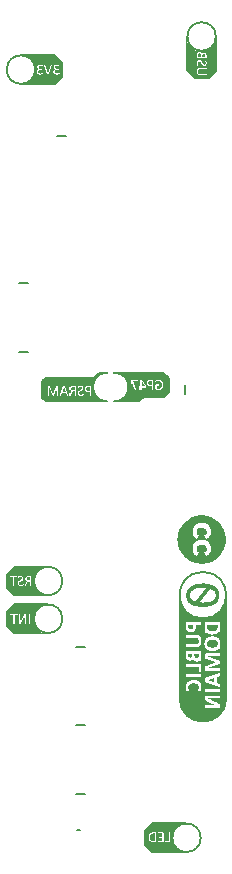
<source format=gbo>
G04*
G04 #@! TF.GenerationSoftware,Altium Limited,Altium Designer,25.4.2 (15)*
G04*
G04 Layer_Color=32896*
%FSLAX44Y44*%
%MOMM*%
G71*
G04*
G04 #@! TF.SameCoordinates,8C631885-24FB-4105-B1F4-A81627B1BDD2*
G04*
G04*
G04 #@! TF.FilePolarity,Positive*
G04*
G01*
G75*
%ADD13C,0.1500*%
%ADD14C,0.1524*%
%ADD61C,0.2000*%
G36*
X84000Y321000D02*
X77000Y314000D01*
X65000D01*
X58000Y321000D01*
Y350000D01*
X59000D01*
Y345000D01*
X65860Y338140D01*
X76140D01*
X83000Y345000D01*
Y350000D01*
X84000D01*
X84000Y321000D01*
D02*
G37*
G36*
X-46000Y328000D02*
Y316000D01*
X-53000Y309000D01*
X-82000Y309000D01*
X-82000Y310000D01*
X-77000Y310000D01*
X-70000Y317000D01*
X-69958D01*
Y327000D01*
X-70000D01*
X-77000Y334000D01*
X-82000Y334000D01*
X-82000Y335000D01*
X-53000D01*
X-46000Y328000D01*
D02*
G37*
G36*
X-21030Y53405D02*
Y47428D01*
X-14651Y41049D01*
X-61049D01*
X-64000Y44000D01*
Y55000D01*
Y56500D01*
Y58000D01*
X-60905Y61095D01*
X-19405D01*
X-21030Y53405D01*
D02*
G37*
G36*
X43000Y61000D02*
Y49000D01*
X39000Y45000D01*
X22000D01*
X18000Y41000D01*
X0D01*
X6000Y45000D01*
X8000Y48000D01*
X9000Y51000D01*
Y56000D01*
X7000Y60000D01*
X6000Y61000D01*
X3000Y64000D01*
X1315Y64939D01*
X39061D01*
X43000Y61000D01*
D02*
G37*
G36*
X72099Y-55275D02*
X73077Y-55357D01*
X74095Y-55479D01*
X74420Y-55560D01*
X74990Y-55642D01*
X75967Y-55886D01*
X76537Y-56049D01*
X77840Y-56456D01*
X78655Y-56782D01*
X81016Y-57922D01*
X81668Y-58329D01*
X81831Y-58410D01*
X82971Y-59225D01*
X83134Y-59306D01*
X83378Y-59550D01*
X83541Y-59632D01*
X83785Y-59876D01*
X83948Y-59958D01*
X84355Y-60365D01*
X84518Y-60446D01*
X86187Y-62116D01*
X86269Y-62278D01*
X86676Y-62686D01*
X86757Y-62849D01*
X87002Y-63093D01*
X87083Y-63256D01*
X87327Y-63500D01*
X87409Y-63663D01*
X87572Y-63826D01*
X87653Y-63989D01*
X88060Y-64559D01*
X88142Y-64721D01*
X88549Y-65292D01*
X89689Y-67490D01*
X89893Y-67938D01*
X90137Y-68590D01*
X90666Y-70096D01*
X90788Y-70544D01*
X90951Y-71195D01*
X91114Y-72010D01*
X91236Y-72783D01*
X91318Y-73028D01*
X91399Y-74493D01*
X91481Y-74738D01*
X91440Y-76896D01*
X91358Y-77955D01*
X91277Y-78606D01*
X91114Y-79583D01*
X91073Y-79624D01*
X91033Y-79990D01*
X90910Y-80520D01*
X90748Y-81090D01*
X90666Y-81415D01*
X90259Y-82718D01*
X89933Y-83533D01*
X88549Y-86383D01*
X88142Y-86953D01*
X88060Y-87116D01*
X87653Y-87686D01*
X87572Y-87849D01*
X87409Y-88011D01*
X87327Y-88174D01*
X87164Y-88337D01*
X87083Y-88500D01*
X86920Y-88663D01*
X86839Y-88826D01*
X86513Y-89151D01*
X86432Y-89314D01*
X85943Y-89803D01*
X85862Y-89966D01*
X84681Y-91147D01*
X84518Y-91228D01*
X84029Y-91717D01*
X83866Y-91798D01*
X83704Y-91961D01*
X83419Y-92164D01*
X82401Y-92938D01*
X82238Y-93020D01*
X81668Y-93427D01*
X79428Y-94607D01*
X79021Y-94770D01*
X78370Y-95015D01*
X77108Y-95463D01*
X76782Y-95544D01*
X76334Y-95666D01*
X75520Y-95829D01*
X74339Y-96032D01*
X74095Y-96114D01*
X72629Y-96195D01*
X72384Y-96277D01*
X69819Y-96236D01*
X68761Y-96155D01*
X68109Y-96073D01*
X67050Y-95911D01*
X66521Y-95788D01*
X65544Y-95544D01*
X64730Y-95300D01*
X64160Y-95137D01*
X62938Y-94648D01*
X60902Y-93671D01*
X60251Y-93264D01*
X60088Y-93182D01*
X58948Y-92368D01*
X58785Y-92287D01*
X58541Y-92042D01*
X58378Y-91961D01*
X58215Y-91798D01*
X58052Y-91716D01*
X57564Y-91228D01*
X57401Y-91147D01*
X55813Y-89559D01*
X55731Y-89396D01*
X55243Y-88907D01*
X55161Y-88744D01*
X55039Y-88622D01*
X54265Y-87604D01*
X53288Y-86138D01*
X52515Y-84713D01*
X52108Y-83818D01*
X51945Y-83410D01*
X51293Y-81538D01*
X51049Y-80560D01*
X50886Y-79746D01*
X50723Y-78687D01*
X50642Y-78036D01*
X50520Y-76204D01*
X50601Y-73923D01*
X50682Y-73353D01*
X50764Y-72539D01*
X50845Y-72213D01*
X51090Y-70829D01*
X51252Y-70259D01*
X51334Y-69933D01*
X51700Y-68752D01*
X51904Y-68223D01*
X53207Y-65536D01*
X53533Y-65047D01*
X53614Y-64884D01*
X54021Y-64314D01*
X54103Y-64152D01*
X54265Y-63989D01*
X54347Y-63826D01*
X54510Y-63663D01*
X54591Y-63500D01*
X54836Y-63256D01*
X54917Y-63093D01*
X55324Y-62686D01*
X55406Y-62523D01*
X57401Y-60528D01*
X57564Y-60446D01*
X57686Y-60324D01*
X58174Y-59917D01*
X59192Y-59143D01*
X60658Y-58166D01*
X62409Y-57230D01*
X63305Y-56822D01*
X63712Y-56660D01*
X65585Y-56008D01*
X66887Y-55682D01*
X67295Y-55601D01*
X68068Y-55479D01*
X68313Y-55397D01*
X69778Y-55316D01*
X70023Y-55234D01*
X72099Y-55275D01*
D02*
G37*
G36*
X-59000Y-98000D02*
X-59000Y-99000D01*
X-64000Y-99000D01*
X-71000Y-106000D01*
X-71000D01*
Y-116000D01*
X-64000Y-123000D01*
X-59000Y-123000D01*
X-59000Y-124000D01*
X-88000Y-124000D01*
X-95000Y-117000D01*
Y-105000D01*
X-88000Y-98000D01*
X-59000Y-98000D01*
D02*
G37*
G36*
X73337Y-113122D02*
X74552Y-113191D01*
X75073Y-113226D01*
X75594Y-113295D01*
X76080Y-113365D01*
X76531Y-113434D01*
X76913Y-113469D01*
X77260Y-113538D01*
X77573Y-113608D01*
X77816Y-113643D01*
X78024Y-113677D01*
X78163Y-113712D01*
X78267Y-113747D01*
X78302D01*
X79240Y-114024D01*
X80107Y-114337D01*
X80837Y-114684D01*
X81462Y-114997D01*
X81982Y-115274D01*
X82191Y-115413D01*
X82365Y-115518D01*
X82503Y-115587D01*
X82607Y-115656D01*
X82642Y-115726D01*
X82677D01*
X83267Y-116212D01*
X83788Y-116733D01*
X84239Y-117254D01*
X84587Y-117740D01*
X84864Y-118156D01*
X85038Y-118469D01*
X85107Y-118608D01*
X85177Y-118712D01*
X85212Y-118747D01*
Y-118781D01*
X85489Y-119476D01*
X85663Y-120170D01*
X85802Y-120830D01*
X85906Y-121455D01*
X85976Y-121976D01*
Y-122219D01*
X86010Y-122392D01*
Y-122774D01*
X85976Y-123677D01*
X85837Y-124545D01*
X85698Y-125274D01*
X85489Y-125934D01*
X85316Y-126455D01*
X85246Y-126663D01*
X85142Y-126837D01*
X85107Y-127010D01*
X85038Y-127115D01*
X85003Y-127149D01*
Y-127184D01*
X84587Y-127878D01*
X84135Y-128469D01*
X83649Y-129024D01*
X83198Y-129476D01*
X82781Y-129858D01*
X82469Y-130135D01*
X82330Y-130205D01*
X82226Y-130274D01*
X82191Y-130344D01*
X82156D01*
X81427Y-130795D01*
X80698Y-131177D01*
X79934Y-131524D01*
X79274Y-131767D01*
X78649Y-131976D01*
X78406Y-132080D01*
X78163Y-132149D01*
X77990Y-132184D01*
X77851Y-132219D01*
X77781Y-132253D01*
X77747D01*
X76740Y-132462D01*
X75767Y-132635D01*
X74795Y-132739D01*
X73892Y-132844D01*
X73510D01*
X73128Y-132878D01*
X72816D01*
X72538Y-132913D01*
X72330D01*
X72156D01*
X72052D01*
X72017D01*
X70698Y-132878D01*
X69517Y-132809D01*
X68962Y-132739D01*
X68441Y-132705D01*
X67990Y-132635D01*
X67538Y-132566D01*
X67156Y-132496D01*
X66774Y-132427D01*
X66497Y-132392D01*
X66219Y-132323D01*
X66045Y-132288D01*
X65872Y-132253D01*
X65802Y-132219D01*
X65767D01*
X64795Y-131941D01*
X63962Y-131628D01*
X63198Y-131281D01*
X62573Y-130969D01*
X62087Y-130691D01*
X61879Y-130552D01*
X61705Y-130448D01*
X61566Y-130378D01*
X61462Y-130309D01*
X61427Y-130239D01*
X61392D01*
X60767Y-129753D01*
X60247Y-129233D01*
X59830Y-128712D01*
X59448Y-128260D01*
X59170Y-127809D01*
X58962Y-127497D01*
X58927Y-127358D01*
X58858Y-127253D01*
X58823Y-127219D01*
Y-127184D01*
X58545Y-126490D01*
X58337Y-125795D01*
X58198Y-125135D01*
X58094Y-124510D01*
X58025Y-123990D01*
Y-123747D01*
X57990Y-123573D01*
Y-123191D01*
X58025Y-122288D01*
X58163Y-121420D01*
X58302Y-120656D01*
X58511Y-120031D01*
X58684Y-119476D01*
X58788Y-119267D01*
X58858Y-119094D01*
X58927Y-118955D01*
X58997Y-118851D01*
X59031Y-118781D01*
Y-118747D01*
X59448Y-118087D01*
X59899Y-117462D01*
X60386Y-116941D01*
X60837Y-116455D01*
X61254Y-116108D01*
X61566Y-115830D01*
X61705Y-115726D01*
X61809Y-115656D01*
X61844Y-115587D01*
X61879D01*
X62608Y-115135D01*
X63337Y-114754D01*
X64101Y-114441D01*
X64795Y-114198D01*
X65385Y-113990D01*
X65663Y-113885D01*
X65872Y-113816D01*
X66080Y-113781D01*
X66219Y-113747D01*
X66288Y-113712D01*
X66323D01*
X67295Y-113504D01*
X68302Y-113365D01*
X69240Y-113226D01*
X70142Y-113156D01*
X70524D01*
X70906Y-113122D01*
X71219D01*
X71497Y-113087D01*
X71705D01*
X71878D01*
X71983D01*
X72017D01*
X73337Y-113122D01*
D02*
G37*
G36*
X-59000Y-130000D02*
X-59000Y-131000D01*
X-64000Y-131000D01*
X-71000Y-138000D01*
X-71000D01*
Y-148000D01*
X-64000Y-155000D01*
X-59000Y-155000D01*
X-59000Y-156000D01*
X-88000Y-156000D01*
X-95000Y-149000D01*
Y-137000D01*
X-88000Y-130000D01*
X-59000Y-130000D01*
D02*
G37*
G36*
X91750Y-210250D02*
X90750Y-216750D01*
X90128Y-217683D01*
Y-219875D01*
X88667D01*
X86750Y-222750D01*
X83750Y-226000D01*
X79000Y-228750D01*
X71000Y-229981D01*
Y-229673D01*
X65000Y-228750D01*
X60250Y-226000D01*
X57250Y-222750D01*
X55333Y-219875D01*
X54070D01*
Y-217980D01*
X53250Y-216750D01*
X52250Y-210250D01*
X52250Y-126000D01*
X55000Y-133000D01*
X60500Y-139000D01*
X68000Y-142500D01*
X72000Y-142723D01*
X76000Y-142500D01*
X83500Y-139000D01*
X89000Y-133000D01*
X91750Y-126000D01*
X91750Y-210250D01*
D02*
G37*
G36*
X58166Y-315422D02*
X58166Y-316422D01*
X53166Y-316422D01*
X47000Y-322588D01*
Y-333657D01*
X46401D01*
X53166Y-340422D01*
X58166Y-340422D01*
X58166Y-341422D01*
X29166Y-341422D01*
X22166Y-334422D01*
Y-322422D01*
X29166Y-315422D01*
X58166Y-315422D01*
D02*
G37*
%LPC*%
G36*
X75140Y336940D02*
X75140D01*
Y333965D01*
X75129Y334032D01*
X75118Y334198D01*
X75107Y334398D01*
X75085Y334598D01*
X75040Y334798D01*
X74996Y334986D01*
Y334997D01*
X74985Y335009D01*
X74974Y335064D01*
X74940Y335153D01*
X74896Y335264D01*
X74829Y335386D01*
X74763Y335519D01*
X74685Y335652D01*
X74585Y335774D01*
X74574Y335785D01*
X74541Y335830D01*
X74485Y335885D01*
X74408Y335952D01*
X74308Y336030D01*
X74197Y336107D01*
X74064Y336185D01*
X73919Y336252D01*
X73897Y336263D01*
X73853Y336274D01*
X73775Y336307D01*
X73664Y336340D01*
X73531Y336363D01*
X73386Y336396D01*
X73220Y336407D01*
X73042Y336418D01*
X73031D01*
X72998D01*
X72931D01*
X72865Y336407D01*
X72776Y336396D01*
X72687Y336385D01*
X72476Y336340D01*
X72465D01*
X72432Y336329D01*
X72376Y336307D01*
X72310Y336285D01*
X72154Y336218D01*
X71977Y336130D01*
X71966Y336119D01*
X71943Y336107D01*
X71899Y336074D01*
X71844Y336041D01*
X71710Y335930D01*
X71577Y335785D01*
X71566Y335774D01*
X71544Y335752D01*
X71511Y335708D01*
X71477Y335652D01*
X71433Y335586D01*
X71377Y335497D01*
X71289Y335308D01*
Y335319D01*
X71277Y335364D01*
X71255Y335430D01*
X71233Y335519D01*
X71200Y335619D01*
X71155Y335719D01*
X71044Y335941D01*
X71033Y335952D01*
X71011Y335996D01*
X70978Y336052D01*
X70933Y336119D01*
X70867Y336196D01*
X70789Y336285D01*
X70612Y336463D01*
X70600Y336474D01*
X70567Y336496D01*
X70512Y336540D01*
X70445Y336585D01*
X70345Y336640D01*
X70245Y336707D01*
X70134Y336762D01*
X70001Y336807D01*
X69990Y336818D01*
X69946Y336829D01*
X69868Y336851D01*
X69779Y336873D01*
X69668Y336895D01*
X69535Y336918D01*
X69391Y336940D01*
X69091D01*
X68991Y336929D01*
X68880Y336918D01*
X68758Y336895D01*
X68502Y336840D01*
X68491D01*
X68447Y336818D01*
X68391Y336796D01*
X68314Y336762D01*
X68214Y336729D01*
X68114Y336674D01*
X67914Y336551D01*
X67903Y336540D01*
X67870Y336518D01*
X67825Y336485D01*
X67759Y336429D01*
X67692Y336363D01*
X67614Y336296D01*
X67459Y336119D01*
X67448Y336107D01*
X67426Y336074D01*
X67393Y336030D01*
X67348Y335952D01*
X67293Y335874D01*
X67237Y335774D01*
X67182Y335675D01*
X67126Y335552D01*
Y335541D01*
X67104Y335497D01*
X67082Y335430D01*
X67049Y335353D01*
X67015Y335253D01*
X66982Y335131D01*
X66960Y335009D01*
X66926Y334875D01*
Y334864D01*
X66915Y334809D01*
X66904Y334742D01*
X66893Y334642D01*
X66882Y334520D01*
X66871Y334376D01*
X66860Y334221D01*
Y331867D01*
X66871Y331801D01*
X66893Y331712D01*
X66949Y331612D01*
X66971Y331590D01*
X66993Y331579D01*
X67026Y331557D01*
X67082Y331534D01*
X67137Y331512D01*
X67215Y331501D01*
X67304Y331490D01*
X66860D01*
Y331490D01*
X75140D01*
Y336940D01*
D02*
G37*
G36*
X75262Y329925D02*
X75262D01*
Y327638D01*
X75251Y327716D01*
Y327794D01*
X75240Y327894D01*
X75207Y328093D01*
Y328105D01*
X75196Y328138D01*
X75185Y328193D01*
X75174Y328271D01*
X75162Y328349D01*
X75140Y328438D01*
X75085Y328626D01*
Y328637D01*
X75074Y328671D01*
X75051Y328715D01*
X75029Y328770D01*
X74974Y328915D01*
X74907Y329059D01*
Y329070D01*
X74896Y329092D01*
X74852Y329170D01*
X74796Y329248D01*
X74774Y329292D01*
X74752Y329314D01*
X74741Y329325D01*
X74718Y329348D01*
X74685Y329381D01*
X74652Y329392D01*
X74641D01*
X74630Y329403D01*
X74563Y329425D01*
X74552D01*
X74530Y329436D01*
X74485D01*
X74430Y329448D01*
X74419D01*
X74374Y329459D01*
X74308D01*
X74230D01*
X74208D01*
X74163D01*
X74097D01*
X74030Y329448D01*
X74019D01*
X73975Y329436D01*
X73930Y329425D01*
X73875Y329414D01*
X73864D01*
X73842Y329403D01*
X73786Y329359D01*
X73775Y329337D01*
X73764Y329281D01*
Y329270D01*
X73775Y329226D01*
X73797Y329159D01*
X73853Y329059D01*
Y329048D01*
X73864Y329037D01*
X73886Y329004D01*
X73908Y328959D01*
X73975Y328837D01*
X74052Y328682D01*
Y328671D01*
X74075Y328648D01*
X74097Y328604D01*
X74119Y328537D01*
X74152Y328460D01*
X74186Y328382D01*
X74219Y328282D01*
X74252Y328171D01*
Y328160D01*
X74263Y328116D01*
X74285Y328060D01*
X74308Y327971D01*
X74319Y327882D01*
X74341Y327760D01*
X74352Y327638D01*
Y327383D01*
X74341Y327305D01*
X74330Y327205D01*
X74308Y327105D01*
X74252Y326906D01*
Y326895D01*
X74241Y326861D01*
X74219Y326817D01*
X74186Y326761D01*
X74108Y326617D01*
X74008Y326484D01*
X73997Y326473D01*
X73986Y326462D01*
X73952Y326428D01*
X73908Y326395D01*
X73786Y326306D01*
X73642Y326229D01*
X73631D01*
X73608Y326217D01*
X73564Y326206D01*
X73509Y326195D01*
X73442Y326173D01*
X73364Y326162D01*
X73187Y326151D01*
X73176D01*
X73131D01*
X73064Y326162D01*
X72987Y326173D01*
X72887Y326184D01*
X72787Y326217D01*
X72687Y326251D01*
X72587Y326306D01*
X72576Y326317D01*
X72543Y326340D01*
X72498Y326373D01*
X72443Y326417D01*
X72376Y326473D01*
X72299Y326550D01*
X72232Y326639D01*
X72154Y326728D01*
X72143Y326739D01*
X72121Y326772D01*
X72088Y326828D01*
X72043Y326906D01*
X71988Y326995D01*
X71921Y327094D01*
X71799Y327327D01*
X71788Y327339D01*
X71777Y327383D01*
X71744Y327461D01*
X71699Y327550D01*
X71655Y327649D01*
X71599Y327771D01*
X71477Y328027D01*
X71466Y328038D01*
X71444Y328093D01*
X71411Y328160D01*
X71366Y328249D01*
X71311Y328349D01*
X71255Y328471D01*
X71111Y328715D01*
X71100Y328726D01*
X71078Y328770D01*
X71033Y328837D01*
X70989Y328926D01*
X70922Y329015D01*
X70845Y329115D01*
X70656Y329325D01*
X70645Y329337D01*
X70612Y329370D01*
X70556Y329414D01*
X70478Y329481D01*
X70389Y329547D01*
X70279Y329625D01*
X70156Y329692D01*
X70023Y329758D01*
X70012Y329769D01*
X69957Y329781D01*
X69890Y329814D01*
X69790Y329847D01*
X69657Y329869D01*
X69513Y329903D01*
X69357Y329914D01*
X69180Y329925D01*
X69079D01*
X68969Y329914D01*
X68824Y329903D01*
X68669Y329869D01*
X68491Y329836D01*
X68314Y329781D01*
X68136Y329703D01*
X68114Y329692D01*
X68059Y329669D01*
X67981Y329614D01*
X67870Y329547D01*
X67748Y329459D01*
X67614Y329359D01*
X67481Y329237D01*
X67359Y329104D01*
X67348Y329081D01*
X67304Y329037D01*
X67248Y328959D01*
X67182Y328848D01*
X67104Y328715D01*
X67037Y328571D01*
X66960Y328393D01*
X66893Y328204D01*
X66882Y328182D01*
X66871Y328116D01*
X66849Y328016D01*
X66815Y327871D01*
X66782Y327716D01*
X66760Y327527D01*
X66749Y327327D01*
X66738Y327106D01*
Y326950D01*
X66749Y326850D01*
Y326728D01*
X66771Y326595D01*
X66804Y326329D01*
Y326317D01*
X66815Y326273D01*
X66827Y326206D01*
X66849Y326118D01*
X66871Y326018D01*
X66904Y325907D01*
X66971Y325696D01*
Y325685D01*
X66993Y325651D01*
X67015Y325596D01*
X67037Y325529D01*
X67115Y325385D01*
X67193Y325230D01*
Y325219D01*
X67215Y325196D01*
X67259Y325130D01*
X67315Y325041D01*
X67382Y324963D01*
X67393Y324952D01*
X67437Y324930D01*
X67492Y324897D01*
X67570Y324863D01*
X67581D01*
X67592D01*
X67659Y324852D01*
X67759Y324841D01*
X67892Y324830D01*
X66738D01*
Y324830D01*
X75262D01*
Y329925D01*
D02*
G37*
G36*
X75174Y323298D02*
X75174D01*
Y322832D01*
X75162Y322921D01*
X75151Y322999D01*
Y323021D01*
X75140Y323065D01*
X75129Y323121D01*
X75118Y323165D01*
Y323176D01*
X75107Y323198D01*
X75085Y323232D01*
X75051Y323265D01*
X75040Y323276D01*
X75029Y323287D01*
X74996Y323298D01*
X69790D01*
X69724Y323287D01*
X69646D01*
X69457Y323276D01*
X69246Y323243D01*
X69024Y323209D01*
X68791Y323154D01*
X68558Y323076D01*
X68547D01*
X68536Y323065D01*
X68502Y323054D01*
X68458Y323032D01*
X68347Y322988D01*
X68214Y322910D01*
X68059Y322821D01*
X67892Y322721D01*
X67726Y322588D01*
X67559Y322444D01*
X67537Y322421D01*
X67492Y322366D01*
X67426Y322288D01*
X67337Y322166D01*
X67237Y322022D01*
X67137Y321844D01*
X67037Y321656D01*
X66949Y321445D01*
Y321433D01*
X66937Y321422D01*
X66926Y321389D01*
X66915Y321345D01*
X66904Y321289D01*
X66882Y321223D01*
X66849Y321056D01*
X66804Y320856D01*
X66771Y320634D01*
X66749Y320379D01*
X66738Y320102D01*
Y319990D01*
X66749Y319924D01*
Y319857D01*
X66760Y319691D01*
X66782Y319502D01*
X66815Y319291D01*
X66860Y319069D01*
X66926Y318858D01*
Y318847D01*
X66937Y318836D01*
X66949Y318803D01*
X66960Y318769D01*
X67015Y318659D01*
X67071Y318525D01*
X67160Y318370D01*
X67259Y318215D01*
X67382Y318048D01*
X67515Y317893D01*
X67537Y317871D01*
X67581Y317826D01*
X67670Y317759D01*
X67781Y317671D01*
X67925Y317571D01*
X68092Y317460D01*
X68269Y317360D01*
X68480Y317271D01*
X68491D01*
X68502Y317260D01*
X68536Y317249D01*
X68580Y317238D01*
X68636Y317227D01*
X68702Y317204D01*
X68869Y317171D01*
X69069Y317127D01*
X69291Y317094D01*
X69546Y317071D01*
X69823Y317060D01*
X66738D01*
Y317060D01*
X75174D01*
Y323298D01*
D02*
G37*
%LPD*%
G36*
X73109Y335275D02*
X73198Y335264D01*
X73286Y335253D01*
X73475Y335197D01*
X73486D01*
X73520Y335186D01*
X73564Y335164D01*
X73619Y335142D01*
X73753Y335053D01*
X73886Y334942D01*
X73897Y334931D01*
X73919Y334909D01*
X73941Y334875D01*
X73986Y334820D01*
X74019Y334753D01*
X74064Y334676D01*
X74108Y334576D01*
X74141Y334476D01*
Y334465D01*
X74152Y334420D01*
X74174Y334365D01*
X74197Y334276D01*
X74208Y334165D01*
X74230Y334032D01*
X74241Y333887D01*
Y332589D01*
X71566D01*
Y333899D01*
X71577Y333976D01*
Y334076D01*
X71588Y334187D01*
X71610Y334298D01*
X71644Y334409D01*
X71677Y334509D01*
Y334520D01*
X71699Y334553D01*
X71722Y334598D01*
X71755Y334664D01*
X71855Y334809D01*
X71977Y334942D01*
X71988Y334953D01*
X72010Y334975D01*
X72055Y334997D01*
X72099Y335042D01*
X72165Y335086D01*
X72243Y335120D01*
X72410Y335197D01*
X72421D01*
X72454Y335208D01*
X72510Y335230D01*
X72576Y335242D01*
X72654Y335264D01*
X72743Y335275D01*
X72931Y335286D01*
X72943D01*
X72987D01*
X73042D01*
X73109Y335275D01*
D02*
G37*
G36*
X69302Y335774D02*
X69391D01*
X69490Y335752D01*
X69590Y335730D01*
X69701Y335708D01*
X69812Y335663D01*
X69823D01*
X69857Y335641D01*
X69912Y335608D01*
X69979Y335575D01*
X70134Y335464D01*
X70290Y335319D01*
X70301Y335308D01*
X70323Y335275D01*
X70356Y335230D01*
X70401Y335164D01*
X70456Y335086D01*
X70500Y334986D01*
X70545Y334875D01*
X70589Y334753D01*
Y334742D01*
X70600Y334687D01*
X70623Y334620D01*
X70645Y334520D01*
X70656Y334398D01*
X70678Y334243D01*
X70689Y334087D01*
Y332589D01*
X67770D01*
Y334309D01*
X67781Y334398D01*
X67792Y334498D01*
X67803Y334609D01*
X67859Y334831D01*
Y334842D01*
X67881Y334875D01*
X67892Y334931D01*
X67925Y334997D01*
X68003Y335153D01*
X68114Y335319D01*
X68125Y335330D01*
X68147Y335353D01*
X68181Y335397D01*
X68236Y335441D01*
X68303Y335497D01*
X68380Y335564D01*
X68558Y335663D01*
X68569Y335675D01*
X68602Y335686D01*
X68658Y335708D01*
X68736Y335730D01*
X68824Y335752D01*
X68924Y335763D01*
X69046Y335785D01*
X69169D01*
X69180D01*
X69235D01*
X69302Y335774D01*
D02*
G37*
G36*
X75140Y331490D02*
X74729D01*
X74774Y331501D01*
X74829D01*
X74940Y331545D01*
X74996Y331568D01*
X75040Y331612D01*
Y331623D01*
X75051Y331634D01*
X75096Y331701D01*
X75129Y331790D01*
X75140Y331889D01*
Y331490D01*
D02*
G37*
G36*
X69180Y328759D02*
X69268Y328748D01*
X69357Y328726D01*
X69457Y328704D01*
X69557Y328660D01*
X69657Y328604D01*
X69668Y328593D01*
X69701Y328571D01*
X69746Y328537D01*
X69801Y328493D01*
X69868Y328438D01*
X69946Y328360D01*
X70012Y328282D01*
X70090Y328182D01*
X70101Y328171D01*
X70123Y328138D01*
X70156Y328082D01*
X70212Y328005D01*
X70267Y327916D01*
X70323Y327816D01*
X70445Y327583D01*
X70456Y327572D01*
X70467Y327527D01*
X70500Y327461D01*
X70545Y327372D01*
X70589Y327272D01*
X70645Y327150D01*
X70756Y326895D01*
X70767Y326884D01*
X70789Y326839D01*
X70822Y326761D01*
X70867Y326673D01*
X70922Y326573D01*
X70978Y326451D01*
X71122Y326206D01*
X71133Y326195D01*
X71155Y326151D01*
X71200Y326084D01*
X71255Y326007D01*
X71322Y325918D01*
X71400Y325818D01*
X71588Y325607D01*
X71599Y325596D01*
X71633Y325563D01*
X71688Y325518D01*
X71766Y325463D01*
X71855Y325396D01*
X71966Y325318D01*
X72077Y325252D01*
X72210Y325185D01*
X72232Y325174D01*
X72277Y325163D01*
X72354Y325141D01*
X72454Y325107D01*
X72587Y325074D01*
X72732Y325052D01*
X72898Y325041D01*
X73087Y325030D01*
X73098D01*
X73109D01*
X73176D01*
X73275Y325041D01*
X73397Y325052D01*
X73542Y325074D01*
X73697Y325107D01*
X73853Y325152D01*
X74008Y325219D01*
X74030Y325230D01*
X74075Y325252D01*
X74152Y325296D01*
X74252Y325352D01*
X74352Y325429D01*
X74474Y325518D01*
X74585Y325618D01*
X74696Y325740D01*
X74707Y325751D01*
X74741Y325796D01*
X74796Y325873D01*
X74852Y325962D01*
X74918Y326084D01*
X74996Y326217D01*
X75062Y326373D01*
X75118Y326539D01*
X75129Y326562D01*
X75140Y326617D01*
X75162Y326717D01*
X75196Y326839D01*
X75218Y326983D01*
X75240Y327161D01*
X75251Y327339D01*
X75262Y327538D01*
Y324830D01*
X68047D01*
X68114Y324841D01*
X68136D01*
X68169Y324852D01*
X68225Y324863D01*
X68269Y324874D01*
X68281D01*
X68303Y324885D01*
X68325Y324908D01*
X68347Y324930D01*
X68358Y324941D01*
X68369Y324963D01*
X68380Y324996D01*
Y325052D01*
X68369Y325096D01*
X68336Y325174D01*
X68269Y325274D01*
Y325285D01*
X68247Y325307D01*
X68225Y325341D01*
X68203Y325385D01*
X68158Y325452D01*
X68125Y325518D01*
X68025Y325696D01*
Y325707D01*
X68003Y325740D01*
X67981Y325796D01*
X67948Y325873D01*
X67914Y325962D01*
X67881Y326073D01*
X67836Y326184D01*
X67792Y326317D01*
Y326340D01*
X67770Y326384D01*
X67759Y326462D01*
X67737Y326562D01*
X67714Y326684D01*
X67703Y326828D01*
X67681Y326983D01*
Y327283D01*
X67692Y327372D01*
X67703Y327472D01*
X67714Y327583D01*
X67770Y327805D01*
Y327816D01*
X67792Y327860D01*
X67814Y327916D01*
X67836Y327982D01*
X67925Y328149D01*
X68036Y328315D01*
X68047Y328326D01*
X68070Y328349D01*
X68103Y328393D01*
X68158Y328438D01*
X68225Y328493D01*
X68292Y328549D01*
X68469Y328648D01*
X68480Y328660D01*
X68514Y328671D01*
X68569Y328693D01*
X68636Y328715D01*
X68724Y328737D01*
X68824Y328748D01*
X68935Y328770D01*
X69057D01*
X69069D01*
X69113D01*
X69180Y328759D01*
D02*
G37*
G36*
X75174Y317693D02*
X75162Y317782D01*
X75151Y317871D01*
Y317893D01*
X75140Y317937D01*
X75129Y317993D01*
X75118Y318037D01*
Y318048D01*
X75107Y318070D01*
X75085Y318104D01*
X75051Y318126D01*
X75040Y318137D01*
X75029Y318148D01*
X74996Y318159D01*
X74963D01*
X69968D01*
X69957D01*
X69946D01*
X69912D01*
X69868D01*
X69768Y318170D01*
X69624Y318181D01*
X69468Y318192D01*
X69302Y318215D01*
X69124Y318248D01*
X68958Y318292D01*
X68935Y318303D01*
X68891Y318314D01*
X68813Y318348D01*
X68713Y318403D01*
X68602Y318459D01*
X68480Y318525D01*
X68358Y318614D01*
X68247Y318703D01*
X68236Y318714D01*
X68203Y318747D01*
X68147Y318803D01*
X68081Y318881D01*
X68014Y318969D01*
X67948Y319080D01*
X67870Y319202D01*
X67814Y319336D01*
Y319358D01*
X67792Y319402D01*
X67770Y319480D01*
X67748Y319580D01*
X67726Y319713D01*
X67703Y319846D01*
X67692Y320013D01*
X67681Y320179D01*
Y320257D01*
X67692Y320346D01*
X67703Y320468D01*
X67714Y320590D01*
X67737Y320734D01*
X67770Y320878D01*
X67814Y321023D01*
X67825Y321045D01*
X67836Y321089D01*
X67870Y321156D01*
X67925Y321245D01*
X67981Y321345D01*
X68059Y321445D01*
X68136Y321556D01*
X68236Y321656D01*
X68247Y321667D01*
X68292Y321700D01*
X68347Y321744D01*
X68436Y321811D01*
X68536Y321866D01*
X68658Y321933D01*
X68791Y322000D01*
X68935Y322055D01*
X68958Y322066D01*
X69013Y322077D01*
X69091Y322099D01*
X69213Y322133D01*
X69357Y322155D01*
X69524Y322177D01*
X69712Y322188D01*
X69912Y322199D01*
X74963D01*
X74974D01*
X74996D01*
X75051Y322222D01*
X75062D01*
X75074Y322244D01*
X75096Y322266D01*
X75118Y322310D01*
Y322322D01*
X75129Y322355D01*
X75140Y322410D01*
X75151Y322477D01*
Y322499D01*
X75162Y322555D01*
X75174Y322632D01*
Y317693D01*
D02*
G37*
G36*
Y317060D02*
X74996D01*
X75051Y317082D01*
X75062D01*
X75074Y317105D01*
X75096Y317127D01*
X75118Y317171D01*
Y317182D01*
X75129Y317216D01*
X75140Y317271D01*
X75151Y317338D01*
Y317360D01*
X75162Y317404D01*
X75174Y317493D01*
Y317060D01*
D02*
G37*
%LPC*%
G36*
X-55555Y326174D02*
Y325974D01*
X-55566Y326018D01*
X-55577Y326051D01*
X-55610Y326096D01*
X-55622Y326107D01*
X-55655Y326118D01*
X-55710Y326140D01*
X-55788Y326151D01*
X-55810D01*
X-55844Y326162D01*
X-55888D01*
X-55999Y326174D01*
X-55555D01*
X-57298D01*
X-56332D01*
X-56421Y326162D01*
X-56443D01*
X-56487Y326151D01*
X-56543Y326140D01*
X-56587Y326118D01*
X-56598D01*
X-56620Y326107D01*
X-56643Y326085D01*
X-56665Y326051D01*
X-56676Y326040D01*
X-56687Y326029D01*
X-56709Y325996D01*
X-56732Y325951D01*
X-59107Y318992D01*
X-61416Y325940D01*
Y325951D01*
X-61427Y325985D01*
X-61449Y326051D01*
X-61460Y326063D01*
X-61471Y326074D01*
X-61538Y326118D01*
X-61549Y326129D01*
X-61582Y326140D01*
X-61638Y326151D01*
X-61715Y326162D01*
X-61737D01*
X-61804Y326174D01*
X-62137D01*
X-62237Y326162D01*
X-62337Y326151D01*
X-62359D01*
X-62403Y326140D01*
X-62459Y326129D01*
X-62492Y326096D01*
X-62503Y326085D01*
X-62515Y326063D01*
X-62526Y326018D01*
Y325951D01*
X-62515Y325896D01*
X-62503Y325829D01*
X-62470Y325729D01*
X-59773Y318048D01*
Y318037D01*
X-59762Y318015D01*
X-59706Y317938D01*
X-59695Y317926D01*
X-59673Y317915D01*
X-59629Y317893D01*
X-59573Y317871D01*
X-59562D01*
X-59517Y317860D01*
X-59451Y317849D01*
X-59373Y317838D01*
X-59296D01*
X-59196Y317826D01*
X-62526D01*
X-55555D01*
Y326174D01*
D02*
G37*
G36*
X-49350Y326262D02*
X-51925D01*
X-52036Y326251D01*
X-52169Y326240D01*
X-52325Y326229D01*
X-52491Y326196D01*
X-52669Y326162D01*
X-52835Y326107D01*
X-52858Y326096D01*
X-52913Y326085D01*
X-52991Y326051D01*
X-53091Y325996D01*
X-53202Y325940D01*
X-53324Y325874D01*
X-53446Y325785D01*
X-53557Y325685D01*
X-53568Y325674D01*
X-53601Y325641D01*
X-53657Y325585D01*
X-53723Y325508D01*
X-53801Y325408D01*
X-53868Y325297D01*
X-53945Y325174D01*
X-54001Y325041D01*
X-54012Y325030D01*
X-54023Y324975D01*
X-54045Y324897D01*
X-54079Y324797D01*
X-54101Y324675D01*
X-54123Y324542D01*
X-54134Y324386D01*
X-54145Y324220D01*
Y324198D01*
Y324153D01*
Y324076D01*
X-54134Y323987D01*
X-54123Y323876D01*
X-54101Y323743D01*
X-54034Y323487D01*
Y323476D01*
X-54012Y323432D01*
X-53990Y323365D01*
X-53956Y323288D01*
X-53912Y323199D01*
X-53868Y323099D01*
X-53734Y322888D01*
X-53723Y322877D01*
X-53701Y322844D01*
X-53657Y322799D01*
X-53601Y322744D01*
X-53524Y322666D01*
X-53446Y322599D01*
X-53246Y322455D01*
X-53235Y322444D01*
X-53202Y322422D01*
X-53135Y322400D01*
X-53057Y322355D01*
X-52969Y322311D01*
X-52858Y322277D01*
X-52724Y322233D01*
X-52591Y322200D01*
Y322189D01*
X-52614D01*
X-52658Y322178D01*
X-52747Y322166D01*
X-52847Y322144D01*
X-52969Y322122D01*
X-53102Y322078D01*
X-53235Y322033D01*
X-53368Y321978D01*
X-53379Y321967D01*
X-53424Y321945D01*
X-53490Y321911D01*
X-53579Y321867D01*
X-53679Y321800D01*
X-53779Y321722D01*
X-53979Y321545D01*
X-53990Y321534D01*
X-54023Y321501D01*
X-54068Y321445D01*
X-54134Y321378D01*
X-54201Y321290D01*
X-54267Y321190D01*
X-54334Y321068D01*
X-54389Y320946D01*
X-54401Y320934D01*
X-54412Y320890D01*
X-54434Y320823D01*
X-54467Y320735D01*
X-54489Y320624D01*
X-54511Y320502D01*
X-54523Y320368D01*
X-54534Y320224D01*
Y320124D01*
X-54523Y320013D01*
X-54511Y319880D01*
X-54489Y319713D01*
X-54445Y319547D01*
X-54401Y319369D01*
X-54334Y319192D01*
X-54323Y319170D01*
X-54301Y319114D01*
X-54256Y319025D01*
X-54190Y318925D01*
X-54101Y318803D01*
X-54012Y318670D01*
X-53890Y318537D01*
X-53757Y318404D01*
X-53746Y318393D01*
X-53690Y318348D01*
X-53612Y318293D01*
X-53501Y318226D01*
X-53379Y318137D01*
X-53224Y318060D01*
X-53046Y317982D01*
X-52847Y317904D01*
X-52835D01*
X-52824Y317893D01*
X-52791D01*
X-52747Y317882D01*
X-52636Y317849D01*
X-52491Y317826D01*
X-52314Y317793D01*
X-52103Y317760D01*
X-51870Y317749D01*
X-51626Y317738D01*
X-49350D01*
X-51470D01*
X-51370Y317749D01*
X-51248D01*
X-51115Y317771D01*
X-50837Y317804D01*
X-50826D01*
X-50782Y317815D01*
X-50715Y317826D01*
X-50627Y317849D01*
X-50527Y317871D01*
X-50416Y317893D01*
X-50194Y317960D01*
X-50183D01*
X-50149Y317971D01*
X-50094Y317993D01*
X-50027Y318015D01*
X-49883Y318082D01*
X-49728Y318148D01*
X-49716D01*
X-49694Y318171D01*
X-49628Y318204D01*
X-49550Y318248D01*
X-49517Y318270D01*
X-49494Y318293D01*
X-49483Y318304D01*
X-49472Y318326D01*
X-49428Y318382D01*
Y318393D01*
X-49417Y318415D01*
X-49406Y318448D01*
X-49383Y318493D01*
Y318504D01*
X-49372Y318537D01*
X-49361Y318581D01*
X-49350Y318648D01*
Y318959D01*
X-49361Y319003D01*
X-49372Y319103D01*
X-49383Y319158D01*
X-49394Y319192D01*
X-49406Y319203D01*
X-49428Y319247D01*
X-49461Y319280D01*
X-49517Y319292D01*
X-49528D01*
X-49572Y319280D01*
X-49639Y319247D01*
X-49750Y319181D01*
X-49761D01*
X-49783Y319158D01*
X-49816Y319147D01*
X-49872Y319114D01*
X-49938Y319081D01*
X-50016Y319047D01*
X-50194Y318959D01*
X-50205D01*
X-50238Y318936D01*
X-50305Y318914D01*
X-50382Y318892D01*
X-50471Y318859D01*
X-50582Y318825D01*
X-50704Y318781D01*
X-50837Y318748D01*
X-50860D01*
X-50904Y318737D01*
X-50982Y318715D01*
X-51082Y318703D01*
X-51193Y318681D01*
X-51337Y318659D01*
X-51481Y318648D01*
X-51726D01*
X-51803Y318659D01*
X-51903D01*
X-52025Y318670D01*
X-52147Y318692D01*
X-52403Y318748D01*
X-52414D01*
X-52458Y318770D01*
X-52525Y318792D01*
X-52602Y318825D01*
X-52780Y318925D01*
X-52958Y319058D01*
X-52969Y319070D01*
X-52991Y319092D01*
X-53035Y319136D01*
X-53080Y319192D01*
X-53135Y319258D01*
X-53191Y319336D01*
X-53291Y319525D01*
X-53302Y319536D01*
X-53313Y319569D01*
X-53335Y319625D01*
X-53357Y319702D01*
X-53379Y319791D01*
X-53390Y319891D01*
X-53413Y320002D01*
Y320124D01*
Y320135D01*
Y320180D01*
X-53401Y320246D01*
X-53390Y320335D01*
X-53379Y320424D01*
X-53357Y320535D01*
X-53313Y320635D01*
X-53268Y320746D01*
X-53257Y320757D01*
X-53246Y320790D01*
X-53213Y320846D01*
X-53157Y320912D01*
X-53102Y320990D01*
X-53035Y321079D01*
X-52947Y321156D01*
X-52847Y321234D01*
X-52835Y321245D01*
X-52802Y321267D01*
X-52736Y321312D01*
X-52658Y321356D01*
X-52558Y321401D01*
X-52447Y321456D01*
X-52314Y321512D01*
X-52169Y321556D01*
X-52147D01*
X-52103Y321578D01*
X-52014Y321589D01*
X-51903Y321612D01*
X-51770Y321634D01*
X-51614Y321645D01*
X-51448Y321667D01*
X-50416D01*
X-50338Y321689D01*
X-50327D01*
X-50316Y321711D01*
X-50260Y321756D01*
Y321767D01*
X-50238Y321789D01*
X-50227Y321833D01*
X-50205Y321889D01*
Y321900D01*
X-50194Y321956D01*
X-50183Y322022D01*
Y322111D01*
Y322122D01*
Y322133D01*
Y322178D01*
Y322244D01*
X-50194Y322311D01*
Y322322D01*
X-50205Y322355D01*
X-50227Y322400D01*
X-50249Y322433D01*
X-50260Y322444D01*
X-50271Y322455D01*
X-50327Y322500D01*
X-50338Y322511D01*
X-50360Y322522D01*
X-50394Y322533D01*
X-51226D01*
X-51315Y322544D01*
X-51415D01*
X-51526Y322555D01*
X-51659Y322577D01*
X-51914Y322633D01*
X-51925D01*
X-51970Y322655D01*
X-52036Y322677D01*
X-52114Y322710D01*
X-52292Y322810D01*
X-52480Y322943D01*
X-52491Y322955D01*
X-52514Y322977D01*
X-52558Y323021D01*
X-52614Y323088D01*
X-52669Y323154D01*
X-52724Y323243D01*
X-52835Y323432D01*
X-52847Y323443D01*
X-52858Y323487D01*
X-52880Y323543D01*
X-52902Y323621D01*
X-52924Y323721D01*
X-52947Y323820D01*
X-52969Y323942D01*
Y324076D01*
Y324087D01*
Y324120D01*
Y324165D01*
X-52958Y324231D01*
X-52935Y324386D01*
X-52880Y324564D01*
Y324575D01*
X-52869Y324608D01*
X-52847Y324653D01*
X-52824Y324708D01*
X-52747Y324841D01*
X-52636Y324975D01*
X-52625Y324986D01*
X-52602Y325008D01*
X-52569Y325041D01*
X-52525Y325075D01*
X-52458Y325119D01*
X-52380Y325163D01*
X-52203Y325252D01*
X-52192D01*
X-52158Y325263D01*
X-52103Y325285D01*
X-52036Y325308D01*
X-51947Y325319D01*
X-51848Y325341D01*
X-51737Y325352D01*
X-51548D01*
X-51481Y325341D01*
X-51392D01*
X-51281Y325319D01*
X-51171Y325297D01*
X-51048Y325274D01*
X-50926Y325230D01*
X-50915D01*
X-50871Y325208D01*
X-50815Y325186D01*
X-50749Y325163D01*
X-50660Y325130D01*
X-50571Y325086D01*
X-50382Y324997D01*
X-50371D01*
X-50338Y324975D01*
X-50294Y324953D01*
X-50238Y324919D01*
X-50105Y324853D01*
X-49972Y324764D01*
X-49961D01*
X-49949Y324742D01*
X-49883Y324708D01*
X-49816Y324675D01*
X-49761Y324653D01*
X-49739D01*
X-49672Y324664D01*
X-49650Y324675D01*
X-49639Y324697D01*
X-49616Y324719D01*
Y324730D01*
X-49605Y324764D01*
X-49594Y324808D01*
X-49583Y324864D01*
Y324875D01*
Y324930D01*
Y324997D01*
Y325086D01*
Y325108D01*
Y325141D01*
Y325197D01*
Y325252D01*
Y325263D01*
X-49594Y325297D01*
X-49605Y325385D01*
Y325396D01*
X-49616Y325419D01*
X-49650Y325485D01*
X-49661Y325496D01*
X-49672Y325519D01*
X-49739Y325585D01*
X-49750Y325596D01*
X-49794Y325630D01*
X-49872Y325685D01*
X-49983Y325763D01*
X-49994Y325774D01*
X-50016Y325785D01*
X-50061Y325807D01*
X-50116Y325840D01*
X-50183Y325874D01*
X-50260Y325918D01*
X-50438Y325996D01*
X-50449D01*
X-50482Y326018D01*
X-50549Y326040D01*
X-50627Y326063D01*
X-50715Y326096D01*
X-50826Y326118D01*
X-50937Y326151D01*
X-51071Y326185D01*
X-51082D01*
X-51137Y326196D01*
X-51204Y326207D01*
X-51304Y326229D01*
X-51415Y326240D01*
X-51537Y326251D01*
X-51681Y326262D01*
X-49350D01*
D02*
G37*
G36*
X-63425D02*
Y318959D01*
X-63436Y319003D01*
X-63447Y319103D01*
X-63458Y319158D01*
X-63469Y319192D01*
X-63480Y319203D01*
X-63502Y319247D01*
X-63536Y319280D01*
X-63591Y319292D01*
X-63602D01*
X-63647Y319280D01*
X-63713Y319247D01*
X-63824Y319181D01*
X-63835D01*
X-63858Y319158D01*
X-63891Y319147D01*
X-63946Y319114D01*
X-64013Y319081D01*
X-64091Y319047D01*
X-64268Y318959D01*
X-64279D01*
X-64313Y318936D01*
X-64379Y318914D01*
X-64457Y318892D01*
X-64546Y318859D01*
X-64657Y318825D01*
X-64779Y318781D01*
X-64912Y318748D01*
X-64934D01*
X-64979Y318737D01*
X-65056Y318715D01*
X-65156Y318703D01*
X-65267Y318681D01*
X-65412Y318659D01*
X-65556Y318648D01*
X-65800D01*
X-65878Y318659D01*
X-65978D01*
X-66100Y318670D01*
X-66222Y318692D01*
X-66477Y318748D01*
X-66488D01*
X-66533Y318770D01*
X-66599Y318792D01*
X-66677Y318825D01*
X-66855Y318925D01*
X-67032Y319058D01*
X-67043Y319070D01*
X-67065Y319092D01*
X-67110Y319136D01*
X-67154Y319192D01*
X-67210Y319258D01*
X-67265Y319336D01*
X-67365Y319525D01*
X-67376Y319536D01*
X-67387Y319569D01*
X-67410Y319625D01*
X-67432Y319702D01*
X-67454Y319791D01*
X-67465Y319891D01*
X-67487Y320002D01*
Y320124D01*
Y320135D01*
Y320180D01*
X-67476Y320246D01*
X-67465Y320335D01*
X-67454Y320424D01*
X-67432Y320535D01*
X-67387Y320635D01*
X-67343Y320746D01*
X-67332Y320757D01*
X-67321Y320790D01*
X-67287Y320846D01*
X-67232Y320912D01*
X-67176Y320990D01*
X-67110Y321079D01*
X-67021Y321156D01*
X-66921Y321234D01*
X-66910Y321245D01*
X-66877Y321267D01*
X-66810Y321312D01*
X-66732Y321356D01*
X-66632Y321401D01*
X-66522Y321456D01*
X-66388Y321512D01*
X-66244Y321556D01*
X-66222D01*
X-66177Y321578D01*
X-66089Y321589D01*
X-65978Y321612D01*
X-65844Y321634D01*
X-65689Y321645D01*
X-65522Y321667D01*
X-64490D01*
X-64412Y321689D01*
X-64401D01*
X-64390Y321711D01*
X-64335Y321756D01*
Y321767D01*
X-64313Y321789D01*
X-64302Y321833D01*
X-64279Y321889D01*
Y321900D01*
X-64268Y321956D01*
X-64257Y322022D01*
Y322111D01*
Y322122D01*
Y322133D01*
Y322178D01*
Y322244D01*
X-64268Y322311D01*
Y322322D01*
X-64279Y322355D01*
X-64302Y322400D01*
X-64324Y322433D01*
X-64335Y322444D01*
X-64346Y322455D01*
X-64401Y322500D01*
X-64412Y322511D01*
X-64435Y322522D01*
X-64468Y322533D01*
X-65300D01*
X-65389Y322544D01*
X-65489D01*
X-65600Y322555D01*
X-65733Y322577D01*
X-65989Y322633D01*
X-66000D01*
X-66044Y322655D01*
X-66111Y322677D01*
X-66189Y322710D01*
X-66366Y322810D01*
X-66555Y322943D01*
X-66566Y322955D01*
X-66588Y322977D01*
X-66632Y323021D01*
X-66688Y323088D01*
X-66743Y323154D01*
X-66799Y323243D01*
X-66910Y323432D01*
X-66921Y323443D01*
X-66932Y323487D01*
X-66954Y323543D01*
X-66977Y323621D01*
X-66999Y323721D01*
X-67021Y323820D01*
X-67043Y323942D01*
Y324076D01*
Y324087D01*
Y324120D01*
Y324165D01*
X-67032Y324231D01*
X-67010Y324386D01*
X-66954Y324564D01*
Y324575D01*
X-66943Y324608D01*
X-66921Y324653D01*
X-66899Y324708D01*
X-66821Y324841D01*
X-66710Y324975D01*
X-66699Y324986D01*
X-66677Y325008D01*
X-66644Y325041D01*
X-66599Y325075D01*
X-66533Y325119D01*
X-66455Y325163D01*
X-66277Y325252D01*
X-66266D01*
X-66233Y325263D01*
X-66177Y325285D01*
X-66111Y325308D01*
X-66022Y325319D01*
X-65922Y325341D01*
X-65811Y325352D01*
X-65622D01*
X-65556Y325341D01*
X-65467D01*
X-65356Y325319D01*
X-65245Y325297D01*
X-65123Y325274D01*
X-65001Y325230D01*
X-64990D01*
X-64945Y325208D01*
X-64890Y325186D01*
X-64823Y325163D01*
X-64734Y325130D01*
X-64646Y325086D01*
X-64457Y324997D01*
X-64446D01*
X-64412Y324975D01*
X-64368Y324953D01*
X-64313Y324919D01*
X-64179Y324853D01*
X-64046Y324764D01*
X-64035D01*
X-64024Y324742D01*
X-63958Y324708D01*
X-63891Y324675D01*
X-63835Y324653D01*
X-63813D01*
X-63747Y324664D01*
X-63724Y324675D01*
X-63713Y324697D01*
X-63691Y324719D01*
Y324730D01*
X-63680Y324764D01*
X-63669Y324808D01*
X-63658Y324864D01*
Y324875D01*
Y324930D01*
Y324997D01*
Y325086D01*
Y325108D01*
Y325141D01*
Y325197D01*
Y325252D01*
Y325263D01*
X-63669Y325297D01*
X-63680Y325385D01*
Y325396D01*
X-63691Y325419D01*
X-63724Y325485D01*
X-63735Y325496D01*
X-63747Y325519D01*
X-63813Y325585D01*
X-63824Y325596D01*
X-63869Y325630D01*
X-63946Y325685D01*
X-64057Y325763D01*
X-64068Y325774D01*
X-64091Y325785D01*
X-64135Y325807D01*
X-64191Y325840D01*
X-64257Y325874D01*
X-64335Y325918D01*
X-64512Y325996D01*
X-64524D01*
X-64557Y326018D01*
X-64623Y326040D01*
X-64701Y326063D01*
X-64790Y326096D01*
X-64901Y326118D01*
X-65012Y326151D01*
X-65145Y326185D01*
X-65156D01*
X-65212Y326196D01*
X-65278Y326207D01*
X-65378Y326229D01*
X-65489Y326240D01*
X-65611Y326251D01*
X-65756Y326262D01*
X-66000D01*
X-66111Y326251D01*
X-66244Y326240D01*
X-66399Y326229D01*
X-66566Y326196D01*
X-66743Y326162D01*
X-66910Y326107D01*
X-66932Y326096D01*
X-66988Y326085D01*
X-67065Y326051D01*
X-67165Y325996D01*
X-67276Y325940D01*
X-67398Y325874D01*
X-67520Y325785D01*
X-67632Y325685D01*
X-67643Y325674D01*
X-67676Y325641D01*
X-67731Y325585D01*
X-67798Y325508D01*
X-67876Y325408D01*
X-67942Y325297D01*
X-68020Y325174D01*
X-68075Y325041D01*
X-68087Y325030D01*
X-68098Y324975D01*
X-68120Y324897D01*
X-68153Y324797D01*
X-68175Y324675D01*
X-68198Y324542D01*
X-68209Y324386D01*
X-68220Y324220D01*
Y324198D01*
Y324153D01*
Y324076D01*
X-68209Y323987D01*
X-68198Y323876D01*
X-68175Y323743D01*
X-68109Y323487D01*
Y323476D01*
X-68087Y323432D01*
X-68064Y323365D01*
X-68031Y323288D01*
X-67987Y323199D01*
X-67942Y323099D01*
X-67809Y322888D01*
X-67798Y322877D01*
X-67776Y322844D01*
X-67731Y322799D01*
X-67676Y322744D01*
X-67598Y322666D01*
X-67520Y322599D01*
X-67321Y322455D01*
X-67310Y322444D01*
X-67276Y322422D01*
X-67210Y322400D01*
X-67132Y322355D01*
X-67043Y322311D01*
X-66932Y322277D01*
X-66799Y322233D01*
X-66666Y322200D01*
Y322189D01*
X-66688D01*
X-66732Y322178D01*
X-66821Y322166D01*
X-66921Y322144D01*
X-67043Y322122D01*
X-67176Y322078D01*
X-67310Y322033D01*
X-67443Y321978D01*
X-67454Y321967D01*
X-67498Y321945D01*
X-67565Y321911D01*
X-67654Y321867D01*
X-67754Y321800D01*
X-67853Y321722D01*
X-68053Y321545D01*
X-68064Y321534D01*
X-68098Y321501D01*
X-68142Y321445D01*
X-68209Y321378D01*
X-68275Y321290D01*
X-68342Y321190D01*
X-68408Y321068D01*
X-68464Y320946D01*
X-68475Y320934D01*
X-68486Y320890D01*
X-68508Y320823D01*
X-68542Y320735D01*
X-68564Y320624D01*
X-68586Y320502D01*
X-68597Y320368D01*
X-68608Y320224D01*
Y320124D01*
X-68597Y320013D01*
X-68586Y319880D01*
X-68564Y319713D01*
X-68520Y319547D01*
X-68475Y319369D01*
X-68408Y319192D01*
X-68397Y319170D01*
X-68375Y319114D01*
X-68331Y319025D01*
X-68264Y318925D01*
X-68175Y318803D01*
X-68087Y318670D01*
X-67965Y318537D01*
X-67831Y318404D01*
X-67820Y318393D01*
X-67765Y318348D01*
X-67687Y318293D01*
X-67576Y318226D01*
X-67454Y318137D01*
X-67298Y318060D01*
X-67121Y317982D01*
X-66921Y317904D01*
X-66910D01*
X-66899Y317893D01*
X-66866D01*
X-66821Y317882D01*
X-66710Y317849D01*
X-66566Y317826D01*
X-66388Y317793D01*
X-66177Y317760D01*
X-65944Y317749D01*
X-65700Y317738D01*
X-68608D01*
D01*
X-63425D01*
Y326262D01*
D02*
G37*
%LPD*%
G36*
X-55555Y317826D02*
X-58907D01*
X-58818Y317838D01*
X-58696D01*
X-58641Y317849D01*
X-58629D01*
X-58596Y317860D01*
X-58507Y317871D01*
X-58496D01*
X-58474Y317882D01*
X-58408Y317904D01*
Y317915D01*
X-58385Y317926D01*
X-58352Y317971D01*
Y317982D01*
X-58341Y317993D01*
X-58319Y318060D01*
X-55610Y325741D01*
Y325752D01*
X-55599Y325763D01*
X-55588Y325818D01*
X-55566Y325896D01*
X-55555Y325963D01*
Y317826D01*
D02*
G37*
G36*
X-63425Y317738D02*
X-65545D01*
X-65445Y317749D01*
X-65323D01*
X-65189Y317771D01*
X-64912Y317804D01*
X-64901D01*
X-64857Y317815D01*
X-64790Y317826D01*
X-64701Y317849D01*
X-64601Y317871D01*
X-64490Y317893D01*
X-64268Y317960D01*
X-64257D01*
X-64224Y317971D01*
X-64168Y317993D01*
X-64102Y318015D01*
X-63958Y318082D01*
X-63802Y318148D01*
X-63791D01*
X-63769Y318171D01*
X-63702Y318204D01*
X-63625Y318248D01*
X-63591Y318270D01*
X-63569Y318293D01*
X-63558Y318304D01*
X-63547Y318326D01*
X-63502Y318382D01*
Y318393D01*
X-63491Y318415D01*
X-63480Y318448D01*
X-63458Y318493D01*
Y318504D01*
X-63447Y318537D01*
X-63436Y318581D01*
X-63425Y318648D01*
Y317738D01*
D02*
G37*
%LPC*%
G36*
X-35545Y54085D02*
Y53730D01*
D01*
Y54085D01*
D02*
G37*
G36*
X-22757Y53774D02*
Y53707D01*
D01*
Y53774D01*
D02*
G37*
G36*
X-28885Y52564D02*
Y52542D01*
D01*
Y52564D01*
D02*
G37*
G36*
Y51610D02*
Y51587D01*
D01*
Y51610D01*
D02*
G37*
G36*
Y49745D02*
Y49734D01*
D01*
Y49745D01*
D02*
G37*
G36*
X-50241Y54140D02*
X-55551D01*
X-51495D01*
X-51617Y54118D01*
X-51739Y54096D01*
X-51750D01*
X-51761Y54085D01*
X-51828Y54074D01*
X-51917Y54029D01*
X-52006Y53974D01*
X-52017D01*
X-52028Y53963D01*
X-52072Y53918D01*
X-52139Y53852D01*
X-52205Y53763D01*
X-52216Y53741D01*
X-52250Y53685D01*
X-52294Y53585D01*
X-52339Y53463D01*
X-54714Y47469D01*
X-54736D01*
X-57200Y53441D01*
Y53452D01*
X-57211Y53474D01*
X-57234Y53507D01*
X-57245Y53563D01*
X-57300Y53663D01*
X-57356Y53774D01*
Y53785D01*
X-57367Y53796D01*
X-57411Y53852D01*
X-57478Y53918D01*
X-57544Y53985D01*
X-57566Y53996D01*
X-57611Y54029D01*
X-57677Y54062D01*
X-57766Y54096D01*
X-57777D01*
X-57789Y54107D01*
X-57844Y54118D01*
X-57944Y54129D01*
X-58055Y54140D01*
X-58821D01*
X-58887Y54129D01*
X-58943Y54107D01*
X-58954Y54096D01*
X-58998Y54085D01*
X-59043Y54051D01*
X-59087Y54007D01*
X-59098Y53996D01*
X-59131Y53974D01*
X-59165Y53918D01*
X-59198Y53863D01*
X-59209Y53852D01*
X-59220Y53807D01*
X-59231Y53730D01*
X-59243Y53641D01*
Y45827D01*
X-54592D01*
X-54514Y45838D01*
X-54436Y45849D01*
X-54425D01*
X-54381Y45860D01*
X-54336D01*
X-54281Y45871D01*
X-54270D01*
X-54248Y45882D01*
X-54214Y45904D01*
X-54181Y45926D01*
Y45938D01*
X-54159Y45949D01*
X-54137Y45993D01*
X-51340Y53230D01*
Y46026D01*
Y46015D01*
Y45993D01*
X-51328Y45960D01*
X-51306Y45926D01*
X-51284Y45904D01*
X-51262Y45893D01*
X-51217Y45871D01*
X-51206D01*
X-51173Y45860D01*
X-51118D01*
X-51040Y45849D01*
X-51018D01*
X-50973Y45838D01*
X-50884Y45827D01*
X-53541D01*
X-50241D01*
X-50685D01*
X-50596Y45838D01*
X-50507Y45849D01*
X-50496D01*
X-50451Y45860D01*
X-50396D01*
X-50340Y45871D01*
X-50329D01*
X-50307Y45882D01*
X-50285Y45904D01*
X-50263Y45926D01*
Y45938D01*
X-50252Y45960D01*
X-50241Y46026D01*
Y53685D01*
X-50252Y53730D01*
X-50263Y53785D01*
X-50296Y53918D01*
X-50329Y53974D01*
X-50374Y54018D01*
X-50385Y54029D01*
X-50396Y54040D01*
X-50474Y54085D01*
X-50574Y54118D01*
X-50629Y54140D01*
X-50241D01*
D02*
G37*
G36*
X-35944D02*
X-37887D01*
X-38064Y54129D01*
X-38231Y54118D01*
X-38308D01*
X-38353Y54107D01*
X-38475Y54096D01*
X-38608Y54085D01*
X-38630D01*
X-38686Y54074D01*
X-38774Y54051D01*
X-38897Y54018D01*
X-39019Y53985D01*
X-39163Y53940D01*
X-39452Y53818D01*
X-39463Y53807D01*
X-39518Y53785D01*
X-39585Y53752D01*
X-39662Y53696D01*
X-39762Y53630D01*
X-39862Y53552D01*
X-39962Y53463D01*
X-40062Y53363D01*
X-40073Y53352D01*
X-40107Y53319D01*
X-40151Y53263D01*
X-40206Y53186D01*
X-40262Y53097D01*
X-40328Y52986D01*
X-40384Y52875D01*
X-40440Y52742D01*
X-40451Y52731D01*
X-40462Y52675D01*
X-40484Y52608D01*
X-40506Y52509D01*
X-40528Y52398D01*
X-40550Y52264D01*
X-40573Y52109D01*
Y51954D01*
Y51931D01*
Y51887D01*
X-40562Y51809D01*
Y51709D01*
X-40539Y51587D01*
X-40517Y51465D01*
X-40495Y51343D01*
X-40451Y51210D01*
Y51199D01*
X-40428Y51154D01*
X-40406Y51088D01*
X-40373Y51010D01*
X-40328Y50921D01*
X-40273Y50821D01*
X-40129Y50622D01*
X-40118Y50610D01*
X-40095Y50577D01*
X-40051Y50533D01*
X-39984Y50477D01*
X-39907Y50411D01*
X-39829Y50333D01*
X-39729Y50266D01*
X-39618Y50189D01*
X-39607Y50178D01*
X-39563Y50155D01*
X-39507Y50122D01*
X-39429Y50078D01*
X-39330Y50033D01*
X-39218Y49978D01*
X-39096Y49922D01*
X-38963Y49878D01*
X-38974D01*
X-38997Y49867D01*
X-39041Y49845D01*
X-39085Y49811D01*
X-39207Y49745D01*
X-39341Y49645D01*
X-39352Y49634D01*
X-39374Y49623D01*
X-39396Y49589D01*
X-39441Y49556D01*
X-39540Y49445D01*
X-39651Y49312D01*
X-39662Y49301D01*
X-39674Y49278D01*
X-39707Y49234D01*
X-39740Y49190D01*
X-39785Y49123D01*
X-39829Y49045D01*
X-39918Y48868D01*
X-39929Y48857D01*
X-39940Y48823D01*
X-39962Y48779D01*
X-39996Y48712D01*
X-40040Y48624D01*
X-40084Y48535D01*
X-40173Y48313D01*
X-40917Y46493D01*
Y46481D01*
X-40928Y46459D01*
X-40950Y46415D01*
X-40961Y46370D01*
X-41006Y46259D01*
X-41017Y46215D01*
X-41028Y46171D01*
X-41039Y46160D01*
X-41050Y46115D01*
X-41061Y46071D01*
Y54140D01*
Y45827D01*
X-36000D01*
X-35911Y45838D01*
X-35822Y45849D01*
X-35811D01*
X-35766Y45860D01*
X-35711D01*
X-35656Y45871D01*
X-35644D01*
X-35622Y45882D01*
X-35589Y45904D01*
X-35567Y45926D01*
Y45938D01*
X-35556Y45960D01*
X-35545Y46026D01*
Y53730D01*
X-35556Y53774D01*
Y53829D01*
X-35600Y53940D01*
X-35622Y53996D01*
X-35667Y54040D01*
X-35678D01*
X-35689Y54051D01*
X-35755Y54096D01*
X-35844Y54129D01*
X-35944Y54140D01*
D02*
G37*
G36*
X-22757D02*
X-25122D01*
X-25199Y54129D01*
X-25288D01*
X-25466Y54107D01*
X-25510D01*
X-25566Y54096D01*
X-25632Y54085D01*
X-25721Y54074D01*
X-25821Y54051D01*
X-25932Y54029D01*
X-26054Y54007D01*
X-26065D01*
X-26110Y53996D01*
X-26176Y53974D01*
X-26265Y53952D01*
X-26365Y53918D01*
X-26476Y53863D01*
X-26609Y53807D01*
X-26731Y53741D01*
X-26742Y53730D01*
X-26787Y53707D01*
X-26853Y53663D01*
X-26942Y53607D01*
X-27031Y53530D01*
X-27131Y53441D01*
X-27231Y53352D01*
X-27331Y53241D01*
X-27342Y53230D01*
X-27375Y53186D01*
X-27419Y53130D01*
X-27475Y53052D01*
X-27530Y52952D01*
X-27597Y52831D01*
X-27652Y52708D01*
X-27708Y52564D01*
X-27719Y52542D01*
X-27730Y52498D01*
X-27752Y52420D01*
X-27775Y52309D01*
X-27797Y52187D01*
X-27819Y52042D01*
X-27841Y51876D01*
Y51610D01*
X-27830Y51487D01*
X-27819Y51332D01*
X-27786Y51165D01*
X-27752Y50977D01*
X-27697Y50777D01*
X-27630Y50588D01*
X-27619Y50566D01*
X-27597Y50511D01*
X-27541Y50411D01*
X-27486Y50300D01*
X-27397Y50155D01*
X-27297Y50022D01*
X-27175Y49878D01*
X-27042Y49734D01*
X-27020Y49722D01*
X-26975Y49678D01*
X-26898Y49612D01*
X-26787Y49534D01*
X-26653Y49456D01*
X-26487Y49367D01*
X-26309Y49278D01*
X-26110Y49201D01*
X-26098D01*
X-26087Y49190D01*
X-26054Y49179D01*
X-26010Y49167D01*
X-25899Y49145D01*
X-25732Y49112D01*
X-25543Y49068D01*
X-25322Y49045D01*
X-25066Y49023D01*
X-24789Y49012D01*
X-23856D01*
Y46026D01*
Y46015D01*
Y45993D01*
X-23845Y45960D01*
X-23823Y45926D01*
X-23812D01*
X-23801Y45904D01*
X-23768Y45893D01*
X-23723Y45871D01*
X-23712D01*
X-23679Y45860D01*
X-23634D01*
X-23557Y45849D01*
X-23535D01*
X-23490Y45838D01*
X-23412Y45827D01*
X-27841D01*
X-23213D01*
X-23124Y45838D01*
X-23035Y45849D01*
X-23024D01*
X-22980Y45860D01*
X-22924D01*
X-22868Y45871D01*
X-22857D01*
X-22835Y45882D01*
X-22802Y45904D01*
X-22780Y45926D01*
Y45938D01*
X-22769Y45960D01*
X-22757Y46026D01*
Y53707D01*
X-22769Y53752D01*
X-22780Y53807D01*
X-22813Y53929D01*
X-22846Y53985D01*
X-22891Y54029D01*
X-22902D01*
X-22913Y54051D01*
X-22980Y54085D01*
X-23068Y54118D01*
X-23190Y54140D01*
X-22757D01*
D02*
G37*
G36*
X-45090Y54173D02*
X-45545D01*
X-45656Y54162D01*
X-45679D01*
X-45734Y54151D01*
X-45812Y54140D01*
X-45878Y54118D01*
X-45890D01*
X-45923Y54107D01*
X-45967Y54085D01*
X-46000Y54051D01*
X-46012Y54040D01*
X-46034Y54018D01*
X-46056Y53985D01*
X-46078Y53929D01*
X-48853Y46248D01*
Y46237D01*
X-48864Y46226D01*
X-48886Y46171D01*
X-48898Y46093D01*
X-48909Y46015D01*
Y45827D01*
X-42193D01*
X-42093Y45838D01*
X-41993Y45849D01*
X-41971D01*
X-41927Y45860D01*
X-41871Y45871D01*
X-41827Y45893D01*
X-41816Y45904D01*
X-41805Y45926D01*
X-41794Y45971D01*
X-41782Y46026D01*
Y46037D01*
D01*
X-41794Y46093D01*
X-41805Y46160D01*
X-41838Y46259D01*
X-44613Y53940D01*
Y53952D01*
X-44635Y53985D01*
X-44680Y54051D01*
X-44691Y54062D01*
X-44713Y54074D01*
X-44746Y54096D01*
X-44802Y54118D01*
X-44813Y54129D01*
X-44857Y54140D01*
X-44924Y54151D01*
X-45002Y54162D01*
X-45024D01*
X-45090Y54173D01*
D02*
G37*
G36*
X-31593Y54262D02*
X-31693D01*
X-31771Y54251D01*
X-31848D01*
X-31948Y54240D01*
X-32148Y54207D01*
X-32159D01*
X-32192Y54196D01*
X-32248Y54185D01*
X-32325Y54173D01*
X-32403Y54162D01*
X-32492Y54140D01*
X-32681Y54085D01*
X-32692D01*
X-32725Y54074D01*
X-32769Y54051D01*
X-32825Y54029D01*
X-32969Y53974D01*
X-33114Y53907D01*
X-33125D01*
X-33147Y53896D01*
X-33225Y53852D01*
X-33302Y53796D01*
X-33347Y53774D01*
X-33369Y53752D01*
X-33380Y53741D01*
X-33402Y53718D01*
X-33435Y53685D01*
X-33447Y53652D01*
Y53641D01*
X-33458Y53630D01*
X-33480Y53563D01*
Y53552D01*
X-33491Y53530D01*
Y53485D01*
X-33502Y53430D01*
Y53419D01*
X-33513Y53374D01*
Y53308D01*
Y53230D01*
Y53208D01*
Y53163D01*
Y53097D01*
X-33502Y53030D01*
Y53019D01*
X-33491Y52975D01*
X-33480Y52930D01*
X-33469Y52875D01*
Y52864D01*
X-33458Y52842D01*
X-33413Y52786D01*
X-33391Y52775D01*
X-33336Y52764D01*
X-33324D01*
X-33280Y52775D01*
X-33214Y52797D01*
X-33114Y52853D01*
X-33103D01*
X-33091Y52864D01*
X-33058Y52886D01*
X-33014Y52908D01*
X-32892Y52975D01*
X-32736Y53052D01*
X-32725D01*
X-32703Y53075D01*
X-32659Y53097D01*
X-32592Y53119D01*
X-32514Y53152D01*
X-32436Y53186D01*
X-32337Y53219D01*
X-32226Y53252D01*
X-32215D01*
X-32170Y53263D01*
X-32115Y53285D01*
X-32026Y53308D01*
X-31937Y53319D01*
X-31815Y53341D01*
X-31693Y53352D01*
X-31437D01*
X-31360Y53341D01*
X-31260Y53330D01*
X-31160Y53308D01*
X-30960Y53252D01*
X-30949D01*
X-30916Y53241D01*
X-30871Y53219D01*
X-30816Y53186D01*
X-30672Y53108D01*
X-30538Y53008D01*
X-30527Y52997D01*
X-30516Y52986D01*
X-30483Y52952D01*
X-30450Y52908D01*
X-30361Y52786D01*
X-30283Y52642D01*
Y52631D01*
X-30272Y52608D01*
X-30261Y52564D01*
X-30250Y52509D01*
X-30228Y52442D01*
X-30217Y52364D01*
X-30206Y52187D01*
Y52176D01*
Y52131D01*
X-30217Y52065D01*
X-30228Y51987D01*
X-30239Y51887D01*
X-30272Y51787D01*
X-30305Y51687D01*
X-30361Y51587D01*
X-30372Y51576D01*
X-30394Y51543D01*
X-30427Y51498D01*
X-30472Y51443D01*
X-30527Y51376D01*
X-30605Y51299D01*
X-30694Y51232D01*
X-30783Y51154D01*
X-30794Y51143D01*
X-30827Y51121D01*
X-30882Y51088D01*
X-30960Y51043D01*
X-31049Y50988D01*
X-31149Y50921D01*
X-31382Y50799D01*
X-31393Y50788D01*
X-31437Y50777D01*
X-31515Y50744D01*
X-31604Y50699D01*
X-31704Y50655D01*
X-31826Y50599D01*
X-32081Y50477D01*
X-32092Y50466D01*
X-32148Y50444D01*
X-32215Y50411D01*
X-32303Y50366D01*
X-32403Y50311D01*
X-32525Y50255D01*
X-32769Y50111D01*
X-32781Y50100D01*
X-32825Y50078D01*
X-32892Y50033D01*
X-32980Y49989D01*
X-33069Y49922D01*
X-33169Y49845D01*
X-33380Y49656D01*
X-33391Y49645D01*
X-33424Y49612D01*
X-33469Y49556D01*
X-33535Y49478D01*
X-33602Y49390D01*
X-33680Y49278D01*
X-33746Y49156D01*
X-33813Y49023D01*
X-33824Y49012D01*
X-33835Y48957D01*
X-33868Y48890D01*
X-33902Y48790D01*
X-33924Y48657D01*
X-33957Y48513D01*
X-33968Y48357D01*
X-33979Y48180D01*
Y48080D01*
X-33968Y47969D01*
X-33957Y47824D01*
X-33924Y47669D01*
X-33891Y47491D01*
X-33835Y47314D01*
X-33757Y47136D01*
X-33746Y47114D01*
X-33724Y47059D01*
X-33669Y46981D01*
X-33602Y46870D01*
X-33513Y46748D01*
X-33413Y46615D01*
X-33291Y46481D01*
X-33158Y46359D01*
X-33136Y46348D01*
X-33091Y46304D01*
X-33014Y46248D01*
X-32903Y46182D01*
X-32769Y46104D01*
X-32625Y46037D01*
X-32448Y45960D01*
X-32259Y45893D01*
X-32237Y45882D01*
X-32170Y45871D01*
X-32070Y45849D01*
X-31926Y45815D01*
X-31771Y45782D01*
X-31582Y45760D01*
X-31382Y45749D01*
X-31160Y45738D01*
X-33979D01*
X-28885D01*
X-31005D01*
X-30905Y45749D01*
X-30783D01*
X-30649Y45771D01*
X-30383Y45804D01*
X-30372D01*
X-30327Y45815D01*
X-30261Y45827D01*
X-30172Y45849D01*
X-30072Y45871D01*
X-29961Y45904D01*
X-29750Y45971D01*
X-29739D01*
X-29706Y45993D01*
X-29650Y46015D01*
X-29584Y46037D01*
X-29440Y46115D01*
X-29284Y46193D01*
X-29273D01*
X-29251Y46215D01*
X-29184Y46259D01*
X-29095Y46315D01*
X-29018Y46382D01*
X-29007Y46393D01*
X-28984Y46437D01*
X-28951Y46493D01*
X-28918Y46570D01*
Y46581D01*
Y46592D01*
X-28907Y46659D01*
X-28896Y46759D01*
X-28885Y46892D01*
Y47048D01*
X-28896Y47114D01*
Y47136D01*
X-28907Y47170D01*
X-28918Y47225D01*
X-28929Y47270D01*
Y47281D01*
X-28940Y47303D01*
X-28962Y47325D01*
X-28984Y47347D01*
X-28996Y47358D01*
X-29018Y47369D01*
X-29051Y47380D01*
X-29107D01*
X-29151Y47369D01*
X-29229Y47336D01*
X-29329Y47270D01*
X-29340D01*
X-29362Y47247D01*
X-29395Y47225D01*
X-29440Y47203D01*
X-29506Y47158D01*
X-29573Y47125D01*
X-29750Y47025D01*
X-29762D01*
X-29795Y47003D01*
X-29850Y46981D01*
X-29928Y46948D01*
X-30017Y46914D01*
X-30128Y46881D01*
X-30239Y46837D01*
X-30372Y46792D01*
X-30394D01*
X-30438Y46770D01*
X-30516Y46759D01*
X-30616Y46737D01*
X-30738Y46715D01*
X-30882Y46703D01*
X-31038Y46681D01*
X-31338D01*
X-31426Y46692D01*
X-31526Y46703D01*
X-31637Y46715D01*
X-31859Y46770D01*
X-31870D01*
X-31915Y46792D01*
X-31970Y46814D01*
X-32037Y46837D01*
X-32203Y46925D01*
X-32370Y47036D01*
X-32381Y47048D01*
X-32403Y47070D01*
X-32448Y47103D01*
X-32492Y47158D01*
X-32548Y47225D01*
X-32603Y47292D01*
X-32703Y47469D01*
X-32714Y47480D01*
X-32725Y47514D01*
X-32747Y47569D01*
X-32769Y47636D01*
X-32792Y47724D01*
X-32803Y47824D01*
X-32825Y47935D01*
Y48057D01*
Y48069D01*
Y48113D01*
X-32814Y48180D01*
X-32803Y48268D01*
X-32781Y48357D01*
X-32758Y48457D01*
X-32714Y48557D01*
X-32659Y48657D01*
X-32647Y48668D01*
X-32625Y48701D01*
X-32592Y48746D01*
X-32548Y48801D01*
X-32492Y48868D01*
X-32414Y48945D01*
X-32337Y49012D01*
X-32237Y49090D01*
X-32226Y49101D01*
X-32192Y49123D01*
X-32137Y49156D01*
X-32059Y49212D01*
X-31970Y49267D01*
X-31870Y49323D01*
X-31637Y49445D01*
X-31626Y49456D01*
X-31582Y49467D01*
X-31515Y49500D01*
X-31426Y49545D01*
X-31326Y49589D01*
X-31204Y49645D01*
X-30949Y49756D01*
X-30938Y49767D01*
X-30894Y49789D01*
X-30816Y49822D01*
X-30727Y49867D01*
X-30627Y49922D01*
X-30505Y49978D01*
X-30261Y50122D01*
X-30250Y50133D01*
X-30206Y50155D01*
X-30139Y50200D01*
X-30061Y50255D01*
X-29972Y50322D01*
X-29873Y50400D01*
X-29662Y50588D01*
X-29650Y50599D01*
X-29617Y50633D01*
X-29573Y50688D01*
X-29517Y50766D01*
X-29451Y50855D01*
X-29373Y50966D01*
X-29306Y51077D01*
X-29240Y51210D01*
X-29229Y51232D01*
X-29218Y51276D01*
X-29195Y51354D01*
X-29162Y51454D01*
X-29129Y51587D01*
X-29107Y51732D01*
X-29095Y51898D01*
X-29084Y52087D01*
Y52098D01*
Y52109D01*
Y52176D01*
X-29095Y52276D01*
X-29107Y52398D01*
X-29129Y52542D01*
X-29162Y52697D01*
X-29207Y52853D01*
X-29273Y53008D01*
X-29284Y53030D01*
X-29306Y53075D01*
X-29351Y53152D01*
X-29406Y53252D01*
X-29484Y53352D01*
X-29573Y53474D01*
X-29673Y53585D01*
X-29795Y53696D01*
X-29806Y53707D01*
X-29850Y53741D01*
X-29928Y53796D01*
X-30017Y53852D01*
X-30139Y53918D01*
X-30272Y53996D01*
X-30427Y54062D01*
X-30594Y54118D01*
X-30616Y54129D01*
X-30672Y54140D01*
X-30772Y54162D01*
X-30894Y54196D01*
X-31038Y54218D01*
X-31216Y54240D01*
X-31393Y54251D01*
X-31593Y54262D01*
D02*
G37*
G36*
X-21758Y45757D02*
Y45000D01*
X-21000D01*
X-21758Y45757D01*
D02*
G37*
%LPD*%
G36*
X-55202Y45993D02*
Y45982D01*
X-55191Y45971D01*
X-55180Y45938D01*
X-55147Y45915D01*
X-55136D01*
X-55125Y45893D01*
X-55091Y45882D01*
X-55047Y45860D01*
X-55036D01*
X-55002Y45849D01*
X-54958D01*
X-54891Y45838D01*
X-54836D01*
X-54758Y45827D01*
X-58599D01*
X-58510Y45838D01*
X-58421Y45849D01*
X-58410D01*
X-58366Y45860D01*
X-58310D01*
X-58255Y45871D01*
X-58243D01*
X-58221Y45882D01*
X-58188Y45904D01*
X-58166Y45926D01*
Y45938D01*
X-58155Y45960D01*
X-58144Y46026D01*
Y53230D01*
X-58121D01*
X-55202Y45993D01*
D02*
G37*
G36*
X-59231Y45960D02*
X-59209Y45926D01*
X-59187Y45904D01*
X-59165Y45893D01*
X-59120Y45871D01*
X-59109D01*
X-59076Y45860D01*
X-59021D01*
X-58954Y45849D01*
X-58932D01*
X-58887Y45838D01*
X-58798Y45827D01*
X-59243D01*
Y45993D01*
X-59231Y45960D01*
D02*
G37*
G36*
X-36643Y50444D02*
X-37787D01*
X-37864Y50455D01*
X-37975D01*
X-38086Y50466D01*
X-38219Y50488D01*
X-38342Y50511D01*
X-38464Y50544D01*
X-38475D01*
X-38519Y50566D01*
X-38575Y50588D01*
X-38652Y50622D01*
X-38830Y50710D01*
X-38997Y50833D01*
X-39008Y50844D01*
X-39030Y50866D01*
X-39074Y50910D01*
X-39119Y50955D01*
X-39163Y51021D01*
X-39218Y51099D01*
X-39307Y51276D01*
Y51288D01*
X-39318Y51321D01*
X-39341Y51376D01*
X-39363Y51443D01*
X-39374Y51532D01*
X-39396Y51632D01*
X-39407Y51843D01*
Y51854D01*
Y51865D01*
Y51920D01*
X-39396Y52009D01*
X-39385Y52120D01*
X-39352Y52253D01*
X-39318Y52386D01*
X-39263Y52520D01*
X-39185Y52653D01*
X-39174Y52664D01*
X-39141Y52708D01*
X-39085Y52775D01*
X-39008Y52842D01*
X-38908Y52919D01*
X-38786Y53008D01*
X-38630Y53075D01*
X-38453Y53141D01*
X-38442D01*
X-38430Y53152D01*
X-38397D01*
X-38353Y53163D01*
X-38231Y53186D01*
X-38086Y53208D01*
X-38053D01*
X-38009Y53219D01*
X-37875D01*
X-37787Y53230D01*
X-36643D01*
Y50444D01*
D02*
G37*
G36*
Y46026D02*
Y46015D01*
Y45993D01*
X-36632Y45960D01*
X-36610Y45926D01*
X-36599D01*
X-36588Y45904D01*
X-36555Y45893D01*
X-36510Y45871D01*
X-36499D01*
X-36466Y45860D01*
X-36421D01*
X-36344Y45849D01*
X-36321D01*
X-36277Y45838D01*
X-36199Y45827D01*
X-40373D01*
X-40284Y45838D01*
X-40195Y45849D01*
X-40184D01*
X-40140Y45860D01*
X-40084Y45871D01*
X-40029Y45882D01*
X-40018D01*
X-39996Y45904D01*
X-39962Y45915D01*
X-39929Y45949D01*
Y45960D01*
X-39907Y45982D01*
X-39896Y46026D01*
X-39873Y46082D01*
X-39107Y48035D01*
X-39096Y48046D01*
X-39085Y48091D01*
X-39063Y48157D01*
X-39019Y48235D01*
X-38985Y48335D01*
X-38930Y48435D01*
X-38830Y48646D01*
X-38819Y48657D01*
X-38808Y48690D01*
X-38774Y48746D01*
X-38730Y48812D01*
X-38619Y48968D01*
X-38486Y49123D01*
X-38475Y49134D01*
X-38453Y49156D01*
X-38408Y49190D01*
X-38353Y49234D01*
X-38286Y49290D01*
X-38208Y49334D01*
X-38020Y49434D01*
X-38009Y49445D01*
X-37975Y49456D01*
X-37920Y49478D01*
X-37842Y49500D01*
X-37742Y49523D01*
X-37631Y49534D01*
X-37509Y49556D01*
X-36643D01*
Y46026D01*
D02*
G37*
G36*
X-41039Y45926D02*
X-41017Y45904D01*
X-40995Y45893D01*
X-40950Y45871D01*
X-40939D01*
X-40906Y45860D01*
X-40850D01*
X-40773Y45849D01*
X-40750D01*
X-40695Y45838D01*
X-40595Y45827D01*
X-41061D01*
Y45993D01*
X-41039Y45926D01*
D02*
G37*
G36*
X-23856Y49911D02*
X-24933D01*
X-25022Y49922D01*
X-25133D01*
X-25266Y49945D01*
X-25399Y49967D01*
X-25543Y49989D01*
X-25666Y50033D01*
X-25677Y50044D01*
X-25721Y50055D01*
X-25788Y50089D01*
X-25865Y50133D01*
X-26043Y50244D01*
X-26221Y50388D01*
X-26232Y50400D01*
X-26254Y50433D01*
X-26298Y50477D01*
X-26354Y50544D01*
X-26409Y50622D01*
X-26465Y50710D01*
X-26520Y50810D01*
X-26565Y50921D01*
X-26576Y50932D01*
X-26587Y50977D01*
X-26609Y51043D01*
X-26631Y51132D01*
X-26653Y51232D01*
X-26665Y51354D01*
X-26687Y51487D01*
Y51621D01*
Y51632D01*
Y51643D01*
Y51709D01*
X-26676Y51798D01*
X-26665Y51909D01*
X-26642Y52042D01*
X-26598Y52187D01*
X-26554Y52320D01*
X-26487Y52453D01*
X-26476Y52464D01*
X-26454Y52509D01*
X-26409Y52575D01*
X-26354Y52642D01*
X-26287Y52731D01*
X-26209Y52819D01*
X-26121Y52897D01*
X-26021Y52964D01*
X-26010Y52975D01*
X-25976Y52986D01*
X-25921Y53019D01*
X-25843Y53052D01*
X-25754Y53086D01*
X-25666Y53119D01*
X-25555Y53152D01*
X-25444Y53175D01*
X-25433D01*
X-25399Y53186D01*
X-25333Y53197D01*
X-25266Y53208D01*
X-25177D01*
X-25077Y53219D01*
X-24866Y53230D01*
X-23856D01*
Y49911D01*
D02*
G37*
G36*
X-43858Y48912D02*
X-46733D01*
X-45290Y53041D01*
X-45279D01*
X-43858Y48912D01*
D02*
G37*
G36*
X-42904Y46048D02*
Y46037D01*
X-42892Y46015D01*
X-42848Y45938D01*
X-42826Y45915D01*
X-42804Y45904D01*
X-42759Y45882D01*
X-42748D01*
X-42715Y45871D01*
X-42659Y45860D01*
X-42582Y45849D01*
X-42559D01*
X-42504Y45838D01*
X-42415Y45827D01*
X-48154D01*
X-48054Y45838D01*
X-48032D01*
X-47987Y45849D01*
X-47932D01*
X-47876Y45860D01*
X-47865D01*
X-47843Y45871D01*
X-47787Y45915D01*
Y45926D01*
X-47765Y45949D01*
X-47732Y46015D01*
X-47022Y48035D01*
X-43581D01*
X-42904Y46048D01*
D02*
G37*
G36*
X-48898Y45971D02*
X-48886Y45926D01*
X-48853Y45893D01*
X-48842D01*
X-48820Y45871D01*
X-48764Y45860D01*
X-48687Y45849D01*
X-48664D01*
X-48609Y45838D01*
X-48509Y45827D01*
X-48909D01*
Y46004D01*
X-48898Y45971D01*
D02*
G37*
%LPC*%
G36*
X16836Y59140D02*
X11442D01*
D01*
X11719D01*
X11675Y59129D01*
X11619Y59118D01*
X11608D01*
X11586Y59096D01*
X11553Y59074D01*
X11519Y59040D01*
X11508Y59029D01*
X11497Y59007D01*
X11486Y58952D01*
X11464Y58896D01*
Y58885D01*
X11453Y58829D01*
X11442Y58763D01*
Y58796D01*
Y50827D01*
Y58530D01*
X11453Y58452D01*
Y58441D01*
X11464Y58397D01*
X11475Y58341D01*
X11486Y58274D01*
Y58263D01*
X11497Y58219D01*
X11508Y58163D01*
X11530Y58108D01*
Y58097D01*
X11542Y58064D01*
X11564Y58008D01*
X11597Y57941D01*
X14572Y51071D01*
X14583Y51060D01*
X14594Y51026D01*
X14661Y50938D01*
X14672Y50926D01*
X14694Y50915D01*
X14727Y50893D01*
X14783Y50871D01*
X14794D01*
X14827Y50860D01*
X14894Y50849D01*
X14971Y50838D01*
X15049D01*
X15138Y50827D01*
X15371D01*
X15482Y50838D01*
X15582Y50849D01*
X15604D01*
X15648Y50860D01*
X15704Y50871D01*
X15759Y50893D01*
X15770Y50904D01*
X15782Y50926D01*
X15804Y50960D01*
X15815Y50993D01*
Y51004D01*
X15804Y51037D01*
X15782Y51082D01*
X15759Y51148D01*
X12629Y58175D01*
X16625D01*
X16670Y58186D01*
X16725Y58230D01*
X16758Y58252D01*
X16781Y58297D01*
Y58308D01*
X16792Y58319D01*
X16803Y58352D01*
Y58397D01*
X16825Y58507D01*
X16836Y58652D01*
Y52769D01*
Y59140D01*
D02*
G37*
G36*
X34451Y59251D02*
X31821D01*
X34274D01*
X34163Y59240D01*
X34030Y59229D01*
X33874Y59218D01*
X33563Y59162D01*
X33541D01*
X33497Y59151D01*
X33408Y59129D01*
X33308Y59107D01*
X33197Y59074D01*
X33075Y59040D01*
X32820Y58963D01*
X32809D01*
X32764Y58940D01*
X32709Y58918D01*
X32631Y58896D01*
X32453Y58818D01*
X32276Y58718D01*
X32265D01*
X32243Y58696D01*
X32198Y58674D01*
X32154Y58652D01*
X32054Y58574D01*
X32009Y58541D01*
X31976Y58507D01*
X31965Y58496D01*
X31932Y58452D01*
X31887Y58397D01*
X31854Y58319D01*
X31843Y58297D01*
X31832Y58241D01*
X31821Y58141D01*
D01*
Y50749D01*
Y57930D01*
X31832Y57864D01*
X31843Y57786D01*
Y57775D01*
X31854Y57730D01*
X31865Y57686D01*
X31876Y57631D01*
Y57620D01*
X31887Y57597D01*
X31910Y57575D01*
X31943Y57553D01*
X31965Y57542D01*
X32021Y57531D01*
X32032D01*
X32087Y57542D01*
X32165Y57575D01*
X32287Y57642D01*
X32298Y57653D01*
X32320Y57664D01*
X32354Y57686D01*
X32409Y57719D01*
X32476Y57764D01*
X32564Y57808D01*
X32653Y57853D01*
X32764Y57908D01*
X32775Y57919D01*
X32820Y57930D01*
X32886Y57964D01*
X32964Y57997D01*
X33075Y58041D01*
X33197Y58086D01*
X33330Y58141D01*
X33486Y58186D01*
X33508Y58197D01*
X33563Y58208D01*
X33641Y58230D01*
X33763Y58252D01*
X33908Y58274D01*
X34074Y58285D01*
X34263Y58308D01*
X34585D01*
X34651Y58297D01*
X34718D01*
X34884Y58274D01*
X35073Y58241D01*
X35284Y58197D01*
X35495Y58141D01*
X35706Y58052D01*
X35717D01*
X35728Y58041D01*
X35794Y58008D01*
X35894Y57952D01*
X36028Y57875D01*
X36172Y57775D01*
X36327Y57664D01*
X36483Y57520D01*
X36627Y57364D01*
X36638Y57342D01*
X36694Y57287D01*
X36760Y57187D01*
X36838Y57065D01*
X36938Y56909D01*
X37027Y56732D01*
X37127Y56532D01*
X37204Y56310D01*
Y56299D01*
X37215Y56288D01*
X37226Y56254D01*
X37238Y56210D01*
X37249Y56154D01*
X37271Y56088D01*
X37304Y55921D01*
X37337Y55722D01*
X37371Y55500D01*
X37393Y55255D01*
X37404Y55000D01*
Y54989D01*
Y54967D01*
Y54922D01*
Y54867D01*
X37393Y54800D01*
Y54711D01*
X37382Y54523D01*
X37348Y54301D01*
X37315Y54068D01*
X37260Y53823D01*
X37193Y53590D01*
Y53579D01*
X37182Y53568D01*
X37171Y53535D01*
X37149Y53490D01*
X37104Y53379D01*
X37038Y53235D01*
X36949Y53069D01*
X36838Y52902D01*
X36716Y52724D01*
X36583Y52558D01*
X36560Y52536D01*
X36516Y52491D01*
X36427Y52414D01*
X36316Y52325D01*
X36183Y52214D01*
X36016Y52114D01*
X35839Y52003D01*
X35650Y51914D01*
X35639D01*
X35628Y51903D01*
X35595Y51892D01*
X35550Y51881D01*
X35439Y51848D01*
X35295Y51814D01*
X35117Y51770D01*
X34918Y51737D01*
X34696Y51715D01*
X34463Y51703D01*
X34318D01*
X34218Y51715D01*
X34096Y51726D01*
X33974Y51737D01*
X33686Y51792D01*
X33663D01*
X33619Y51814D01*
X33541Y51825D01*
X33441Y51859D01*
X33330Y51903D01*
X33208Y51947D01*
X32942Y52070D01*
Y54489D01*
X34896D01*
X34940Y54500D01*
X34995Y54534D01*
X35040Y54589D01*
X35051Y54612D01*
X35062Y54678D01*
X35073Y54722D01*
Y54778D01*
X35084Y54856D01*
Y54933D01*
Y54945D01*
Y54956D01*
Y55000D01*
Y55067D01*
X35073Y55133D01*
Y55144D01*
X35062Y55189D01*
X35051Y55233D01*
X35040Y55278D01*
X35029Y55289D01*
X35018Y55311D01*
X34995Y55333D01*
X34973Y55355D01*
X34962Y55366D01*
X34940Y55377D01*
X34907Y55388D01*
X32198D01*
X32154Y55377D01*
X32098Y55355D01*
X32087D01*
X32054Y55333D01*
X32021Y55311D01*
X31976Y55278D01*
X31965Y55266D01*
X31943Y55244D01*
X31910Y55200D01*
X31876Y55144D01*
X31865Y55133D01*
X31854Y55089D01*
X31843Y55022D01*
Y54933D01*
Y51781D01*
Y51770D01*
Y51759D01*
X31854Y51681D01*
X31865Y51592D01*
X31910Y51493D01*
X31921Y51470D01*
X31965Y51426D01*
X32032Y51359D01*
X32087Y51315D01*
X32154Y51282D01*
X32165D01*
X32187Y51270D01*
X32220Y51248D01*
X32276Y51226D01*
X32343Y51193D01*
X32431Y51160D01*
X32520Y51126D01*
X32631Y51082D01*
X32642D01*
X32675Y51060D01*
X32742Y51037D01*
X32820Y51015D01*
X32909Y50982D01*
X33008Y50960D01*
X33242Y50893D01*
X33253D01*
X33297Y50882D01*
X33353Y50871D01*
X33441Y50860D01*
X33530Y50838D01*
X33641Y50827D01*
X33874Y50793D01*
X33885D01*
X33930Y50782D01*
X33985D01*
X34074Y50771D01*
X34163Y50760D01*
X34274D01*
X34507Y50749D01*
X38558D01*
Y55133D01*
Y55089D01*
X38547Y55178D01*
Y55278D01*
X38536Y55388D01*
X38525Y55511D01*
X38492Y55788D01*
X38436Y56088D01*
X38370Y56388D01*
X38270Y56698D01*
Y56709D01*
X38259Y56732D01*
X38236Y56776D01*
X38214Y56831D01*
X38181Y56898D01*
X38148Y56987D01*
X38048Y57165D01*
X37937Y57386D01*
X37792Y57608D01*
X37615Y57842D01*
X37426Y58064D01*
X37415Y58075D01*
X37404Y58086D01*
X37371Y58119D01*
X37326Y58152D01*
X37215Y58263D01*
X37060Y58385D01*
X36871Y58530D01*
X36649Y58674D01*
X36405Y58818D01*
X36128Y58940D01*
X36116D01*
X36094Y58952D01*
X36050Y58974D01*
X35994Y58985D01*
X35928Y59018D01*
X35839Y59040D01*
X35739Y59062D01*
X35639Y59096D01*
X35384Y59151D01*
X35106Y59207D01*
X34785Y59240D01*
X34451Y59251D01*
D02*
G37*
G36*
X29778Y59140D02*
X24695D01*
D01*
X27414D01*
X27336Y59129D01*
X27248D01*
X27070Y59107D01*
X27026D01*
X26970Y59096D01*
X26904Y59085D01*
X26815Y59074D01*
X26715Y59051D01*
X26604Y59029D01*
X26482Y59007D01*
X26471D01*
X26426Y58996D01*
X26360Y58974D01*
X26271Y58952D01*
X26171Y58918D01*
X26060Y58863D01*
X25927Y58807D01*
X25805Y58741D01*
X25794Y58730D01*
X25749Y58707D01*
X25683Y58663D01*
X25594Y58607D01*
X25505Y58530D01*
X25405Y58441D01*
X25305Y58352D01*
X25205Y58241D01*
X25194Y58230D01*
X25161Y58186D01*
X25117Y58130D01*
X25061Y58052D01*
X25006Y57952D01*
X24939Y57830D01*
X24883Y57708D01*
X24828Y57564D01*
X24817Y57542D01*
X24806Y57497D01*
X24783Y57420D01*
X24761Y57309D01*
X24739Y57187D01*
X24717Y57042D01*
X24695Y56876D01*
Y56610D01*
X24706Y56487D01*
X24717Y56332D01*
X24750Y56165D01*
X24783Y55977D01*
X24839Y55777D01*
X24906Y55588D01*
X24917Y55566D01*
X24939Y55511D01*
X24994Y55411D01*
X25050Y55300D01*
X25139Y55155D01*
X25239Y55022D01*
X25361Y54878D01*
X25494Y54734D01*
X25516Y54722D01*
X25561Y54678D01*
X25638Y54612D01*
X25749Y54534D01*
X25882Y54456D01*
X26049Y54367D01*
X26226Y54278D01*
X26426Y54201D01*
X26437D01*
X26449Y54190D01*
X26482Y54179D01*
X26526Y54167D01*
X26637Y54145D01*
X26804Y54112D01*
X26992Y54068D01*
X27214Y54045D01*
X27470Y54023D01*
X27747Y54012D01*
X28680D01*
Y51026D01*
Y51015D01*
Y50993D01*
X28691Y50960D01*
X28713Y50926D01*
X28724D01*
X28735Y50904D01*
X28768Y50893D01*
X28813Y50871D01*
X28824D01*
X28857Y50860D01*
X28902D01*
X28979Y50849D01*
X29002D01*
X29046Y50838D01*
X29124Y50827D01*
X27709D01*
X29323D01*
X29412Y50838D01*
X29501Y50849D01*
X29512D01*
X29557Y50860D01*
X29612D01*
X29667Y50871D01*
X29679D01*
X29701Y50882D01*
X29734Y50904D01*
X29756Y50926D01*
Y50938D01*
X29767Y50960D01*
X29778Y51026D01*
Y50849D01*
Y58707D01*
X29767Y58752D01*
X29756Y58807D01*
X29723Y58929D01*
X29690Y58985D01*
X29645Y59029D01*
X29634D01*
X29623Y59051D01*
X29557Y59085D01*
X29468Y59118D01*
X29346Y59140D01*
X29778D01*
D02*
G37*
G36*
X23796Y59173D02*
X17846D01*
X19733D01*
X19611Y59162D01*
X19489Y59151D01*
X19456D01*
X19389Y59140D01*
X19311Y59129D01*
X19234Y59107D01*
X19211D01*
X19178Y59096D01*
X19123Y59074D01*
X19078Y59040D01*
X19067Y59029D01*
X19045Y59018D01*
X19034Y58985D01*
X19023Y58940D01*
Y53668D01*
X18068D01*
X18035Y53657D01*
X17979Y53612D01*
X17946Y53590D01*
X17924Y53546D01*
X17913Y53524D01*
X17880Y53468D01*
X17857Y53357D01*
X17846Y53213D01*
Y50827D01*
Y53135D01*
X17857Y53091D01*
X17868Y52980D01*
X17913Y52869D01*
X17924Y52847D01*
X17957Y52813D01*
X18013Y52780D01*
X18090Y52758D01*
X19023D01*
Y51015D01*
Y51004D01*
Y50993D01*
X19034Y50960D01*
X19056Y50926D01*
X19078Y50904D01*
X19100Y50893D01*
X19145Y50871D01*
X19156D01*
X19189Y50860D01*
X19245D01*
X19322Y50849D01*
X19345D01*
X19389Y50838D01*
X19478Y50827D01*
X23796D01*
X19678D01*
X19766Y50838D01*
X19855Y50849D01*
X19866D01*
X19911Y50860D01*
X19966D01*
X20022Y50871D01*
X20033D01*
X20055Y50882D01*
X20077Y50904D01*
X20099Y50926D01*
Y50938D01*
X20110Y50960D01*
X20122Y51015D01*
Y52758D01*
X23551D01*
X23640Y52769D01*
X23651D01*
X23663Y52791D01*
X23729Y52835D01*
X23740Y52847D01*
X23751Y52880D01*
X23774Y52924D01*
X23785Y52991D01*
Y53013D01*
Y53057D01*
X23796Y53135D01*
Y53479D01*
X23785Y53513D01*
Y53579D01*
X23774Y53635D01*
Y53646D01*
X23762Y53679D01*
X23740Y53724D01*
X23718Y53779D01*
X23707Y53790D01*
X23696Y53835D01*
X23674Y53879D01*
X23640Y53945D01*
X20699Y58974D01*
X20688Y58985D01*
X20677Y58996D01*
X20610Y59051D01*
X20599Y59062D01*
X20566Y59074D01*
X20510Y59096D01*
X20443Y59118D01*
X20421Y59129D01*
X20377Y59140D01*
X20299Y59151D01*
X20199Y59162D01*
X20144D01*
X20099Y59173D01*
X23796D01*
D02*
G37*
%LPD*%
G36*
X16836Y58796D02*
X16825Y58863D01*
Y58874D01*
X16814Y58918D01*
X16803Y58963D01*
X16781Y59007D01*
X16769Y59018D01*
X16758Y59040D01*
X16736Y59074D01*
X16703Y59107D01*
X16692Y59118D01*
X16670Y59129D01*
X16636Y59140D01*
X16836D01*
Y58796D01*
D02*
G37*
G36*
X38558Y50749D02*
X34662D01*
X34751Y50760D01*
X34851D01*
X34962Y50771D01*
X35073Y50782D01*
X35340Y50815D01*
X35628Y50871D01*
X35928Y50938D01*
X36216Y51037D01*
X36227D01*
X36250Y51048D01*
X36294Y51071D01*
X36338Y51093D01*
X36405Y51126D01*
X36483Y51160D01*
X36660Y51259D01*
X36860Y51370D01*
X37071Y51515D01*
X37293Y51692D01*
X37493Y51881D01*
X37504Y51892D01*
X37515Y51903D01*
X37537Y51936D01*
X37582Y51981D01*
X37670Y52092D01*
X37792Y52258D01*
X37915Y52447D01*
X38048Y52669D01*
X38181Y52924D01*
X38292Y53202D01*
Y53213D01*
X38303Y53235D01*
X38314Y53280D01*
X38336Y53335D01*
X38359Y53413D01*
X38381Y53490D01*
X38403Y53590D01*
X38425Y53701D01*
X38447Y53823D01*
X38470Y53957D01*
X38514Y54256D01*
X38547Y54578D01*
X38558Y54922D01*
Y50749D01*
D02*
G37*
G36*
X28680Y54911D02*
X27603D01*
X27514Y54922D01*
X27403D01*
X27270Y54945D01*
X27137Y54967D01*
X26992Y54989D01*
X26870Y55033D01*
X26859Y55044D01*
X26815Y55055D01*
X26748Y55089D01*
X26670Y55133D01*
X26493Y55244D01*
X26315Y55388D01*
X26304Y55400D01*
X26282Y55433D01*
X26238Y55477D01*
X26182Y55544D01*
X26127Y55622D01*
X26071Y55710D01*
X26016Y55810D01*
X25971Y55921D01*
X25960Y55932D01*
X25949Y55977D01*
X25927Y56043D01*
X25905Y56132D01*
X25882Y56232D01*
X25871Y56354D01*
X25849Y56487D01*
Y56621D01*
Y56632D01*
Y56643D01*
Y56709D01*
X25860Y56798D01*
X25871Y56909D01*
X25893Y57042D01*
X25938Y57187D01*
X25982Y57320D01*
X26049Y57453D01*
X26060Y57464D01*
X26082Y57509D01*
X26127Y57575D01*
X26182Y57642D01*
X26249Y57730D01*
X26326Y57819D01*
X26415Y57897D01*
X26515Y57964D01*
X26526Y57975D01*
X26560Y57986D01*
X26615Y58019D01*
X26693Y58052D01*
X26781Y58086D01*
X26870Y58119D01*
X26981Y58152D01*
X27092Y58175D01*
X27103D01*
X27137Y58186D01*
X27203Y58197D01*
X27270Y58208D01*
X27359D01*
X27459Y58219D01*
X27669Y58230D01*
X28680D01*
Y54911D01*
D02*
G37*
G36*
X22797Y53668D02*
X20122D01*
Y58197D01*
X20144D01*
X22797Y53668D01*
D02*
G37*
%LPC*%
G36*
X70104Y-61586D02*
X68964Y-61749D01*
X68638Y-61831D01*
X67824Y-62075D01*
X66928Y-62482D01*
X66765Y-62564D01*
X66277Y-62889D01*
X66114Y-62971D01*
X65870Y-63215D01*
X65707Y-63296D01*
X65015Y-63989D01*
X64933Y-64152D01*
X64811Y-64274D01*
X64282Y-65047D01*
X63915Y-65739D01*
X63671Y-66391D01*
X63590Y-66717D01*
X63467Y-67246D01*
X63386Y-67490D01*
X63305Y-69037D01*
X63467Y-70666D01*
X63549Y-70992D01*
X63712Y-71562D01*
X63793Y-71888D01*
X64037Y-72458D01*
X64200Y-72865D01*
X64608Y-73435D01*
X64689Y-73598D01*
X65015Y-73923D01*
X65096Y-74086D01*
X65463Y-74453D01*
X65625Y-74534D01*
X65748Y-74656D01*
X66195Y-75023D01*
X66928Y-75430D01*
X68598Y-72132D01*
X68068Y-71847D01*
X67906Y-71765D01*
X67213Y-71073D01*
X66725Y-70177D01*
X66643Y-68956D01*
X66725Y-68386D01*
X67132Y-67490D01*
X67213Y-67327D01*
X67621Y-66920D01*
X68272Y-66513D01*
X69046Y-66228D01*
X69290Y-66147D01*
X70267Y-66065D01*
X70593Y-65984D01*
X71896Y-66065D01*
X72466Y-66147D01*
X73117Y-66309D01*
X74176Y-66798D01*
X74339Y-66880D01*
X74868Y-67409D01*
X75357Y-68305D01*
X75438Y-68875D01*
X75520Y-69119D01*
X75438Y-70015D01*
X75357Y-70340D01*
X74949Y-71236D01*
X74868Y-71399D01*
X74502Y-71765D01*
X74217Y-71969D01*
X73402Y-72458D01*
X74868Y-75471D01*
X75153Y-75349D01*
X75723Y-75023D01*
X75967Y-74778D01*
X76130Y-74697D01*
X77148Y-73679D01*
X77230Y-73516D01*
X77637Y-72946D01*
X78166Y-72010D01*
X78533Y-70992D01*
X78614Y-70748D01*
X78695Y-70096D01*
X78777Y-69852D01*
X78736Y-67938D01*
X78655Y-67287D01*
X78492Y-66635D01*
X78370Y-66187D01*
X77637Y-64640D01*
X77474Y-64477D01*
X77393Y-64314D01*
X77230Y-64152D01*
X77148Y-63989D01*
X76456Y-63296D01*
X76293Y-63215D01*
X76130Y-63052D01*
X75967Y-62971D01*
X75805Y-62808D01*
X74746Y-62238D01*
X74665D01*
X74624Y-62197D01*
X73728Y-61871D01*
X73199Y-61749D01*
X72954Y-61668D01*
X70104Y-61586D01*
D02*
G37*
G36*
X71000Y-76000D02*
X69697Y-76081D01*
X69371Y-76163D01*
X68801Y-76244D01*
X67743Y-76570D01*
X66684Y-77059D01*
X66114Y-77466D01*
X65951Y-77547D01*
X65096Y-78402D01*
X64526Y-79135D01*
X63915Y-80234D01*
X63590Y-81130D01*
X63508Y-81456D01*
X63427Y-81863D01*
X63305Y-83044D01*
X63386Y-84591D01*
X63467Y-84917D01*
X63549Y-85487D01*
X63875Y-86546D01*
X64200Y-87278D01*
X64526Y-87767D01*
X64608Y-87930D01*
X64770Y-88093D01*
X64852Y-88256D01*
X65544Y-88948D01*
X65707Y-89029D01*
X66033Y-89355D01*
X66195Y-89437D01*
X66684Y-89762D01*
X66928Y-89844D01*
X67621Y-88500D01*
X68598Y-86627D01*
X68068Y-86342D01*
X67906Y-86179D01*
X67743Y-86098D01*
X67295Y-85650D01*
X66725Y-84591D01*
X66643Y-83370D01*
X66725Y-82800D01*
X67132Y-81904D01*
X67213Y-81741D01*
X67376Y-81578D01*
X67824Y-81212D01*
X67987Y-81130D01*
X68109Y-81008D01*
X68516Y-80845D01*
X69046Y-80642D01*
X69290Y-80560D01*
X70349Y-80479D01*
X70593Y-80397D01*
X71896Y-80479D01*
X72466Y-80560D01*
X73117Y-80723D01*
X74339Y-81293D01*
X74868Y-81823D01*
X75357Y-82718D01*
X75438Y-83288D01*
X75520Y-83533D01*
X75438Y-84428D01*
X75357Y-84754D01*
X74949Y-85650D01*
X74868Y-85813D01*
X74705Y-85976D01*
X74217Y-86383D01*
X73402Y-86871D01*
X73809Y-87767D01*
Y-87849D01*
X74827Y-89844D01*
X74990Y-89925D01*
X75479Y-89599D01*
X75642Y-89518D01*
X75805Y-89355D01*
X75967Y-89274D01*
X76375Y-88866D01*
X76537Y-88785D01*
X76578Y-88663D01*
X76945Y-88296D01*
X77311Y-87849D01*
X77393Y-87686D01*
X77555Y-87523D01*
X78166Y-86423D01*
X78533Y-85406D01*
X78614Y-85080D01*
X78695Y-84836D01*
X78777Y-82718D01*
X78614Y-81578D01*
X78533Y-81252D01*
X78288Y-80438D01*
X77881Y-79542D01*
X77800Y-79380D01*
X77474Y-78891D01*
X77393Y-78728D01*
X76985Y-78321D01*
X76904Y-78158D01*
X76782Y-78036D01*
X76619Y-77954D01*
X76293Y-77629D01*
X76008Y-77425D01*
X75112Y-76855D01*
X74705Y-76692D01*
X73565Y-76285D01*
X72873Y-76163D01*
X72629Y-76081D01*
X71000Y-76000D01*
D02*
G37*
G36*
X-73742Y-106860D02*
X-75685D01*
X-75862Y-106871D01*
X-76029Y-106882D01*
X-76107D01*
X-76151Y-106893D01*
X-76273Y-106904D01*
X-76406Y-106915D01*
X-76428D01*
X-76484Y-106926D01*
X-76573Y-106949D01*
X-76695Y-106982D01*
X-76817Y-107015D01*
X-76961Y-107060D01*
X-77250Y-107182D01*
X-77261Y-107193D01*
X-77316Y-107215D01*
X-77383Y-107248D01*
X-77461Y-107304D01*
X-77561Y-107370D01*
X-77660Y-107448D01*
X-77760Y-107537D01*
X-77860Y-107637D01*
X-77871Y-107648D01*
X-77905Y-107681D01*
X-77949Y-107737D01*
X-78005Y-107814D01*
X-78060Y-107903D01*
X-78127Y-108014D01*
X-78182Y-108125D01*
X-78238Y-108258D01*
X-78249Y-108270D01*
X-78260Y-108325D01*
X-78282Y-108392D01*
X-78304Y-108491D01*
X-78327Y-108602D01*
X-78349Y-108736D01*
X-78371Y-108891D01*
Y-109046D01*
Y-109069D01*
Y-109113D01*
X-78360Y-109191D01*
Y-109291D01*
X-78338Y-109413D01*
X-78315Y-109535D01*
X-78293Y-109657D01*
X-78249Y-109790D01*
Y-109801D01*
X-78227Y-109846D01*
X-78204Y-109912D01*
X-78171Y-109990D01*
X-78127Y-110079D01*
X-78071Y-110179D01*
X-77927Y-110378D01*
X-77916Y-110389D01*
X-77894Y-110423D01*
X-77849Y-110467D01*
X-77783Y-110523D01*
X-77705Y-110589D01*
X-77627Y-110667D01*
X-77527Y-110734D01*
X-77416Y-110811D01*
X-77405Y-110822D01*
X-77361Y-110845D01*
X-77305Y-110878D01*
X-77228Y-110922D01*
X-77128Y-110967D01*
X-77017Y-111022D01*
X-76895Y-111078D01*
X-76761Y-111122D01*
X-76772D01*
X-76795Y-111133D01*
X-76839Y-111155D01*
X-76884Y-111189D01*
X-77006Y-111255D01*
X-77139Y-111355D01*
X-77150Y-111366D01*
X-77172Y-111377D01*
X-77194Y-111411D01*
X-77239Y-111444D01*
X-77339Y-111555D01*
X-77450Y-111688D01*
X-77461Y-111699D01*
X-77472Y-111721D01*
X-77505Y-111766D01*
X-77538Y-111810D01*
X-77583Y-111877D01*
X-77627Y-111955D01*
X-77716Y-112132D01*
X-77727Y-112143D01*
X-77738Y-112177D01*
X-77760Y-112221D01*
X-77794Y-112288D01*
X-77838Y-112376D01*
X-77882Y-112465D01*
X-77971Y-112687D01*
X-78715Y-114508D01*
Y-114519D01*
X-78726Y-114541D01*
X-78748Y-114585D01*
X-78759Y-114630D01*
X-78804Y-114741D01*
X-78815Y-114785D01*
X-78826Y-114829D01*
X-78837Y-114840D01*
X-78848Y-114885D01*
X-78859Y-114929D01*
Y-115007D01*
X-78837Y-115074D01*
X-78815Y-115096D01*
X-78793Y-115107D01*
X-78748Y-115129D01*
X-78737D01*
X-78704Y-115140D01*
X-78648D01*
X-78571Y-115151D01*
X-78548D01*
X-78493Y-115162D01*
X-78393Y-115174D01*
X-78171D01*
X-78082Y-115162D01*
X-77993Y-115151D01*
X-77982D01*
X-77938Y-115140D01*
X-77882Y-115129D01*
X-77827Y-115118D01*
X-77816D01*
X-77794Y-115096D01*
X-77760Y-115085D01*
X-77727Y-115051D01*
Y-115040D01*
X-77705Y-115018D01*
X-77694Y-114974D01*
X-77672Y-114918D01*
X-76906Y-112965D01*
X-76895Y-112954D01*
X-76884Y-112909D01*
X-76861Y-112843D01*
X-76817Y-112765D01*
X-76784Y-112665D01*
X-76728Y-112565D01*
X-76628Y-112354D01*
X-76617Y-112343D01*
X-76606Y-112310D01*
X-76573Y-112254D01*
X-76528Y-112188D01*
X-76417Y-112032D01*
X-76284Y-111877D01*
X-76273Y-111866D01*
X-76251Y-111844D01*
X-76206Y-111810D01*
X-76151Y-111766D01*
X-76084Y-111710D01*
X-76007Y-111666D01*
X-75818Y-111566D01*
X-75807Y-111555D01*
X-75774Y-111544D01*
X-75718Y-111522D01*
X-75640Y-111500D01*
X-75540Y-111477D01*
X-75429Y-111466D01*
X-75307Y-111444D01*
X-74441D01*
Y-114974D01*
Y-114985D01*
Y-115007D01*
X-74430Y-115040D01*
X-74408Y-115074D01*
X-74397D01*
X-74386Y-115096D01*
X-74353Y-115107D01*
X-74308Y-115129D01*
X-74297D01*
X-74264Y-115140D01*
X-74219D01*
X-74142Y-115151D01*
X-74120D01*
X-74075Y-115162D01*
X-73998Y-115174D01*
X-73798D01*
X-73709Y-115162D01*
X-73620Y-115151D01*
X-73609D01*
X-73565Y-115140D01*
X-73509D01*
X-73454Y-115129D01*
X-73443D01*
X-73420Y-115118D01*
X-73387Y-115096D01*
X-73365Y-115074D01*
Y-115063D01*
X-73354Y-115040D01*
X-73343Y-114974D01*
Y-107270D01*
X-73354Y-107226D01*
Y-107171D01*
X-73398Y-107060D01*
X-73420Y-107004D01*
X-73465Y-106960D01*
X-73476D01*
X-73487Y-106949D01*
X-73554Y-106904D01*
X-73642Y-106871D01*
X-73742Y-106860D01*
D02*
G37*
G36*
X-85652D02*
X-91469D01*
X-91502Y-106871D01*
X-91524Y-106893D01*
X-91535D01*
X-91546Y-106915D01*
X-91568Y-106938D01*
X-91591Y-106971D01*
X-91602Y-106982D01*
X-91613Y-107015D01*
X-91624Y-107060D01*
X-91635Y-107126D01*
Y-107137D01*
X-91646Y-107182D01*
X-91657Y-107248D01*
Y-107404D01*
X-91646Y-107481D01*
X-91635Y-107548D01*
Y-107559D01*
X-91624Y-107604D01*
X-91613Y-107648D01*
X-91591Y-107692D01*
Y-107703D01*
X-91580Y-107726D01*
X-91557Y-107748D01*
X-91524Y-107770D01*
X-91513D01*
X-91502Y-107781D01*
X-91435Y-107792D01*
X-89115D01*
Y-114974D01*
Y-114985D01*
Y-115007D01*
X-89104Y-115040D01*
X-89082Y-115074D01*
X-89060Y-115096D01*
X-89038Y-115107D01*
X-88993Y-115129D01*
X-88982D01*
X-88949Y-115140D01*
X-88893D01*
X-88816Y-115151D01*
X-88794D01*
X-88749Y-115162D01*
X-88672Y-115174D01*
X-88472D01*
X-88383Y-115162D01*
X-88294Y-115151D01*
X-88283D01*
X-88239Y-115140D01*
X-88183D01*
X-88128Y-115129D01*
X-88117D01*
X-88094Y-115118D01*
X-88061Y-115096D01*
X-88039Y-115074D01*
Y-115063D01*
X-88028Y-115040D01*
X-88017Y-114974D01*
Y-107792D01*
X-85652D01*
X-85586Y-107770D01*
X-85563Y-107748D01*
X-85541Y-107726D01*
X-85519Y-107692D01*
Y-107681D01*
X-85508Y-107648D01*
X-85497Y-107604D01*
X-85486Y-107548D01*
Y-107537D01*
Y-107493D01*
X-85475Y-107426D01*
Y-107193D01*
X-85486Y-107126D01*
Y-107104D01*
X-85497Y-107071D01*
X-85508Y-107015D01*
X-85519Y-106971D01*
X-85530Y-106960D01*
X-85541Y-106938D01*
X-85563Y-106915D01*
X-85586Y-106893D01*
X-85597Y-106882D01*
X-85619Y-106871D01*
X-85652Y-106860D01*
D02*
G37*
G36*
X-82522Y-106738D02*
X-82622D01*
X-82700Y-106749D01*
X-82778D01*
X-82877Y-106760D01*
X-83077Y-106793D01*
X-83088D01*
X-83122Y-106804D01*
X-83177Y-106815D01*
X-83255Y-106826D01*
X-83333Y-106838D01*
X-83421Y-106860D01*
X-83610Y-106915D01*
X-83621D01*
X-83654Y-106926D01*
X-83699Y-106949D01*
X-83754Y-106971D01*
X-83899Y-107026D01*
X-84043Y-107093D01*
X-84054D01*
X-84076Y-107104D01*
X-84154Y-107148D01*
X-84232Y-107204D01*
X-84276Y-107226D01*
X-84298Y-107248D01*
X-84309Y-107259D01*
X-84332Y-107282D01*
X-84365Y-107315D01*
X-84376Y-107348D01*
Y-107359D01*
X-84387Y-107370D01*
X-84409Y-107437D01*
Y-107448D01*
X-84420Y-107470D01*
Y-107515D01*
X-84431Y-107570D01*
Y-107581D01*
X-84443Y-107626D01*
Y-107692D01*
Y-107770D01*
Y-107792D01*
Y-107837D01*
Y-107903D01*
X-84431Y-107970D01*
Y-107981D01*
X-84420Y-108025D01*
X-84409Y-108070D01*
X-84398Y-108125D01*
Y-108136D01*
X-84387Y-108159D01*
X-84343Y-108214D01*
X-84320Y-108225D01*
X-84265Y-108236D01*
X-84254D01*
X-84209Y-108225D01*
X-84143Y-108203D01*
X-84043Y-108147D01*
X-84032D01*
X-84021Y-108136D01*
X-83987Y-108114D01*
X-83943Y-108092D01*
X-83821Y-108025D01*
X-83666Y-107948D01*
X-83654D01*
X-83632Y-107925D01*
X-83588Y-107903D01*
X-83521Y-107881D01*
X-83443Y-107848D01*
X-83366Y-107814D01*
X-83266Y-107781D01*
X-83155Y-107748D01*
X-83144D01*
X-83099Y-107737D01*
X-83044Y-107715D01*
X-82955Y-107692D01*
X-82866Y-107681D01*
X-82744Y-107659D01*
X-82622Y-107648D01*
X-82367D01*
X-82289Y-107659D01*
X-82189Y-107670D01*
X-82089Y-107692D01*
X-81889Y-107748D01*
X-81878D01*
X-81845Y-107759D01*
X-81801Y-107781D01*
X-81745Y-107814D01*
X-81601Y-107892D01*
X-81468Y-107992D01*
X-81457Y-108003D01*
X-81446Y-108014D01*
X-81412Y-108048D01*
X-81379Y-108092D01*
X-81290Y-108214D01*
X-81212Y-108358D01*
Y-108369D01*
X-81201Y-108392D01*
X-81190Y-108436D01*
X-81179Y-108491D01*
X-81157Y-108558D01*
X-81146Y-108636D01*
X-81135Y-108813D01*
Y-108824D01*
Y-108869D01*
X-81146Y-108935D01*
X-81157Y-109013D01*
X-81168Y-109113D01*
X-81201Y-109213D01*
X-81235Y-109313D01*
X-81290Y-109413D01*
X-81301Y-109424D01*
X-81323Y-109457D01*
X-81357Y-109501D01*
X-81401Y-109557D01*
X-81457Y-109624D01*
X-81534Y-109701D01*
X-81623Y-109768D01*
X-81712Y-109846D01*
X-81723Y-109857D01*
X-81756Y-109879D01*
X-81812Y-109912D01*
X-81889Y-109957D01*
X-81978Y-110012D01*
X-82078Y-110079D01*
X-82311Y-110201D01*
X-82322Y-110212D01*
X-82367Y-110223D01*
X-82444Y-110256D01*
X-82533Y-110301D01*
X-82633Y-110345D01*
X-82755Y-110401D01*
X-83011Y-110523D01*
X-83022Y-110534D01*
X-83077Y-110556D01*
X-83144Y-110589D01*
X-83233Y-110634D01*
X-83333Y-110689D01*
X-83455Y-110745D01*
X-83699Y-110889D01*
X-83710Y-110900D01*
X-83754Y-110922D01*
X-83821Y-110967D01*
X-83910Y-111011D01*
X-83998Y-111078D01*
X-84098Y-111155D01*
X-84309Y-111344D01*
X-84320Y-111355D01*
X-84354Y-111389D01*
X-84398Y-111444D01*
X-84465Y-111522D01*
X-84531Y-111610D01*
X-84609Y-111721D01*
X-84676Y-111844D01*
X-84742Y-111977D01*
X-84753Y-111988D01*
X-84764Y-112043D01*
X-84798Y-112110D01*
X-84831Y-112210D01*
X-84853Y-112343D01*
X-84886Y-112487D01*
X-84897Y-112643D01*
X-84909Y-112820D01*
Y-112920D01*
X-84897Y-113031D01*
X-84886Y-113176D01*
X-84853Y-113331D01*
X-84820Y-113509D01*
X-84764Y-113686D01*
X-84687Y-113864D01*
X-84676Y-113886D01*
X-84653Y-113941D01*
X-84598Y-114019D01*
X-84531Y-114130D01*
X-84443Y-114252D01*
X-84343Y-114385D01*
X-84221Y-114519D01*
X-84087Y-114641D01*
X-84065Y-114652D01*
X-84021Y-114696D01*
X-83943Y-114752D01*
X-83832Y-114818D01*
X-83699Y-114896D01*
X-83554Y-114963D01*
X-83377Y-115040D01*
X-83188Y-115107D01*
X-83166Y-115118D01*
X-83099Y-115129D01*
X-82999Y-115151D01*
X-82855Y-115185D01*
X-82700Y-115218D01*
X-82511Y-115240D01*
X-82311Y-115251D01*
X-82089Y-115262D01*
X-81934D01*
X-81834Y-115251D01*
X-81712D01*
X-81579Y-115229D01*
X-81312Y-115196D01*
X-81301D01*
X-81257Y-115185D01*
X-81190Y-115174D01*
X-81101Y-115151D01*
X-81002Y-115129D01*
X-80891Y-115096D01*
X-80680Y-115029D01*
X-80668D01*
X-80635Y-115007D01*
X-80580Y-114985D01*
X-80513Y-114963D01*
X-80369Y-114885D01*
X-80213Y-114807D01*
X-80202D01*
X-80180Y-114785D01*
X-80113Y-114741D01*
X-80025Y-114685D01*
X-79947Y-114619D01*
X-79936Y-114607D01*
X-79914Y-114563D01*
X-79880Y-114508D01*
X-79847Y-114430D01*
Y-114419D01*
Y-114408D01*
X-79836Y-114341D01*
X-79825Y-114241D01*
X-79814Y-114108D01*
Y-113953D01*
X-79825Y-113886D01*
Y-113864D01*
X-79836Y-113830D01*
X-79847Y-113775D01*
X-79858Y-113731D01*
Y-113720D01*
X-79869Y-113697D01*
X-79892Y-113675D01*
X-79914Y-113653D01*
X-79925Y-113642D01*
X-79947Y-113631D01*
X-79980Y-113620D01*
X-80036D01*
X-80080Y-113631D01*
X-80158Y-113664D01*
X-80258Y-113731D01*
X-80269D01*
X-80291Y-113753D01*
X-80324Y-113775D01*
X-80369Y-113797D01*
X-80435Y-113842D01*
X-80502Y-113875D01*
X-80680Y-113975D01*
X-80691D01*
X-80724Y-113997D01*
X-80779Y-114019D01*
X-80857Y-114052D01*
X-80946Y-114086D01*
X-81057Y-114119D01*
X-81168Y-114163D01*
X-81301Y-114208D01*
X-81323D01*
X-81368Y-114230D01*
X-81446Y-114241D01*
X-81545Y-114263D01*
X-81667Y-114285D01*
X-81812Y-114297D01*
X-81967Y-114319D01*
X-82267D01*
X-82356Y-114308D01*
X-82456Y-114297D01*
X-82567Y-114285D01*
X-82789Y-114230D01*
X-82800D01*
X-82844Y-114208D01*
X-82900Y-114186D01*
X-82966Y-114163D01*
X-83133Y-114075D01*
X-83299Y-113964D01*
X-83310Y-113953D01*
X-83333Y-113930D01*
X-83377Y-113897D01*
X-83421Y-113842D01*
X-83477Y-113775D01*
X-83532Y-113708D01*
X-83632Y-113531D01*
X-83643Y-113520D01*
X-83654Y-113486D01*
X-83677Y-113431D01*
X-83699Y-113364D01*
X-83721Y-113275D01*
X-83732Y-113176D01*
X-83754Y-113065D01*
Y-112942D01*
Y-112931D01*
Y-112887D01*
X-83743Y-112820D01*
X-83732Y-112732D01*
X-83710Y-112643D01*
X-83688Y-112543D01*
X-83643Y-112443D01*
X-83588Y-112343D01*
X-83577Y-112332D01*
X-83554Y-112299D01*
X-83521Y-112254D01*
X-83477Y-112199D01*
X-83421Y-112132D01*
X-83344Y-112055D01*
X-83266Y-111988D01*
X-83166Y-111910D01*
X-83155Y-111899D01*
X-83122Y-111877D01*
X-83066Y-111844D01*
X-82988Y-111788D01*
X-82900Y-111733D01*
X-82800Y-111677D01*
X-82567Y-111555D01*
X-82556Y-111544D01*
X-82511Y-111533D01*
X-82444Y-111500D01*
X-82356Y-111455D01*
X-82256Y-111411D01*
X-82134Y-111355D01*
X-81878Y-111244D01*
X-81867Y-111233D01*
X-81823Y-111211D01*
X-81745Y-111178D01*
X-81656Y-111133D01*
X-81557Y-111078D01*
X-81434Y-111022D01*
X-81190Y-110878D01*
X-81179Y-110867D01*
X-81135Y-110845D01*
X-81068Y-110800D01*
X-80990Y-110745D01*
X-80902Y-110678D01*
X-80802Y-110600D01*
X-80591Y-110412D01*
X-80580Y-110401D01*
X-80546Y-110367D01*
X-80502Y-110312D01*
X-80447Y-110234D01*
X-80380Y-110145D01*
X-80302Y-110034D01*
X-80236Y-109923D01*
X-80169Y-109790D01*
X-80158Y-109768D01*
X-80147Y-109724D01*
X-80125Y-109646D01*
X-80091Y-109546D01*
X-80058Y-109413D01*
X-80036Y-109268D01*
X-80025Y-109102D01*
X-80014Y-108913D01*
Y-108902D01*
Y-108891D01*
Y-108824D01*
X-80025Y-108724D01*
X-80036Y-108602D01*
X-80058Y-108458D01*
X-80091Y-108303D01*
X-80136Y-108147D01*
X-80202Y-107992D01*
X-80213Y-107970D01*
X-80236Y-107925D01*
X-80280Y-107848D01*
X-80336Y-107748D01*
X-80413Y-107648D01*
X-80502Y-107526D01*
X-80602Y-107415D01*
X-80724Y-107304D01*
X-80735Y-107293D01*
X-80779Y-107259D01*
X-80857Y-107204D01*
X-80946Y-107148D01*
X-81068Y-107082D01*
X-81201Y-107004D01*
X-81357Y-106938D01*
X-81523Y-106882D01*
X-81545Y-106871D01*
X-81601Y-106860D01*
X-81701Y-106838D01*
X-81823Y-106804D01*
X-81967Y-106782D01*
X-82145Y-106760D01*
X-82322Y-106749D01*
X-82522Y-106738D01*
D02*
G37*
%LPD*%
G36*
X-74441Y-110556D02*
X-75585D01*
X-75662Y-110545D01*
X-75774D01*
X-75884Y-110534D01*
X-76018Y-110512D01*
X-76140Y-110489D01*
X-76262Y-110456D01*
X-76273D01*
X-76317Y-110434D01*
X-76373Y-110412D01*
X-76451Y-110378D01*
X-76628Y-110290D01*
X-76795Y-110168D01*
X-76806Y-110156D01*
X-76828Y-110134D01*
X-76872Y-110090D01*
X-76917Y-110045D01*
X-76961Y-109979D01*
X-77017Y-109901D01*
X-77105Y-109724D01*
Y-109712D01*
X-77117Y-109679D01*
X-77139Y-109624D01*
X-77161Y-109557D01*
X-77172Y-109468D01*
X-77194Y-109368D01*
X-77205Y-109157D01*
Y-109146D01*
Y-109135D01*
Y-109080D01*
X-77194Y-108991D01*
X-77183Y-108880D01*
X-77150Y-108747D01*
X-77117Y-108614D01*
X-77061Y-108480D01*
X-76983Y-108347D01*
X-76972Y-108336D01*
X-76939Y-108292D01*
X-76884Y-108225D01*
X-76806Y-108159D01*
X-76706Y-108081D01*
X-76584Y-107992D01*
X-76428Y-107925D01*
X-76251Y-107859D01*
X-76240D01*
X-76229Y-107848D01*
X-76195D01*
X-76151Y-107837D01*
X-76029Y-107814D01*
X-75884Y-107792D01*
X-75851D01*
X-75807Y-107781D01*
X-75674D01*
X-75585Y-107770D01*
X-74441D01*
Y-110556D01*
D02*
G37*
%LPC*%
G36*
X73580Y-116768D02*
X73441D01*
X73302D01*
X73233D01*
X73198D01*
X72712D01*
X72295D01*
X72156D01*
X72017D01*
X71948D01*
X71913D01*
X70941Y-116802D01*
X70038Y-116837D01*
X69240Y-116906D01*
X68580Y-116976D01*
X68267Y-117010D01*
X67990Y-117045D01*
X67781Y-117080D01*
X67573Y-117115D01*
X67434Y-117149D01*
X67330Y-117184D01*
X67260D01*
X67226D01*
X66497Y-117358D01*
X65837Y-117566D01*
X65281Y-117774D01*
X64795Y-117983D01*
X64379Y-118156D01*
X64101Y-118295D01*
X63927Y-118399D01*
X63858Y-118434D01*
X63372Y-118747D01*
X62955Y-119094D01*
X62573Y-119441D01*
X62295Y-119754D01*
X62052Y-119997D01*
X61913Y-120240D01*
X61809Y-120379D01*
X61774Y-120413D01*
X61531Y-120865D01*
X61358Y-121316D01*
X61254Y-121733D01*
X61149Y-122115D01*
X61115Y-122462D01*
X61080Y-122740D01*
Y-123365D01*
X61149Y-123747D01*
X61184Y-124059D01*
X61254Y-124337D01*
X61323Y-124580D01*
X61392Y-124754D01*
X61427Y-124858D01*
X61462Y-124892D01*
X61774Y-125483D01*
X61948Y-125760D01*
X62087Y-125969D01*
X62226Y-126177D01*
X62365Y-126316D01*
X62434Y-126385D01*
X62469Y-126420D01*
X62955Y-126872D01*
X63476Y-127253D01*
X63684Y-127392D01*
X63858Y-127497D01*
X63962Y-127531D01*
X63997Y-127566D01*
X64656Y-127913D01*
X64969Y-128017D01*
X65281Y-128156D01*
X65524Y-128226D01*
X65733Y-128295D01*
X65872Y-128364D01*
X65906D01*
X74413Y-116837D01*
X73962Y-116802D01*
X73580Y-116768D01*
D02*
G37*
G36*
X77955Y-117531D02*
X77920D01*
X69378Y-129059D01*
X69899Y-129094D01*
X70316Y-129128D01*
X70524Y-129163D01*
X70663D01*
X70733D01*
X70767D01*
X71288Y-129198D01*
X71705Y-129233D01*
X71913D01*
X72052D01*
X72122D01*
X72156D01*
X73128Y-129198D01*
X73997Y-129163D01*
X74795Y-129094D01*
X75455Y-129024D01*
X75767Y-128955D01*
X76045Y-128920D01*
X76253Y-128885D01*
X76462Y-128851D01*
X76601Y-128816D01*
X76705D01*
X76774Y-128781D01*
X76809D01*
X77538Y-128608D01*
X78198Y-128399D01*
X78753Y-128191D01*
X79274Y-127983D01*
X79656Y-127774D01*
X79969Y-127635D01*
X80142Y-127531D01*
X80212Y-127497D01*
X80698Y-127184D01*
X81115Y-126872D01*
X81462Y-126524D01*
X81740Y-126212D01*
X81982Y-125969D01*
X82121Y-125760D01*
X82226Y-125587D01*
X82260Y-125552D01*
X82469Y-125101D01*
X82642Y-124684D01*
X82746Y-124233D01*
X82851Y-123851D01*
X82885Y-123504D01*
X82920Y-123226D01*
Y-122566D01*
X82851Y-122219D01*
X82816Y-121872D01*
X82746Y-121594D01*
X82677Y-121351D01*
X82642Y-121142D01*
X82573Y-121038D01*
Y-121004D01*
X82260Y-120379D01*
X82087Y-120135D01*
X81913Y-119892D01*
X81774Y-119719D01*
X81635Y-119580D01*
X81566Y-119476D01*
X81531Y-119441D01*
X81010Y-118990D01*
X80490Y-118608D01*
X80281Y-118469D01*
X80107Y-118399D01*
X80003Y-118330D01*
X79969Y-118295D01*
X79240Y-117983D01*
X78892Y-117844D01*
X78580Y-117740D01*
X78337Y-117670D01*
X78094Y-117601D01*
X77955Y-117531D01*
D02*
G37*
G36*
X-74475Y-138827D02*
X-74664D01*
X-74752Y-138838D01*
X-74830Y-138849D01*
X-74852D01*
X-74897Y-138860D01*
X-74952Y-138871D01*
X-75008Y-138882D01*
X-75019D01*
X-75041Y-138893D01*
X-75074Y-138915D01*
X-75096Y-138949D01*
X-75107Y-138960D01*
X-75119Y-138971D01*
X-75130Y-139004D01*
Y-147007D01*
X-75119Y-147040D01*
X-75096Y-147074D01*
X-75074Y-147096D01*
X-75052Y-147107D01*
X-75008Y-147129D01*
X-74997D01*
X-74963Y-147140D01*
X-74908D01*
X-74830Y-147151D01*
X-74808D01*
X-74763Y-147162D01*
X-74686Y-147174D01*
X-74486D01*
X-74397Y-147162D01*
X-74308Y-147151D01*
X-74297D01*
X-74253Y-147140D01*
X-74197D01*
X-74142Y-147129D01*
X-74131D01*
X-74109Y-147118D01*
X-74075Y-147096D01*
X-74053Y-147074D01*
Y-147063D01*
X-74042Y-147040D01*
X-74031Y-146974D01*
Y-139004D01*
X-74053Y-138949D01*
X-74064Y-138938D01*
X-74075Y-138926D01*
X-74109Y-138904D01*
X-74153Y-138882D01*
X-74164D01*
X-74197Y-138871D01*
X-74253Y-138860D01*
X-74319Y-138849D01*
X-74342D01*
X-74397Y-138838D01*
X-74475Y-138827D01*
D02*
G37*
G36*
X-82933Y-138849D02*
X-83133D01*
X-83210Y-138860D01*
X-83299Y-138871D01*
X-83321D01*
X-83366Y-138882D01*
X-83421Y-138893D01*
X-83466Y-138915D01*
X-83477D01*
X-83499Y-138926D01*
X-83532Y-138949D01*
X-83554Y-138982D01*
X-83566D01*
X-83577Y-139004D01*
X-83588Y-139026D01*
Y-146774D01*
X-83566Y-146840D01*
X-83543Y-146918D01*
X-83532Y-146929D01*
X-83510Y-146974D01*
X-83477Y-147018D01*
X-83421Y-147063D01*
X-83410Y-147074D01*
X-83377Y-147096D01*
X-83333Y-147118D01*
X-83266Y-147140D01*
X-83255D01*
X-83222Y-147151D01*
X-83166Y-147162D01*
X-82633D01*
X-82533Y-147151D01*
X-82433Y-147129D01*
X-82411Y-147118D01*
X-82356Y-147096D01*
X-82278Y-147063D01*
X-82189Y-147007D01*
X-82167Y-146985D01*
X-82123Y-146940D01*
X-82045Y-146852D01*
X-81956Y-146752D01*
Y-146741D01*
X-81934Y-146718D01*
X-81912Y-146685D01*
X-81889Y-146641D01*
X-81845Y-146574D01*
X-81812Y-146508D01*
X-81712Y-146330D01*
X-79181Y-141624D01*
X-79170Y-141613D01*
X-79148Y-141557D01*
X-79103Y-141490D01*
X-79059Y-141390D01*
X-78993Y-141279D01*
X-78926Y-141157D01*
X-78859Y-141013D01*
X-78782Y-140869D01*
X-78770Y-140847D01*
X-78748Y-140802D01*
X-78715Y-140724D01*
X-78660Y-140625D01*
X-78604Y-140503D01*
X-78548Y-140369D01*
X-78415Y-140092D01*
X-78393D01*
Y-140114D01*
Y-140169D01*
X-78404Y-140258D01*
Y-140380D01*
Y-140514D01*
X-78415Y-140680D01*
Y-140847D01*
Y-141024D01*
Y-141046D01*
Y-141102D01*
Y-141202D01*
X-78426Y-141324D01*
Y-141468D01*
Y-141624D01*
Y-141801D01*
Y-141979D01*
Y-146974D01*
Y-146985D01*
Y-146996D01*
X-78415Y-147029D01*
X-78393Y-147063D01*
Y-147074D01*
X-78371Y-147085D01*
X-78349Y-147107D01*
X-78304Y-147129D01*
X-78293D01*
X-78260Y-147140D01*
X-78204D01*
X-78127Y-147151D01*
X-78105D01*
X-78060Y-147162D01*
X-77982Y-147174D01*
X-77772D01*
X-77683Y-147162D01*
X-77594Y-147151D01*
X-77583D01*
X-77538Y-147140D01*
X-77483D01*
X-77427Y-147129D01*
X-77416D01*
X-77394Y-147107D01*
X-77372Y-147096D01*
X-77350Y-147063D01*
Y-147051D01*
X-77339Y-147029D01*
X-77327Y-146974D01*
Y-139293D01*
X-77339Y-139248D01*
X-77350Y-139193D01*
X-77394Y-139071D01*
X-77427Y-139015D01*
X-77472Y-138971D01*
X-77483D01*
X-77494Y-138949D01*
X-77561Y-138915D01*
X-77660Y-138882D01*
X-77783Y-138860D01*
X-78438D01*
X-78537Y-138871D01*
X-78637Y-138893D01*
X-78648D01*
X-78660Y-138904D01*
X-78715Y-138915D01*
X-78793Y-138949D01*
X-78870Y-139004D01*
X-78893Y-139015D01*
X-78937Y-139060D01*
X-79004Y-139126D01*
X-79070Y-139215D01*
X-79092Y-139237D01*
X-79137Y-139304D01*
X-79203Y-139404D01*
X-79281Y-139537D01*
X-81223Y-143167D01*
X-81235Y-143178D01*
X-81257Y-143222D01*
X-81290Y-143289D01*
X-81334Y-143377D01*
X-81390Y-143477D01*
X-81446Y-143588D01*
X-81568Y-143821D01*
X-81579Y-143833D01*
X-81601Y-143877D01*
X-81634Y-143932D01*
X-81667Y-144010D01*
X-81723Y-144110D01*
X-81778Y-144210D01*
X-81889Y-144443D01*
X-81901Y-144454D01*
X-81912Y-144499D01*
X-81945Y-144554D01*
X-81989Y-144632D01*
X-82034Y-144732D01*
X-82078Y-144831D01*
X-82189Y-145054D01*
X-82200Y-145065D01*
X-82211Y-145098D01*
X-82245Y-145164D01*
X-82289Y-145231D01*
X-82333Y-145320D01*
X-82389Y-145420D01*
X-82500Y-145642D01*
Y-145631D01*
Y-145619D01*
Y-145553D01*
Y-145453D01*
Y-145320D01*
X-82489Y-145164D01*
Y-144987D01*
Y-144798D01*
Y-144598D01*
Y-144587D01*
Y-144576D01*
Y-144543D01*
Y-144499D01*
Y-144399D01*
Y-144254D01*
Y-144099D01*
Y-143921D01*
Y-143544D01*
Y-139060D01*
Y-139049D01*
Y-139037D01*
X-82511Y-138982D01*
Y-138971D01*
X-82533Y-138960D01*
X-82556Y-138938D01*
X-82600Y-138915D01*
X-82611Y-138904D01*
X-82644Y-138893D01*
X-82700Y-138882D01*
X-82766Y-138871D01*
X-82789D01*
X-82844Y-138860D01*
X-82933Y-138849D01*
D02*
G37*
G36*
X-84964Y-138860D02*
X-90780D01*
X-90814Y-138871D01*
X-90836Y-138893D01*
X-90847D01*
X-90858Y-138915D01*
X-90880Y-138938D01*
X-90903Y-138971D01*
X-90914Y-138982D01*
X-90925Y-139015D01*
X-90936Y-139060D01*
X-90947Y-139126D01*
Y-139137D01*
X-90958Y-139182D01*
X-90969Y-139248D01*
Y-139404D01*
X-90958Y-139481D01*
X-90947Y-139548D01*
Y-139559D01*
X-90936Y-139604D01*
X-90925Y-139648D01*
X-90903Y-139692D01*
Y-139703D01*
X-90891Y-139726D01*
X-90869Y-139748D01*
X-90836Y-139770D01*
X-90825D01*
X-90814Y-139781D01*
X-90747Y-139792D01*
X-88427D01*
Y-146974D01*
Y-146985D01*
Y-147007D01*
X-88416Y-147040D01*
X-88394Y-147074D01*
X-88372Y-147096D01*
X-88350Y-147107D01*
X-88305Y-147129D01*
X-88294D01*
X-88261Y-147140D01*
X-88205D01*
X-88128Y-147151D01*
X-88105D01*
X-88061Y-147162D01*
X-87983Y-147174D01*
X-87783D01*
X-87695Y-147162D01*
X-87606Y-147151D01*
X-87595D01*
X-87550Y-147140D01*
X-87495D01*
X-87439Y-147129D01*
X-87428D01*
X-87406Y-147118D01*
X-87373Y-147096D01*
X-87351Y-147074D01*
Y-147063D01*
X-87339Y-147040D01*
X-87328Y-146974D01*
Y-139792D01*
X-84964D01*
X-84897Y-139770D01*
X-84875Y-139748D01*
X-84853Y-139726D01*
X-84831Y-139692D01*
Y-139681D01*
X-84820Y-139648D01*
X-84809Y-139604D01*
X-84798Y-139548D01*
Y-139537D01*
Y-139493D01*
X-84787Y-139426D01*
Y-139193D01*
X-84798Y-139126D01*
Y-139104D01*
X-84809Y-139071D01*
X-84820Y-139015D01*
X-84831Y-138971D01*
X-84842Y-138960D01*
X-84853Y-138938D01*
X-84875Y-138915D01*
X-84897Y-138893D01*
X-84909Y-138882D01*
X-84931Y-138871D01*
X-84964Y-138860D01*
D02*
G37*
G36*
X70206Y-145600D02*
X57629D01*
X58514D01*
X58427Y-145617D01*
X58323Y-145635D01*
X58080Y-145704D01*
X57976Y-145756D01*
X57872Y-145843D01*
X57854Y-145860D01*
X57837Y-145895D01*
X57802Y-145947D01*
X57750Y-146016D01*
X57698Y-146103D01*
X57664Y-146225D01*
X57646Y-146346D01*
X57629Y-146485D01*
Y-149816D01*
X57646Y-149937D01*
Y-150093D01*
X57681Y-150406D01*
Y-150475D01*
X57698Y-150562D01*
X57716Y-150683D01*
X57733Y-150822D01*
X57768Y-150995D01*
X57802Y-151186D01*
X57837Y-151394D01*
Y-151429D01*
X57854Y-151498D01*
X57889Y-151602D01*
X57924Y-151759D01*
X57976Y-151932D01*
X58063Y-152123D01*
X58149Y-152331D01*
X58253Y-152557D01*
X58271Y-152591D01*
X58306Y-152661D01*
X58375Y-152765D01*
X58462Y-152921D01*
X58583Y-153077D01*
X58722Y-153251D01*
X58861Y-153424D01*
X59034Y-153580D01*
X59051Y-153598D01*
X59121Y-153650D01*
X59208Y-153719D01*
X59346Y-153823D01*
X59503Y-153927D01*
X59693Y-154031D01*
X59919Y-154135D01*
X60144Y-154222D01*
X60179Y-154239D01*
X60248Y-154257D01*
X60387Y-154291D01*
X60561Y-154344D01*
X60769Y-154378D01*
X61012Y-154413D01*
X61272Y-154430D01*
X61567Y-154448D01*
X61758D01*
X61845Y-154430D01*
X61949D01*
X62226Y-154413D01*
X62521Y-154361D01*
X62851Y-154309D01*
X63180Y-154222D01*
X63510Y-154101D01*
X63527D01*
X63545Y-154083D01*
X63649Y-154031D01*
X63805Y-153962D01*
X63996Y-153840D01*
X64221Y-153702D01*
X64447Y-153546D01*
X64690Y-153337D01*
X64915Y-153112D01*
X64932Y-153077D01*
X65002Y-152990D01*
X65106Y-152852D01*
X65245Y-152678D01*
X65384Y-152435D01*
X65522Y-152175D01*
X65661Y-151863D01*
X65783Y-151516D01*
Y-151498D01*
X65800Y-151481D01*
X65817Y-151429D01*
X65835Y-151342D01*
X65852Y-151256D01*
X65869Y-151152D01*
X65921Y-150891D01*
X65991Y-150562D01*
X66026Y-150197D01*
X66060Y-149764D01*
X66077Y-149313D01*
Y-148237D01*
X70206D01*
X70224D01*
X70276D01*
X70328Y-148202D01*
X70397Y-148168D01*
X70415Y-148150D01*
X70432Y-148116D01*
X70484Y-148046D01*
X70519Y-147942D01*
Y-147925D01*
X70553Y-147838D01*
X70571Y-147717D01*
X70588Y-147543D01*
Y-147491D01*
X70605Y-147439D01*
Y-147283D01*
X70623Y-147179D01*
Y-146676D01*
X70605Y-146467D01*
X70588Y-146259D01*
Y-146225D01*
X70571Y-146121D01*
X70553Y-145982D01*
X70519Y-145860D01*
X70501Y-145843D01*
X70484Y-145773D01*
X70449Y-145704D01*
X70397Y-145652D01*
X70380D01*
X70345Y-145635D01*
X70276Y-145617D01*
X70206Y-145600D01*
D02*
G37*
G36*
X86552D02*
X73610D01*
Y-156339D01*
Y-149989D01*
X73628Y-150128D01*
Y-150301D01*
X73645Y-150492D01*
X73662Y-150700D01*
X73714Y-151169D01*
X73784Y-151655D01*
X73888Y-152140D01*
X74026Y-152609D01*
Y-152626D01*
X74044Y-152661D01*
X74061Y-152730D01*
X74096Y-152817D01*
X74148Y-152921D01*
X74200Y-153042D01*
X74321Y-153320D01*
X74495Y-153632D01*
X74703Y-153979D01*
X74946Y-154326D01*
X75223Y-154639D01*
X75241Y-154656D01*
X75258Y-154673D01*
X75310Y-154725D01*
X75362Y-154777D01*
X75536Y-154933D01*
X75761Y-155107D01*
X76056Y-155315D01*
X76386Y-155523D01*
X76785Y-155731D01*
X77201Y-155905D01*
X77218D01*
X77253Y-155922D01*
X77323Y-155940D01*
X77409Y-155974D01*
X77513Y-156009D01*
X77652Y-156044D01*
X77808Y-156078D01*
X77982Y-156130D01*
X78173Y-156165D01*
X78363Y-156200D01*
X78832Y-156269D01*
X79352Y-156321D01*
X79907Y-156339D01*
X80202D01*
X80359Y-156321D01*
X80532D01*
X80740Y-156304D01*
X80948Y-156286D01*
X81434Y-156217D01*
X81937Y-156148D01*
X82440Y-156026D01*
X82943Y-155870D01*
X82961D01*
X82996Y-155853D01*
X83065Y-155818D01*
X83152Y-155783D01*
X83256Y-155731D01*
X83377Y-155679D01*
X83672Y-155523D01*
X84002Y-155332D01*
X84349Y-155107D01*
X84696Y-154847D01*
X85008Y-154534D01*
Y-154517D01*
X85043Y-154500D01*
X85077Y-154448D01*
X85129Y-154378D01*
X85199Y-154291D01*
X85286Y-154187D01*
X85459Y-153945D01*
X85650Y-153632D01*
X85841Y-153268D01*
X86031Y-152869D01*
X86188Y-152418D01*
Y-152401D01*
X86205Y-152366D01*
X86222Y-152296D01*
X86240Y-152192D01*
X86274Y-152071D01*
X86309Y-151932D01*
X86344Y-151759D01*
X86361Y-151585D01*
X86396Y-151377D01*
X86430Y-151152D01*
X86465Y-150909D01*
X86500Y-150648D01*
X86535Y-150076D01*
X86552Y-149451D01*
Y-155679D01*
Y-146311D01*
X86535Y-146242D01*
Y-146173D01*
X86465Y-145999D01*
X86430Y-145895D01*
X86361Y-145808D01*
X86344D01*
X86326Y-145773D01*
X86274Y-145739D01*
X86205Y-145704D01*
X86118Y-145669D01*
X86014Y-145635D01*
X85893Y-145617D01*
X85737Y-145600D01*
X86552D01*
D01*
D02*
G37*
G36*
X65869Y-156495D02*
X57577D01*
Y-161491D01*
Y-158039D01*
X57594Y-158247D01*
X57612Y-158438D01*
Y-158490D01*
X57629Y-158594D01*
X57664Y-158715D01*
X57698Y-158837D01*
X57716Y-158871D01*
X57733Y-158924D01*
X57785Y-158993D01*
X57837Y-159062D01*
X57854Y-159080D01*
X57889Y-159097D01*
X57941Y-159114D01*
X58011Y-159132D01*
X65644D01*
X65679D01*
X65765D01*
X65921Y-159149D01*
X66095D01*
X66303Y-159166D01*
X66529Y-159201D01*
X66754Y-159253D01*
X66980Y-159305D01*
X66997Y-159323D01*
X67066Y-159340D01*
X67188Y-159392D01*
X67309Y-159444D01*
X67621Y-159617D01*
X67778Y-159721D01*
X67916Y-159843D01*
X67934Y-159860D01*
X67969Y-159912D01*
X68038Y-159982D01*
X68125Y-160086D01*
X68211Y-160207D01*
X68298Y-160363D01*
X68472Y-160693D01*
Y-160710D01*
X68506Y-160780D01*
X68524Y-160884D01*
X68558Y-161023D01*
X68593Y-161179D01*
X68610Y-161370D01*
X68645Y-161578D01*
Y-161907D01*
X68628Y-162029D01*
Y-162185D01*
X68610Y-162341D01*
X68576Y-162532D01*
X68472Y-162913D01*
X68454Y-162931D01*
X68437Y-163000D01*
X68385Y-163087D01*
X68333Y-163191D01*
X68159Y-163469D01*
X67916Y-163729D01*
X67899Y-163746D01*
X67847Y-163781D01*
X67778Y-163850D01*
X67674Y-163920D01*
X67535Y-164007D01*
X67379Y-164111D01*
X67205Y-164197D01*
X67014Y-164267D01*
X66997Y-164284D01*
X66928Y-164301D01*
X66806Y-164336D01*
X66667Y-164371D01*
X66476Y-164405D01*
X66268Y-164423D01*
X66043Y-164457D01*
X65800D01*
X58011D01*
X57993D01*
X57941D01*
X57889Y-164475D01*
X57837Y-164510D01*
X57820Y-164527D01*
X57785Y-164562D01*
X57733Y-164614D01*
X57698Y-164718D01*
X57681Y-164753D01*
X57664Y-164822D01*
X57646Y-164961D01*
X57612Y-165117D01*
Y-165169D01*
X57594Y-165221D01*
Y-165394D01*
X57577Y-165498D01*
Y-165394D01*
Y-167060D01*
Y-165984D01*
X57594Y-166192D01*
X57612Y-166383D01*
Y-166418D01*
X57629Y-166522D01*
X57664Y-166661D01*
X57698Y-166782D01*
X57716Y-166800D01*
X57733Y-166869D01*
X57785Y-166938D01*
X57837Y-166990D01*
X57854Y-167008D01*
X57889Y-167025D01*
X57941Y-167042D01*
X58011Y-167060D01*
X57577D01*
X70796D01*
X65956D01*
X66060Y-167042D01*
X66182D01*
X66476Y-167008D01*
X66806Y-166973D01*
X67153Y-166904D01*
X67517Y-166817D01*
X67882Y-166695D01*
X67899D01*
X67916Y-166678D01*
X67969Y-166661D01*
X68038Y-166626D01*
X68211Y-166557D01*
X68437Y-166435D01*
X68680Y-166296D01*
X68957Y-166123D01*
X69218Y-165915D01*
X69478Y-165672D01*
X69513Y-165637D01*
X69582Y-165550D01*
X69703Y-165412D01*
X69842Y-165203D01*
X69998Y-164961D01*
X70172Y-164683D01*
X70328Y-164353D01*
X70467Y-163989D01*
Y-163972D01*
X70484Y-163937D01*
X70501Y-163885D01*
X70519Y-163816D01*
X70536Y-163729D01*
X70571Y-163608D01*
X70623Y-163330D01*
X70692Y-163000D01*
X70744Y-162601D01*
X70779Y-162168D01*
X70796Y-161699D01*
Y-161439D01*
Y-161491D01*
X70779Y-161387D01*
Y-161266D01*
X70761Y-160970D01*
X70727Y-160624D01*
X70675Y-160259D01*
X70605Y-159878D01*
X70501Y-159496D01*
Y-159479D01*
X70484Y-159461D01*
X70467Y-159409D01*
X70449Y-159340D01*
X70363Y-159166D01*
X70276Y-158941D01*
X70137Y-158681D01*
X69981Y-158403D01*
X69790Y-158125D01*
X69582Y-157865D01*
X69547Y-157830D01*
X69478Y-157761D01*
X69339Y-157640D01*
X69148Y-157484D01*
X68923Y-157310D01*
X68662Y-157154D01*
X68368Y-156980D01*
X68038Y-156842D01*
X68021D01*
X68003Y-156824D01*
X67951Y-156807D01*
X67864Y-156790D01*
X67778Y-156755D01*
X67674Y-156738D01*
X67413Y-156668D01*
X67101Y-156599D01*
X66719Y-156547D01*
X66320Y-156512D01*
X65869Y-156495D01*
D02*
G37*
G36*
X86777Y-157900D02*
X73385D01*
D01*
X79907D01*
X79769Y-157917D01*
X79613D01*
X79422Y-157935D01*
X79231Y-157952D01*
X78797Y-158004D01*
X78329Y-158073D01*
X77843Y-158160D01*
X77357Y-158299D01*
X77340D01*
X77305Y-158316D01*
X77236Y-158334D01*
X77149Y-158368D01*
X77045Y-158420D01*
X76906Y-158472D01*
X76611Y-158594D01*
X76282Y-158767D01*
X75917Y-158958D01*
X75571Y-159201D01*
X75223Y-159479D01*
X75206Y-159496D01*
X75189Y-159513D01*
X75137Y-159565D01*
X75085Y-159617D01*
X74911Y-159791D01*
X74720Y-160016D01*
X74512Y-160311D01*
X74287Y-160641D01*
X74061Y-161023D01*
X73870Y-161439D01*
Y-161456D01*
X73853Y-161491D01*
X73818Y-161560D01*
X73801Y-161647D01*
X73749Y-161751D01*
X73714Y-161890D01*
X73679Y-162046D01*
X73628Y-162220D01*
X73575Y-162410D01*
X73541Y-162619D01*
X73454Y-163070D01*
X73402Y-163590D01*
X73385Y-164145D01*
Y-164388D01*
X73402Y-164510D01*
Y-164666D01*
X73419Y-164839D01*
X73437Y-165013D01*
X73489Y-165412D01*
X73558Y-165845D01*
X73645Y-166296D01*
X73784Y-166730D01*
Y-166747D01*
X73801Y-166782D01*
X73818Y-166834D01*
X73853Y-166921D01*
X73905Y-167008D01*
X73940Y-167129D01*
X74078Y-167389D01*
X74235Y-167684D01*
X74443Y-167997D01*
X74703Y-168309D01*
X74981Y-168604D01*
X74998Y-168621D01*
X75015Y-168638D01*
X75067Y-168673D01*
X75119Y-168725D01*
X75310Y-168864D01*
X75536Y-169037D01*
X75831Y-169211D01*
X76195Y-169402D01*
X76594Y-169593D01*
X77028Y-169749D01*
X77045D01*
X77080Y-169766D01*
X77149Y-169783D01*
X77253Y-169818D01*
X77357Y-169835D01*
X77513Y-169870D01*
X77670Y-169905D01*
X77860Y-169957D01*
X78051Y-169992D01*
X78277Y-170026D01*
X78520Y-170061D01*
X78780Y-170078D01*
X79335Y-170130D01*
X79942Y-170148D01*
X80220D01*
X80359Y-170130D01*
X80515D01*
X80705Y-170113D01*
X80914Y-170096D01*
X81347Y-170044D01*
X81833Y-169974D01*
X82336Y-169870D01*
X82822Y-169731D01*
X82839D01*
X82874Y-169714D01*
X82943Y-169697D01*
X83030Y-169662D01*
X83134Y-169610D01*
X83273Y-169558D01*
X83568Y-169436D01*
X83898Y-169263D01*
X84262Y-169055D01*
X84626Y-168812D01*
X84973Y-168534D01*
X84991D01*
X85008Y-168500D01*
X85112Y-168396D01*
X85286Y-168222D01*
X85476Y-167997D01*
X85684Y-167719D01*
X85910Y-167389D01*
X86136Y-167008D01*
X86326Y-166591D01*
Y-166574D01*
X86344Y-166539D01*
X86361Y-166470D01*
X86396Y-166383D01*
X86430Y-166279D01*
X86465Y-166140D01*
X86517Y-165984D01*
X86552Y-165828D01*
X86587Y-165637D01*
X86639Y-165429D01*
X86708Y-164961D01*
X86760Y-164457D01*
X86777Y-163902D01*
Y-169992D01*
Y-157900D01*
D02*
G37*
G36*
X70571Y-169853D02*
D01*
Y-170564D01*
X70553Y-170495D01*
Y-170425D01*
X70484Y-170252D01*
X70449Y-170148D01*
X70380Y-170061D01*
X70363D01*
X70345Y-170026D01*
X70293Y-169992D01*
X70224Y-169957D01*
X70137Y-169922D01*
X70033Y-169888D01*
X69911Y-169870D01*
X69755Y-169853D01*
X57629D01*
X58392D01*
X58306Y-169870D01*
X58219Y-169888D01*
X58011Y-169940D01*
X57924Y-169992D01*
X57837Y-170061D01*
X57820Y-170078D01*
X57802Y-170096D01*
X57768Y-170148D01*
X57733Y-170217D01*
X57664Y-170391D01*
X57629Y-170495D01*
Y-174172D01*
X57646Y-174294D01*
Y-174571D01*
X57681Y-174901D01*
X57716Y-175231D01*
X57768Y-175578D01*
X57837Y-175890D01*
Y-175907D01*
X57854Y-175925D01*
X57872Y-176029D01*
X57924Y-176185D01*
X57993Y-176376D01*
X58080Y-176601D01*
X58184Y-176827D01*
X58306Y-177052D01*
X58444Y-177278D01*
X58462Y-177295D01*
X58514Y-177365D01*
X58600Y-177469D01*
X58722Y-177607D01*
X58861Y-177746D01*
X59051Y-177885D01*
X59242Y-178024D01*
X59468Y-178145D01*
X59503Y-178163D01*
X59572Y-178197D01*
X59711Y-178249D01*
X59884Y-178301D01*
X60092Y-178353D01*
X60353Y-178405D01*
X60630Y-178440D01*
X60925Y-178458D01*
X60942D01*
X61012D01*
X61099D01*
X61203Y-178440D01*
X61342Y-178423D01*
X61498Y-178405D01*
X61810Y-178336D01*
X61827D01*
X61879Y-178319D01*
X61966Y-178284D01*
X62053Y-178249D01*
X62313Y-178128D01*
X62573Y-177972D01*
X62590Y-177954D01*
X62625Y-177937D01*
X62695Y-177885D01*
X62764Y-177816D01*
X62955Y-177642D01*
X63163Y-177399D01*
X63180Y-177382D01*
X63198Y-177347D01*
X63250Y-177278D01*
X63319Y-177191D01*
X63371Y-177070D01*
X63441Y-176948D01*
X63579Y-176653D01*
Y-176671D01*
X63597Y-176740D01*
X63631Y-176844D01*
X63666Y-176983D01*
X63718Y-177139D01*
X63770Y-177313D01*
X63944Y-177659D01*
X63961Y-177677D01*
X63996Y-177746D01*
X64048Y-177833D01*
X64117Y-177937D01*
X64204Y-178058D01*
X64308Y-178197D01*
X64586Y-178475D01*
X64603Y-178492D01*
X64655Y-178527D01*
X64742Y-178596D01*
X64846Y-178666D01*
X64985Y-178752D01*
X65141Y-178857D01*
X65332Y-178943D01*
X65522Y-179013D01*
X65540Y-179030D01*
X65609Y-179047D01*
X65713Y-179082D01*
X65869Y-179117D01*
X66043Y-179151D01*
X66234Y-179186D01*
X66459Y-179221D01*
X66824D01*
X66945Y-179203D01*
X67118D01*
X67309Y-179169D01*
X67517Y-179134D01*
X67743Y-179099D01*
X67951Y-179030D01*
X67969D01*
X68038Y-178995D01*
X68142Y-178943D01*
X68281Y-178891D01*
X68437Y-178822D01*
X68610Y-178718D01*
X68940Y-178492D01*
X68957Y-178475D01*
X69009Y-178440D01*
X69096Y-178371D01*
X69200Y-178267D01*
X69304Y-178145D01*
X69443Y-178024D01*
X69564Y-177868D01*
X69686Y-177694D01*
X69703Y-177677D01*
X69738Y-177607D01*
X69790Y-177521D01*
X69859Y-177399D01*
X69946Y-177243D01*
X70016Y-177070D01*
X70189Y-176671D01*
Y-176653D01*
X70224Y-176567D01*
X70258Y-176462D01*
X70311Y-176306D01*
X70345Y-176133D01*
X70397Y-175925D01*
X70449Y-175716D01*
X70484Y-175474D01*
Y-175439D01*
X70501Y-175370D01*
X70519Y-175231D01*
Y-175057D01*
X70536Y-174849D01*
X70553Y-174624D01*
X70571Y-174346D01*
Y-179221D01*
D01*
D01*
Y-169853D01*
D02*
G37*
G36*
X86604Y-172351D02*
X73610D01*
D01*
X74582D01*
X74495Y-172368D01*
X74373Y-172386D01*
X74252Y-172420D01*
X74131Y-172455D01*
X73992Y-172524D01*
X73888Y-172611D01*
X73870Y-172628D01*
X73836Y-172663D01*
X73801Y-172715D01*
X73749Y-172802D01*
X73697Y-172906D01*
X73645Y-173027D01*
X73628Y-173166D01*
X73610Y-173323D01*
Y-175213D01*
X73628Y-175317D01*
X73645Y-175578D01*
X73697Y-175838D01*
Y-175855D01*
X73714Y-175890D01*
X73732Y-175959D01*
X73749Y-176029D01*
X73836Y-176220D01*
X73940Y-176393D01*
Y-176410D01*
X73974Y-176428D01*
X74061Y-176532D01*
X74217Y-176671D01*
X74408Y-176792D01*
X74426D01*
X74460Y-176827D01*
X74512Y-176861D01*
X74599Y-176896D01*
X74703Y-176948D01*
X74825Y-176983D01*
X75102Y-177087D01*
X82822Y-179897D01*
Y-179932D01*
X75119Y-182847D01*
X75102D01*
X75050Y-182864D01*
X74981Y-182899D01*
X74876Y-182933D01*
X74651Y-183020D01*
X74426Y-183124D01*
X74408D01*
X74373Y-183159D01*
X74321Y-183176D01*
X74252Y-183228D01*
X74096Y-183332D01*
X73957Y-183471D01*
X73940Y-183489D01*
X73922Y-183506D01*
X73853Y-183610D01*
X73766Y-183766D01*
X73697Y-183957D01*
Y-183974D01*
X73679Y-184009D01*
X73662Y-184078D01*
X73645Y-184148D01*
X73628Y-184356D01*
X73610Y-184616D01*
Y-186438D01*
X73628Y-186542D01*
X73645Y-186681D01*
X73697Y-186837D01*
Y-186854D01*
X73714Y-186871D01*
X73749Y-186958D01*
X73818Y-187062D01*
X73905Y-187166D01*
X73922Y-187184D01*
X73992Y-187236D01*
X74096Y-187305D01*
X74235Y-187357D01*
X74269Y-187374D01*
X74356Y-187392D01*
X74495Y-187409D01*
X74668Y-187426D01*
X86257D01*
X86309Y-187392D01*
X86378Y-187357D01*
X86396Y-187340D01*
X86413Y-187323D01*
X86465Y-187253D01*
X86500Y-187166D01*
Y-187149D01*
X86535Y-187062D01*
X86552Y-186941D01*
X86569Y-186785D01*
Y-186750D01*
X86587Y-186681D01*
Y-186611D01*
X86604Y-186420D01*
Y-187426D01*
D01*
Y-172351D01*
D02*
G37*
G36*
X69755Y-181320D02*
X57577D01*
Y-182864D01*
X57594Y-183072D01*
X57612Y-183263D01*
Y-183315D01*
X57629Y-183419D01*
X57664Y-183541D01*
X57698Y-183662D01*
X57716Y-183697D01*
X57733Y-183749D01*
X57785Y-183818D01*
X57837Y-183888D01*
X57854Y-183905D01*
X57889Y-183922D01*
X57941Y-183940D01*
X58011Y-183957D01*
X68402D01*
Y-188086D01*
X68437Y-188138D01*
X68472Y-188190D01*
X68489Y-188207D01*
X68506Y-188242D01*
X68558Y-188294D01*
X68645Y-188329D01*
X68662Y-188346D01*
X68732Y-188363D01*
X68836Y-188381D01*
X68975Y-188398D01*
X68992D01*
X69009D01*
X69113Y-188415D01*
X69270Y-188433D01*
X57577D01*
X69651D01*
X69807Y-188415D01*
X69981Y-188398D01*
X70016D01*
X70102Y-188381D01*
X70206Y-188363D01*
X70328Y-188329D01*
X70345Y-188311D01*
X70397Y-188294D01*
X70467Y-188242D01*
X70519Y-188190D01*
Y-188172D01*
X70536Y-188138D01*
X70553Y-188086D01*
X70571Y-188016D01*
Y-188433D01*
D01*
Y-182031D01*
X70553Y-181962D01*
Y-181893D01*
X70484Y-181719D01*
X70449Y-181615D01*
X70380Y-181528D01*
X70363D01*
X70345Y-181493D01*
X70293Y-181459D01*
X70224Y-181424D01*
X70137Y-181389D01*
X70033Y-181355D01*
X69911Y-181337D01*
X69755Y-181320D01*
D02*
G37*
G36*
X70206Y-189977D02*
X57577D01*
X57941D01*
X57889Y-189994D01*
X57837Y-190029D01*
X57820Y-190046D01*
X57785Y-190081D01*
X57733Y-190150D01*
X57698Y-190254D01*
X57681Y-190289D01*
X57664Y-190358D01*
X57646Y-190497D01*
X57612Y-190653D01*
Y-190705D01*
X57594Y-190757D01*
Y-190931D01*
X57577Y-191035D01*
Y-191521D01*
X57594Y-191729D01*
X57612Y-191920D01*
Y-191972D01*
X57629Y-192076D01*
X57664Y-192197D01*
X57698Y-192319D01*
X57716Y-192353D01*
X57733Y-192405D01*
X57785Y-192475D01*
X57837Y-192544D01*
X57854Y-192562D01*
X57889Y-192579D01*
X57941Y-192596D01*
X58011Y-192614D01*
X57577D01*
X70623D01*
Y-191035D01*
Y-191070D01*
X70605Y-190861D01*
X70588Y-190653D01*
Y-190619D01*
X70571Y-190497D01*
X70553Y-190376D01*
X70519Y-190237D01*
X70501Y-190220D01*
X70484Y-190168D01*
X70449Y-190098D01*
X70397Y-190029D01*
X70380D01*
X70345Y-190011D01*
X70276Y-189994D01*
X70206Y-189977D01*
D02*
G37*
G36*
X86604Y-189075D02*
X73558D01*
D01*
X86083D01*
X86031Y-189092D01*
X85962Y-189109D01*
X85789Y-189161D01*
X85546Y-189231D01*
X74078Y-193221D01*
X74044Y-193238D01*
X73992Y-193256D01*
X73905Y-193290D01*
X73818Y-193342D01*
X73801Y-193360D01*
X73766Y-193412D01*
X73714Y-193481D01*
X73662Y-193603D01*
Y-193620D01*
X73645Y-193637D01*
X73628Y-193741D01*
X73593Y-193880D01*
X73575Y-194088D01*
Y-194210D01*
X73558Y-194314D01*
Y-194210D01*
Y-195563D01*
X73575Y-195719D01*
Y-195979D01*
X73593Y-196049D01*
X73610Y-196239D01*
X73662Y-196396D01*
Y-196413D01*
X73679Y-196430D01*
X73697Y-196517D01*
X73749Y-196604D01*
X73818Y-196673D01*
X73836Y-196691D01*
X73888Y-196725D01*
X73992Y-196777D01*
X74113Y-196829D01*
X85580Y-200819D01*
X85598D01*
X85632Y-200837D01*
X85702Y-200854D01*
X85789Y-200889D01*
X85962Y-200923D01*
X86153Y-200958D01*
X86274D01*
X86378Y-200941D01*
X86465Y-200889D01*
X86482Y-200871D01*
X86517Y-200802D01*
X86552Y-200681D01*
Y-200594D01*
X86569Y-200490D01*
Y-200438D01*
X86587Y-200368D01*
Y-200177D01*
X86604Y-200056D01*
Y-200802D01*
Y-189075D01*
D02*
G37*
G36*
X64273Y-194834D02*
X63996D01*
X63857Y-194852D01*
X63684D01*
X63493Y-194869D01*
X63285Y-194886D01*
X62833Y-194938D01*
X62348Y-195025D01*
X61845Y-195129D01*
X61359Y-195268D01*
X61342D01*
X61307Y-195285D01*
X61237Y-195320D01*
X61151Y-195355D01*
X61029Y-195389D01*
X60908Y-195441D01*
X60613Y-195580D01*
X60266Y-195754D01*
X59902Y-195962D01*
X59555Y-196205D01*
X59208Y-196482D01*
X59190Y-196500D01*
X59173Y-196517D01*
X59069Y-196621D01*
X58895Y-196795D01*
X58705Y-197020D01*
X58496Y-197298D01*
X58271Y-197627D01*
X58063Y-197992D01*
X57872Y-198391D01*
Y-198408D01*
X57854Y-198443D01*
X57837Y-198495D01*
X57802Y-198581D01*
X57768Y-198685D01*
X57733Y-198807D01*
X57681Y-198946D01*
X57646Y-199119D01*
X57559Y-199466D01*
X57490Y-199883D01*
X57438Y-200334D01*
X57421Y-200819D01*
Y-204393D01*
Y-201010D01*
X57438Y-201149D01*
Y-201305D01*
X57456Y-201479D01*
X57525Y-201860D01*
Y-201878D01*
X57542Y-201947D01*
X57559Y-202034D01*
X57577Y-202173D01*
X57612Y-202311D01*
X57664Y-202467D01*
X57750Y-202780D01*
Y-202797D01*
X57768Y-202849D01*
X57802Y-202936D01*
X57837Y-203040D01*
X57941Y-203283D01*
X58080Y-203543D01*
Y-203560D01*
X58115Y-203595D01*
X58149Y-203664D01*
X58184Y-203734D01*
X58306Y-203890D01*
X58358Y-203977D01*
X58410Y-204029D01*
X58427Y-204046D01*
X58479Y-204098D01*
X58548Y-204168D01*
X58635Y-204202D01*
X58653Y-204220D01*
X58687Y-204237D01*
X58774Y-204254D01*
X58861Y-204289D01*
X58878D01*
X58947Y-204306D01*
X59051Y-204324D01*
X59190Y-204341D01*
X59225D01*
X59312Y-204358D01*
X59468D01*
X59659D01*
X59676D01*
X59711D01*
X59763D01*
X59832D01*
X60006Y-204341D01*
X60179Y-204324D01*
X60214D01*
X60301Y-204306D01*
X60405Y-204289D01*
X60526Y-204254D01*
X60543D01*
X60595Y-204220D01*
X60648Y-204185D01*
X60700Y-204133D01*
Y-204116D01*
X60717Y-204081D01*
X60734Y-204046D01*
X60752Y-203977D01*
Y-203959D01*
X60734Y-203873D01*
X60682Y-203751D01*
X60578Y-203595D01*
Y-203578D01*
X60543Y-203560D01*
X60509Y-203508D01*
X60457Y-203439D01*
X60335Y-203248D01*
X60196Y-203005D01*
X60179Y-202988D01*
X60162Y-202936D01*
X60127Y-202866D01*
X60075Y-202762D01*
X60006Y-202641D01*
X59954Y-202485D01*
X59884Y-202329D01*
X59815Y-202138D01*
X59798Y-202120D01*
X59780Y-202051D01*
X59745Y-201947D01*
X59711Y-201808D01*
X59676Y-201617D01*
X59659Y-201427D01*
X59624Y-201184D01*
Y-200802D01*
X59641Y-200663D01*
X59659Y-200472D01*
X59711Y-200264D01*
X59763Y-200021D01*
X59850Y-199796D01*
X59954Y-199553D01*
X59971Y-199536D01*
X60006Y-199449D01*
X60075Y-199345D01*
X60179Y-199206D01*
X60318Y-199050D01*
X60457Y-198876D01*
X60648Y-198703D01*
X60856Y-198529D01*
X60873Y-198512D01*
X60960Y-198460D01*
X61081Y-198391D01*
X61237Y-198286D01*
X61445Y-198182D01*
X61688Y-198078D01*
X61966Y-197974D01*
X62261Y-197887D01*
X62278D01*
X62296D01*
X62348Y-197870D01*
X62400Y-197853D01*
X62573Y-197818D01*
X62799Y-197783D01*
X63076Y-197749D01*
X63406Y-197714D01*
X63753Y-197697D01*
X64134Y-197679D01*
X64152D01*
X64187D01*
X64239D01*
X64325D01*
X64429D01*
X64534Y-197697D01*
X64811Y-197714D01*
X65123Y-197731D01*
X65453Y-197783D01*
X65800Y-197836D01*
X66130Y-197905D01*
X66147D01*
X66164Y-197922D01*
X66268Y-197957D01*
X66424Y-198009D01*
X66615Y-198078D01*
X66824Y-198182D01*
X67066Y-198286D01*
X67292Y-198425D01*
X67500Y-198581D01*
X67517Y-198599D01*
X67587Y-198651D01*
X67691Y-198755D01*
X67795Y-198876D01*
X67934Y-199032D01*
X68055Y-199206D01*
X68194Y-199397D01*
X68298Y-199622D01*
X68315Y-199657D01*
X68333Y-199726D01*
X68385Y-199848D01*
X68419Y-200021D01*
X68472Y-200229D01*
X68524Y-200472D01*
X68541Y-200733D01*
X68558Y-201010D01*
Y-201132D01*
X68541Y-201253D01*
Y-201427D01*
X68524Y-201600D01*
X68489Y-201808D01*
X68454Y-202016D01*
X68402Y-202207D01*
Y-202225D01*
X68368Y-202294D01*
X68333Y-202381D01*
X68298Y-202502D01*
X68177Y-202780D01*
X68038Y-203075D01*
X68021Y-203092D01*
X68003Y-203144D01*
X67969Y-203196D01*
X67916Y-203283D01*
X67795Y-203474D01*
X67674Y-203664D01*
Y-203682D01*
X67639Y-203699D01*
X67587Y-203803D01*
X67535Y-203925D01*
X67500Y-204046D01*
Y-204098D01*
X67517Y-204150D01*
X67552Y-204202D01*
Y-204220D01*
X67587Y-204237D01*
X67639Y-204272D01*
X67708Y-204306D01*
X67726D01*
X67795Y-204324D01*
X67899Y-204341D01*
X68055Y-204358D01*
X68073D01*
X68090D01*
X68142Y-204376D01*
X68194D01*
X68385Y-204393D01*
X70779D01*
X68905D01*
X69044Y-204376D01*
X69079D01*
X69148Y-204358D01*
X69235Y-204341D01*
X69339Y-204324D01*
X69356D01*
X69408Y-204306D01*
X69547Y-204237D01*
X69564D01*
X69599Y-204202D01*
X69669Y-204150D01*
X69755Y-204081D01*
X69773Y-204063D01*
X69842Y-203994D01*
X69946Y-203855D01*
X69998Y-203769D01*
X70068Y-203664D01*
Y-203647D01*
X70102Y-203612D01*
X70137Y-203543D01*
X70172Y-203456D01*
X70224Y-203335D01*
X70293Y-203196D01*
X70345Y-203057D01*
X70415Y-202884D01*
Y-202866D01*
X70432Y-202797D01*
X70467Y-202710D01*
X70501Y-202589D01*
X70553Y-202433D01*
X70588Y-202259D01*
X70640Y-202051D01*
X70675Y-201843D01*
Y-201826D01*
X70692Y-201739D01*
X70710Y-201635D01*
X70727Y-201479D01*
X70744Y-201288D01*
X70761Y-201080D01*
X70779Y-200837D01*
Y-200368D01*
X70761Y-200247D01*
Y-200108D01*
X70727Y-199796D01*
X70675Y-199414D01*
X70605Y-199015D01*
X70519Y-198599D01*
X70380Y-198182D01*
Y-198165D01*
X70363Y-198130D01*
X70328Y-198078D01*
X70293Y-198009D01*
X70206Y-197801D01*
X70068Y-197558D01*
X69894Y-197280D01*
X69686Y-196968D01*
X69443Y-196673D01*
X69148Y-196378D01*
X69131D01*
X69113Y-196343D01*
X69061Y-196309D01*
X69009Y-196257D01*
X68818Y-196118D01*
X68593Y-195962D01*
X68298Y-195771D01*
X67951Y-195580D01*
X67552Y-195389D01*
X67118Y-195233D01*
X67101D01*
X67066Y-195216D01*
X66997Y-195198D01*
X66910Y-195164D01*
X66789Y-195147D01*
X66650Y-195112D01*
X66494Y-195077D01*
X66303Y-195042D01*
X66112Y-194990D01*
X65887Y-194956D01*
X65401Y-194904D01*
X64863Y-194852D01*
X64273Y-194834D01*
D02*
G37*
G36*
X86604Y-202641D02*
X73558D01*
D01*
X73922D01*
X73870Y-202658D01*
X73818Y-202693D01*
X73801Y-202710D01*
X73766Y-202745D01*
X73714Y-202814D01*
X73679Y-202918D01*
X73662Y-202953D01*
X73645Y-203023D01*
X73628Y-203161D01*
X73593Y-203318D01*
Y-203370D01*
X73575Y-203422D01*
Y-203595D01*
X73558Y-203699D01*
Y-204185D01*
X73575Y-204393D01*
X73593Y-204584D01*
Y-204636D01*
X73610Y-204740D01*
X73645Y-204862D01*
X73679Y-204983D01*
X73697Y-205018D01*
X73714Y-205070D01*
X73766Y-205139D01*
X73818Y-205208D01*
X73836Y-205226D01*
X73870Y-205243D01*
X73922Y-205261D01*
X73992Y-205278D01*
X86257D01*
X86309Y-205243D01*
X86378Y-205208D01*
X86396Y-205191D01*
X86413Y-205156D01*
X86465Y-205087D01*
X86500Y-204983D01*
Y-204966D01*
X86535Y-204879D01*
X86552Y-204757D01*
X86569Y-204584D01*
Y-204549D01*
X86587Y-204480D01*
Y-204324D01*
X86604Y-204220D01*
Y-205278D01*
D01*
Y-202641D01*
D02*
G37*
G36*
X70796Y-145000D02*
D01*
Y-217500D01*
D01*
Y-145000D01*
D02*
G37*
G36*
X86604Y-208106D02*
X73575D01*
D01*
X74495D01*
X74408Y-208123D01*
X74304Y-208140D01*
X74183Y-208175D01*
X74061Y-208210D01*
X73957Y-208279D01*
X73853Y-208366D01*
X73836Y-208383D01*
X73818Y-208418D01*
X73784Y-208470D01*
X73732Y-208557D01*
X73679Y-208661D01*
X73645Y-208765D01*
X73628Y-208904D01*
X73610Y-209042D01*
Y-210690D01*
X73645Y-210899D01*
X73679Y-211107D01*
Y-211124D01*
X73697Y-211159D01*
X73732Y-211263D01*
X73801Y-211419D01*
X73905Y-211575D01*
Y-211593D01*
X73922Y-211610D01*
X74009Y-211697D01*
X74131Y-211818D01*
X74321Y-211957D01*
X74339Y-211974D01*
X74373Y-211992D01*
X74426Y-212026D01*
X74495Y-212078D01*
X74599Y-212130D01*
X74703Y-212200D01*
X74963Y-212321D01*
X79699Y-214837D01*
X79717Y-214854D01*
X79769Y-214871D01*
X79855Y-214923D01*
X79960Y-214975D01*
X80098Y-215045D01*
X80237Y-215114D01*
X80549Y-215270D01*
X80567Y-215288D01*
X80619Y-215305D01*
X80705Y-215340D01*
X80792Y-215392D01*
X80931Y-215461D01*
X81053Y-215531D01*
X81365Y-215669D01*
X81382Y-215687D01*
X81434Y-215704D01*
X81521Y-215739D01*
X81625Y-215791D01*
X81746Y-215860D01*
X81885Y-215930D01*
X82180Y-216068D01*
X82198Y-216086D01*
X82249Y-216103D01*
X82319Y-216138D01*
X82423Y-216190D01*
X82544Y-216242D01*
X82683Y-216311D01*
X82978Y-216433D01*
Y-216450D01*
X82943D01*
X82857D01*
X82718Y-216433D01*
X82544D01*
X82319Y-216415D01*
X82076D01*
X81816Y-216398D01*
X81538D01*
X81521D01*
X81503D01*
X81399D01*
X81261D01*
X81070D01*
X80844D01*
X80601D01*
X80081D01*
X74009D01*
X73992D01*
X73940D01*
X73888Y-216415D01*
X73836Y-216450D01*
X73818Y-216467D01*
X73784Y-216502D01*
X73732Y-216554D01*
X73697Y-216641D01*
X73679Y-216676D01*
X73662Y-216745D01*
X73628Y-216866D01*
X73610Y-217023D01*
Y-217057D01*
X73593Y-217109D01*
Y-217179D01*
X73575Y-217369D01*
Y-217821D01*
X73593Y-217994D01*
X73610Y-218185D01*
Y-218220D01*
X73628Y-218306D01*
X73645Y-218428D01*
X73697Y-218532D01*
X73714Y-218549D01*
X73732Y-218601D01*
X73784Y-218671D01*
X73836Y-218723D01*
X73853Y-218740D01*
X73888Y-218757D01*
X73940Y-218775D01*
X85667D01*
X85771Y-218757D01*
X85910Y-218740D01*
X86049Y-218688D01*
X86083Y-218671D01*
X86153Y-218636D01*
X86240Y-218549D01*
X86344Y-218463D01*
X86361Y-218445D01*
X86413Y-218376D01*
X86465Y-218272D01*
X86517Y-218150D01*
Y-218116D01*
X86535Y-218029D01*
X86552Y-217907D01*
X86569Y-217769D01*
Y-216537D01*
X86552Y-216450D01*
X86535Y-216242D01*
X86500Y-216034D01*
Y-216016D01*
X86482Y-215999D01*
X86448Y-215878D01*
X86361Y-215739D01*
X86257Y-215565D01*
X86240Y-215548D01*
X86222Y-215531D01*
X86118Y-215444D01*
X85962Y-215305D01*
X85754Y-215149D01*
X85737D01*
X85702Y-215114D01*
X85632Y-215080D01*
X85528Y-215028D01*
X85424Y-214958D01*
X85286Y-214889D01*
X85112Y-214802D01*
X84938Y-214715D01*
X78901Y-211506D01*
X78884Y-211488D01*
X78797Y-211454D01*
X78693Y-211402D01*
X78537Y-211332D01*
X78363Y-211246D01*
X78173Y-211141D01*
X77947Y-211037D01*
X77722Y-210933D01*
X77687Y-210916D01*
X77618Y-210881D01*
X77496Y-210829D01*
X77340Y-210760D01*
X77149Y-210690D01*
X76941Y-210604D01*
X76507Y-210430D01*
Y-210396D01*
X76542D01*
X76629Y-210413D01*
X76768D01*
X76958Y-210430D01*
X77184D01*
X77427Y-210448D01*
X77947Y-210465D01*
X77982D01*
X78069D01*
X78207D01*
X78398Y-210482D01*
X78624D01*
X78867D01*
X79144D01*
X79422D01*
X86188D01*
X86205D01*
X86240D01*
X86292Y-210448D01*
X86361Y-210413D01*
X86378Y-210396D01*
X86413Y-210378D01*
X86448Y-210309D01*
X86500Y-210222D01*
Y-210205D01*
X86535Y-210135D01*
X86552Y-210014D01*
X86569Y-209858D01*
Y-209823D01*
X86587Y-209771D01*
Y-209702D01*
X86604Y-209511D01*
Y-218775D01*
D01*
Y-208106D01*
D02*
G37*
%LPD*%
G36*
X64048Y-149503D02*
X64030Y-149625D01*
Y-149781D01*
X64013Y-149937D01*
X63978Y-150111D01*
X63944Y-150301D01*
X63892Y-150457D01*
Y-150475D01*
X63857Y-150527D01*
X63822Y-150596D01*
X63770Y-150700D01*
X63614Y-150926D01*
X63423Y-151134D01*
X63406Y-151152D01*
X63371Y-151186D01*
X63302Y-151238D01*
X63215Y-151290D01*
X63111Y-151360D01*
X62990Y-151429D01*
X62695Y-151551D01*
X62677D01*
X62625Y-151568D01*
X62538Y-151602D01*
X62417Y-151637D01*
X62278Y-151655D01*
X62122Y-151689D01*
X61758Y-151707D01*
X61723D01*
X61636D01*
X61515Y-151689D01*
X61359Y-151672D01*
X61185Y-151655D01*
X61012Y-151602D01*
X60821Y-151551D01*
X60648Y-151464D01*
X60630Y-151446D01*
X60578Y-151429D01*
X60491Y-151377D01*
X60387Y-151308D01*
X60179Y-151117D01*
X60075Y-150995D01*
X59988Y-150874D01*
X59971Y-150857D01*
X59954Y-150822D01*
X59919Y-150735D01*
X59884Y-150648D01*
X59832Y-150544D01*
X59798Y-150406D01*
X59728Y-150128D01*
Y-150111D01*
X59711Y-150058D01*
Y-149989D01*
X59693Y-149885D01*
X59676Y-149764D01*
Y-149642D01*
X59659Y-149347D01*
Y-148237D01*
X64048D01*
Y-149503D01*
D02*
G37*
G36*
X74287Y-145617D02*
X74200Y-145635D01*
X73992Y-145687D01*
X73905Y-145739D01*
X73818Y-145808D01*
X73801Y-145826D01*
X73784Y-145843D01*
X73749Y-145895D01*
X73714Y-145964D01*
X73645Y-146138D01*
X73610Y-146242D01*
Y-145600D01*
X74373D01*
X74287Y-145617D01*
D02*
G37*
G36*
X84470Y-149746D02*
X84453Y-149954D01*
X84435Y-150197D01*
X84401Y-150492D01*
X84349Y-150787D01*
X84279Y-151099D01*
X84192Y-151377D01*
Y-151394D01*
X84175Y-151412D01*
X84141Y-151498D01*
X84071Y-151637D01*
X83984Y-151811D01*
X83863Y-152001D01*
X83724Y-152210D01*
X83551Y-152418D01*
X83360Y-152609D01*
X83325Y-152626D01*
X83256Y-152696D01*
X83134Y-152782D01*
X82961Y-152886D01*
X82770Y-153008D01*
X82527Y-153129D01*
X82249Y-153251D01*
X81955Y-153355D01*
X81937D01*
X81920Y-153372D01*
X81868D01*
X81798Y-153389D01*
X81625Y-153441D01*
X81382Y-153493D01*
X81104Y-153528D01*
X80775Y-153580D01*
X80393Y-153598D01*
X79994Y-153615D01*
X79977D01*
X79960D01*
X79907D01*
X79838D01*
X79665Y-153598D01*
X79439Y-153580D01*
X79179Y-153563D01*
X78884Y-153528D01*
X78589Y-153459D01*
X78294Y-153389D01*
X78277D01*
X78259Y-153372D01*
X78155Y-153355D01*
X78017Y-153303D01*
X77826Y-153233D01*
X77600Y-153129D01*
X77375Y-153008D01*
X77149Y-152869D01*
X76924Y-152696D01*
X76889Y-152678D01*
X76820Y-152609D01*
X76715Y-152505D01*
X76594Y-152366D01*
X76438Y-152192D01*
X76282Y-151984D01*
X76143Y-151741D01*
X76004Y-151481D01*
X75987Y-151446D01*
X75952Y-151342D01*
X75900Y-151186D01*
X75831Y-150961D01*
X75779Y-150683D01*
X75727Y-150353D01*
X75692Y-149972D01*
X75675Y-149538D01*
Y-148220D01*
X84470D01*
Y-149746D01*
D02*
G37*
G36*
X57889Y-156512D02*
X57837Y-156547D01*
X57820Y-156564D01*
X57785Y-156599D01*
X57733Y-156651D01*
X57698Y-156755D01*
X57681Y-156790D01*
X57664Y-156859D01*
X57646Y-156998D01*
X57612Y-157154D01*
Y-157206D01*
X57594Y-157258D01*
Y-157431D01*
X57577Y-157536D01*
Y-156495D01*
X57941D01*
X57889Y-156512D01*
D02*
G37*
G36*
X86777Y-163642D02*
X86760Y-163521D01*
Y-163365D01*
X86743Y-163191D01*
X86725Y-163000D01*
X86691Y-162601D01*
X86621Y-162150D01*
X86517Y-161699D01*
X86396Y-161266D01*
Y-161248D01*
X86378Y-161213D01*
X86361Y-161161D01*
X86326Y-161075D01*
X86274Y-160988D01*
X86222Y-160867D01*
X86101Y-160606D01*
X85927Y-160311D01*
X85719Y-159999D01*
X85476Y-159687D01*
X85199Y-159392D01*
X85181D01*
X85164Y-159357D01*
X85112Y-159323D01*
X85043Y-159270D01*
X84869Y-159132D01*
X84626Y-158975D01*
X84331Y-158785D01*
X83984Y-158594D01*
X83585Y-158420D01*
X83134Y-158264D01*
X83117D01*
X83082Y-158247D01*
X83013Y-158230D01*
X82909Y-158212D01*
X82787Y-158177D01*
X82648Y-158143D01*
X82475Y-158108D01*
X82302Y-158091D01*
X82093Y-158056D01*
X81868Y-158021D01*
X81608Y-157987D01*
X81347Y-157952D01*
X80792Y-157917D01*
X80168Y-157900D01*
X86777D01*
Y-163642D01*
D02*
G37*
G36*
X80411Y-160676D02*
X80671D01*
X80966Y-160693D01*
X81295Y-160728D01*
X81625Y-160762D01*
X81955Y-160814D01*
X81972D01*
X81989D01*
X82093Y-160849D01*
X82249Y-160884D01*
X82440Y-160936D01*
X82666Y-161023D01*
X82909Y-161109D01*
X83152Y-161213D01*
X83394Y-161352D01*
X83412Y-161370D01*
X83499Y-161422D01*
X83603Y-161508D01*
X83724Y-161630D01*
X83880Y-161769D01*
X84019Y-161942D01*
X84175Y-162150D01*
X84297Y-162376D01*
X84314Y-162410D01*
X84349Y-162497D01*
X84401Y-162636D01*
X84453Y-162810D01*
X84505Y-163052D01*
X84557Y-163313D01*
X84592Y-163625D01*
X84609Y-163972D01*
Y-164128D01*
X84592Y-164319D01*
X84557Y-164544D01*
X84522Y-164787D01*
X84470Y-165065D01*
X84383Y-165325D01*
X84262Y-165585D01*
X84245Y-165620D01*
X84192Y-165689D01*
X84106Y-165811D01*
X84002Y-165967D01*
X83863Y-166140D01*
X83689Y-166314D01*
X83499Y-166487D01*
X83273Y-166643D01*
X83238Y-166661D01*
X83169Y-166713D01*
X83030Y-166782D01*
X82857Y-166869D01*
X82648Y-166956D01*
X82406Y-167060D01*
X82128Y-167146D01*
X81833Y-167216D01*
X81816D01*
X81798D01*
X81694Y-167251D01*
X81521Y-167268D01*
X81295Y-167303D01*
X81035Y-167337D01*
X80740Y-167355D01*
X80428Y-167389D01*
X80081D01*
X80064D01*
X80029D01*
X79977D01*
X79907D01*
X79717D01*
X79457Y-167372D01*
X79179Y-167355D01*
X78867Y-167320D01*
X78537Y-167268D01*
X78225Y-167216D01*
X78207D01*
X78190D01*
X78086Y-167181D01*
X77930Y-167146D01*
X77739Y-167094D01*
X77513Y-167025D01*
X77271Y-166921D01*
X77028Y-166817D01*
X76802Y-166678D01*
X76768Y-166661D01*
X76698Y-166609D01*
X76594Y-166522D01*
X76455Y-166401D01*
X76299Y-166262D01*
X76143Y-166088D01*
X76004Y-165880D01*
X75865Y-165655D01*
X75848Y-165620D01*
X75813Y-165533D01*
X75761Y-165394D01*
X75692Y-165221D01*
X75640Y-164978D01*
X75588Y-164718D01*
X75553Y-164405D01*
X75536Y-164058D01*
Y-163902D01*
X75553Y-163712D01*
X75588Y-163486D01*
X75623Y-163226D01*
X75692Y-162966D01*
X75796Y-162688D01*
X75917Y-162428D01*
X75935Y-162393D01*
X75987Y-162324D01*
X76056Y-162202D01*
X76178Y-162064D01*
X76316Y-161890D01*
X76473Y-161716D01*
X76681Y-161543D01*
X76889Y-161387D01*
X76924Y-161370D01*
X76993Y-161318D01*
X77132Y-161248D01*
X77288Y-161161D01*
X77496Y-161075D01*
X77739Y-160970D01*
X78017Y-160884D01*
X78312Y-160814D01*
X78329D01*
X78346D01*
X78450Y-160797D01*
X78624Y-160762D01*
X78832Y-160745D01*
X79092Y-160710D01*
X79387Y-160676D01*
X79699Y-160658D01*
X80029D01*
X80046D01*
X80081D01*
X80133D01*
X80202D01*
X80307D01*
X80411Y-160676D01*
D02*
G37*
G36*
X62955Y-174086D02*
X62937Y-174225D01*
X62903Y-174520D01*
X62868Y-174658D01*
X62833Y-174797D01*
Y-174814D01*
X62816Y-174849D01*
X62781Y-174918D01*
X62729Y-175005D01*
X62625Y-175179D01*
X62469Y-175370D01*
X62452Y-175387D01*
X62417Y-175404D01*
X62382Y-175439D01*
X62313Y-175491D01*
X62140Y-175612D01*
X61914Y-175699D01*
X61897D01*
X61862Y-175716D01*
X61792Y-175734D01*
X61706Y-175769D01*
X61498Y-175803D01*
X61255Y-175821D01*
X61237D01*
X61185D01*
X61116D01*
X61012Y-175803D01*
X60786Y-175769D01*
X60561Y-175699D01*
X60543D01*
X60509Y-175682D01*
X60457Y-175647D01*
X60370Y-175612D01*
X60214Y-175491D01*
X60040Y-175335D01*
X60023Y-175317D01*
X60006Y-175300D01*
X59971Y-175231D01*
X59919Y-175161D01*
X59815Y-174970D01*
X59728Y-174728D01*
Y-174710D01*
X59711Y-174658D01*
X59693Y-174589D01*
X59659Y-174467D01*
X59641Y-174329D01*
X59624Y-174172D01*
X59607Y-173964D01*
Y-172438D01*
X62955D01*
Y-174086D01*
D02*
G37*
G36*
X68558Y-174520D02*
X68541Y-174658D01*
X68506Y-174953D01*
X68489Y-175109D01*
X68454Y-175248D01*
Y-175266D01*
X68437Y-175317D01*
X68402Y-175387D01*
X68368Y-175474D01*
X68263Y-175682D01*
X68107Y-175907D01*
X68090Y-175925D01*
X68073Y-175959D01*
X68021Y-176011D01*
X67951Y-176063D01*
X67778Y-176202D01*
X67552Y-176341D01*
X67535D01*
X67500Y-176358D01*
X67431Y-176393D01*
X67327Y-176428D01*
X67222Y-176445D01*
X67084Y-176480D01*
X66789Y-176497D01*
X66771D01*
X66719D01*
X66633D01*
X66511Y-176480D01*
X66268Y-176428D01*
X65991Y-176341D01*
X65973D01*
X65921Y-176306D01*
X65869Y-176272D01*
X65783Y-176220D01*
X65574Y-176081D01*
X65384Y-175890D01*
X65366Y-175873D01*
X65349Y-175838D01*
X65297Y-175786D01*
X65245Y-175699D01*
X65193Y-175595D01*
X65123Y-175474D01*
X65071Y-175317D01*
X65019Y-175161D01*
Y-175144D01*
X65002Y-175075D01*
X64967Y-174988D01*
X64950Y-174849D01*
X64915Y-174676D01*
X64898Y-174467D01*
X64880Y-174242D01*
Y-172438D01*
X68558D01*
Y-174520D01*
D02*
G37*
G36*
X86604Y-173375D02*
X86587Y-173166D01*
X86569Y-172976D01*
Y-172941D01*
X86552Y-172837D01*
X86535Y-172715D01*
X86500Y-172594D01*
X86482Y-172577D01*
X86465Y-172524D01*
X86430Y-172455D01*
X86378Y-172403D01*
X86361D01*
X86326Y-172386D01*
X86257Y-172368D01*
X86188Y-172351D01*
X86604D01*
Y-173375D01*
D02*
G37*
G36*
Y-179603D02*
X86587Y-179412D01*
X86569Y-179221D01*
Y-179186D01*
X86552Y-179082D01*
X86535Y-178961D01*
X86500Y-178839D01*
X86482Y-178822D01*
X86465Y-178752D01*
X86430Y-178666D01*
X86378Y-178579D01*
X86361Y-178562D01*
X86326Y-178527D01*
X86257Y-178492D01*
X86188Y-178475D01*
X75657Y-174849D01*
Y-174832D01*
X86188D01*
X86205D01*
X86257D01*
X86309Y-174797D01*
X86378Y-174762D01*
X86396Y-174745D01*
X86413Y-174710D01*
X86465Y-174658D01*
X86500Y-174554D01*
Y-174537D01*
X86535Y-174450D01*
X86552Y-174329D01*
X86569Y-174172D01*
Y-174138D01*
X86587Y-174086D01*
Y-174016D01*
X86604Y-173826D01*
Y-179603D01*
D02*
G37*
G36*
Y-185969D02*
X86587Y-185761D01*
X86569Y-185570D01*
Y-185536D01*
X86552Y-185431D01*
X86535Y-185310D01*
X86500Y-185189D01*
X86482Y-185171D01*
X86465Y-185119D01*
X86430Y-185050D01*
X86378Y-184998D01*
X86361D01*
X86326Y-184981D01*
X86257Y-184963D01*
X86188Y-184946D01*
X75657D01*
Y-184911D01*
X86188Y-181164D01*
X86205Y-181147D01*
X86257Y-181129D01*
X86396Y-181025D01*
X86413Y-181008D01*
X86448Y-180956D01*
X86482Y-180886D01*
X86535Y-180782D01*
Y-180748D01*
X86552Y-180678D01*
X86569Y-180557D01*
X86587Y-180383D01*
Y-180227D01*
X86604Y-180036D01*
Y-185969D01*
D02*
G37*
G36*
X57889Y-181337D02*
X57837Y-181372D01*
X57820Y-181389D01*
X57785Y-181424D01*
X57733Y-181493D01*
X57698Y-181580D01*
X57681Y-181615D01*
X57664Y-181684D01*
X57646Y-181823D01*
X57612Y-181997D01*
Y-182049D01*
X57594Y-182101D01*
Y-182274D01*
X57577Y-182378D01*
Y-181320D01*
X57941D01*
X57889Y-181337D01*
D02*
G37*
G36*
X70623Y-192614D02*
X70276D01*
X70328Y-192579D01*
X70397Y-192544D01*
X70415Y-192527D01*
X70432Y-192492D01*
X70484Y-192423D01*
X70519Y-192319D01*
Y-192301D01*
X70553Y-192215D01*
X70571Y-192093D01*
X70588Y-191920D01*
Y-191885D01*
X70605Y-191816D01*
Y-191660D01*
X70623Y-191555D01*
Y-192614D01*
D02*
G37*
G36*
X86604Y-189977D02*
X86587Y-189734D01*
Y-189612D01*
X86569Y-189508D01*
Y-189474D01*
X86552Y-189370D01*
X86517Y-189248D01*
X86448Y-189144D01*
X86430Y-189127D01*
X86361Y-189109D01*
X86257Y-189075D01*
X86604D01*
Y-189977D01*
D02*
G37*
G36*
X81590Y-196708D02*
X76091Y-194886D01*
Y-194869D01*
X81590Y-193047D01*
Y-196708D01*
D02*
G37*
G36*
X86604Y-199171D02*
X86587Y-199050D01*
Y-198876D01*
X86569Y-198772D01*
X86552Y-198633D01*
X86535Y-198495D01*
Y-198477D01*
X86500Y-198425D01*
X86465Y-198356D01*
X86413Y-198286D01*
X86396D01*
X86361Y-198252D01*
X86292Y-198217D01*
X86205Y-198182D01*
X83603Y-197332D01*
Y-192458D01*
X86136Y-191642D01*
X86153D01*
X86222Y-191625D01*
X86292Y-191590D01*
X86378Y-191538D01*
X86396Y-191521D01*
X86430Y-191486D01*
X86465Y-191434D01*
X86517Y-191330D01*
Y-191313D01*
X86535Y-191226D01*
X86552Y-191104D01*
X86569Y-190914D01*
Y-190861D01*
X86587Y-190809D01*
Y-190636D01*
X86604Y-190515D01*
Y-199171D01*
D02*
G37*
G36*
Y-203734D02*
X86587Y-203526D01*
X86569Y-203318D01*
Y-203283D01*
X86552Y-203161D01*
X86535Y-203040D01*
X86500Y-202901D01*
X86482Y-202884D01*
X86465Y-202832D01*
X86430Y-202762D01*
X86378Y-202693D01*
X86361D01*
X86326Y-202676D01*
X86257Y-202658D01*
X86188Y-202641D01*
X86604D01*
Y-203734D01*
D02*
G37*
G36*
Y-209060D02*
X86587Y-208869D01*
X86569Y-208678D01*
Y-208643D01*
X86552Y-208557D01*
X86535Y-208435D01*
X86500Y-208314D01*
X86482Y-208296D01*
X86465Y-208244D01*
X86413Y-208192D01*
X86361Y-208140D01*
X86344D01*
X86309Y-208123D01*
X86188Y-208106D01*
X86604D01*
Y-209060D01*
D02*
G37*
%LPC*%
G36*
X43882Y-323843D02*
X43682D01*
X43593Y-323854D01*
X43516Y-323865D01*
X43493D01*
X43449Y-323876D01*
X43394Y-323887D01*
X43338Y-323899D01*
X43327D01*
X43305Y-323910D01*
X43271Y-323932D01*
X43249Y-323965D01*
X43238Y-323976D01*
X43227Y-323987D01*
X43216Y-324021D01*
Y-324054D01*
Y-331202D01*
X40219D01*
X40186Y-331213D01*
X40152Y-331236D01*
X40141Y-331247D01*
X40130Y-331258D01*
X40086Y-331324D01*
X40075Y-331335D01*
X40064Y-331358D01*
X40052Y-331402D01*
X40041Y-331469D01*
Y-331480D01*
X40030Y-331524D01*
X40019Y-331591D01*
Y-331757D01*
X40030Y-331824D01*
X40041Y-331902D01*
Y-331913D01*
X40052Y-331946D01*
X40064Y-331990D01*
X40086Y-332046D01*
Y-332057D01*
X40097Y-332079D01*
X40152Y-332135D01*
X40163D01*
X40175Y-332146D01*
X40208Y-332157D01*
X43937D01*
X44004Y-332146D01*
X44093Y-332124D01*
X44193Y-332068D01*
X44215Y-332046D01*
X44226Y-332024D01*
X44248Y-331990D01*
X44270Y-331935D01*
X44293Y-331879D01*
X44304Y-331802D01*
X44315Y-331713D01*
Y-324021D01*
X44293Y-323965D01*
Y-323954D01*
X44270Y-323943D01*
X44248Y-323921D01*
X44204Y-323899D01*
X44193D01*
X44159Y-323887D01*
X44104Y-323876D01*
X44037Y-323865D01*
X44015D01*
X43960Y-323854D01*
X43882Y-323843D01*
D02*
G37*
G36*
X38410Y-323876D02*
X34447D01*
X34414Y-323887D01*
X34392Y-323910D01*
X34381D01*
X34369Y-323932D01*
X34347Y-323954D01*
X34325Y-323987D01*
X34314Y-323998D01*
X34303Y-324021D01*
X34292Y-324076D01*
X34281Y-324132D01*
Y-324143D01*
X34269Y-324187D01*
X34258Y-324254D01*
Y-324343D01*
Y-324365D01*
Y-324409D01*
X34269Y-324487D01*
X34281Y-324553D01*
Y-324565D01*
X34292Y-324598D01*
X34325Y-324687D01*
Y-324698D01*
X34336Y-324720D01*
X34358Y-324742D01*
X34392Y-324764D01*
X34403D01*
X34414Y-324776D01*
X34480Y-324787D01*
X37710D01*
Y-327395D01*
X34902D01*
X34869Y-327406D01*
X34847Y-327428D01*
X34836Y-327439D01*
X34825Y-327451D01*
X34780Y-327517D01*
X34769Y-327528D01*
X34758Y-327550D01*
X34747Y-327595D01*
X34736Y-327650D01*
Y-327661D01*
X34725Y-327706D01*
X34713Y-327772D01*
Y-327861D01*
Y-327883D01*
Y-327928D01*
X34725Y-327994D01*
X34736Y-328061D01*
Y-328072D01*
X34747Y-328105D01*
X34780Y-328194D01*
Y-328205D01*
X34791Y-328216D01*
X34847Y-328261D01*
X34858D01*
X34869Y-328272D01*
X34936Y-328283D01*
X37710D01*
Y-331247D01*
X34403D01*
X34369Y-331258D01*
X34347Y-331280D01*
X34336D01*
X34325Y-331302D01*
X34292Y-331324D01*
X34269Y-331358D01*
X34258Y-331369D01*
X34247Y-331391D01*
X34236Y-331446D01*
X34225Y-331502D01*
Y-331513D01*
X34214Y-331558D01*
X34203Y-331624D01*
Y-331780D01*
X34214Y-331846D01*
X34225Y-331913D01*
Y-331924D01*
X34236Y-331968D01*
X34247Y-332013D01*
X34269Y-332057D01*
Y-332068D01*
X34292Y-332090D01*
X34314Y-332113D01*
X34347Y-332135D01*
X34358D01*
X34369Y-332146D01*
X34436Y-332157D01*
X38432D01*
X38498Y-332146D01*
X38587Y-332124D01*
X38687Y-332068D01*
X38709Y-332046D01*
X38721Y-332024D01*
X38743Y-331990D01*
X38765Y-331935D01*
X38787Y-331879D01*
X38798Y-331802D01*
X38809Y-331713D01*
Y-324287D01*
X38798Y-324243D01*
Y-324187D01*
X38754Y-324076D01*
X38732Y-324021D01*
X38687Y-323976D01*
X38676D01*
X38665Y-323965D01*
X38598Y-323921D01*
X38510Y-323887D01*
X38410Y-323876D01*
D02*
G37*
G36*
X32016D02*
X29963D01*
X29863Y-323887D01*
X29763D01*
X29641Y-323899D01*
X29508Y-323910D01*
X29230Y-323943D01*
X28919Y-323998D01*
X28620Y-324065D01*
X28331Y-324165D01*
X28320D01*
X28298Y-324176D01*
X28253Y-324198D01*
X28209Y-324221D01*
X28142Y-324243D01*
X28065Y-324276D01*
X27898Y-324365D01*
X27698Y-324487D01*
X27487Y-324620D01*
X27288Y-324776D01*
X27088Y-324964D01*
X27077Y-324975D01*
X27066Y-324986D01*
X27043Y-325020D01*
X26999Y-325053D01*
X26910Y-325164D01*
X26799Y-325319D01*
X26677Y-325497D01*
X26544Y-325719D01*
X26433Y-325963D01*
X26322Y-326230D01*
Y-326241D01*
X26311Y-326263D01*
X26300Y-326307D01*
X26278Y-326363D01*
X26255Y-326429D01*
X26233Y-326507D01*
X26211Y-326607D01*
X26189Y-326718D01*
X26144Y-326962D01*
X26100Y-327251D01*
X26067Y-327561D01*
X26056Y-327906D01*
Y-328083D01*
X26067Y-328172D01*
Y-328283D01*
X26078Y-328405D01*
X26089Y-328538D01*
X26122Y-328827D01*
X26178Y-329149D01*
X26244Y-329471D01*
X26333Y-329781D01*
Y-329793D01*
X26344Y-329815D01*
X26366Y-329859D01*
X26389Y-329915D01*
X26411Y-329981D01*
X26444Y-330059D01*
X26533Y-330248D01*
X26655Y-330459D01*
X26788Y-330681D01*
X26955Y-330903D01*
X27143Y-331114D01*
X27155Y-331125D01*
X27166Y-331136D01*
X27199Y-331158D01*
X27232Y-331202D01*
X27343Y-331291D01*
X27499Y-331402D01*
X27687Y-331535D01*
X27909Y-331669D01*
X28154Y-331791D01*
X28431Y-331902D01*
X28442D01*
X28464Y-331913D01*
X28509Y-331924D01*
X28564Y-331946D01*
X28642Y-331957D01*
X28731Y-331979D01*
X28831Y-332001D01*
X28942Y-332024D01*
X29075Y-332057D01*
X29219Y-332079D01*
X29363Y-332101D01*
X29530Y-332113D01*
X29874Y-332146D01*
X30262Y-332157D01*
X32038D01*
X32105Y-332146D01*
X32194Y-332124D01*
X32294Y-332068D01*
X32316Y-332046D01*
X32327Y-332024D01*
X32349Y-331990D01*
X32371Y-331935D01*
X32394Y-331879D01*
X32405Y-331802D01*
X32416Y-331713D01*
Y-324287D01*
X32405Y-324243D01*
Y-324187D01*
X32360Y-324076D01*
X32338Y-324021D01*
X32294Y-323976D01*
X32283D01*
X32271Y-323965D01*
X32205Y-323921D01*
X32116Y-323887D01*
X32016Y-323876D01*
D02*
G37*
%LPD*%
G36*
X31317Y-331236D02*
X30052D01*
X29985Y-331225D01*
X29907D01*
X29719Y-331213D01*
X29508Y-331191D01*
X29286Y-331158D01*
X29064Y-331114D01*
X28853Y-331047D01*
X28842D01*
X28831Y-331036D01*
X28764Y-331014D01*
X28664Y-330958D01*
X28531Y-330891D01*
X28387Y-330814D01*
X28242Y-330703D01*
X28087Y-330581D01*
X27943Y-330436D01*
X27931Y-330414D01*
X27887Y-330359D01*
X27820Y-330270D01*
X27732Y-330159D01*
X27654Y-330004D01*
X27554Y-329837D01*
X27476Y-329637D01*
X27399Y-329415D01*
Y-329404D01*
X27388Y-329382D01*
X27376Y-329349D01*
X27365Y-329304D01*
X27354Y-329249D01*
X27343Y-329171D01*
X27321Y-329093D01*
X27299Y-328993D01*
X27266Y-328783D01*
X27243Y-328527D01*
X27221Y-328250D01*
X27210Y-327939D01*
Y-327928D01*
Y-327906D01*
Y-327872D01*
Y-327828D01*
Y-327761D01*
X27221Y-327695D01*
X27232Y-327528D01*
X27254Y-327340D01*
X27277Y-327129D01*
X27321Y-326918D01*
X27376Y-326696D01*
Y-326685D01*
X27388Y-326674D01*
X27399Y-326640D01*
X27410Y-326596D01*
X27443Y-326485D01*
X27499Y-326352D01*
X27576Y-326185D01*
X27665Y-326019D01*
X27776Y-325852D01*
X27898Y-325686D01*
X27909Y-325663D01*
X27965Y-325619D01*
X28043Y-325541D01*
X28142Y-325442D01*
X28276Y-325342D01*
X28431Y-325231D01*
X28598Y-325131D01*
X28797Y-325031D01*
X28808D01*
X28819Y-325020D01*
X28853Y-325009D01*
X28897Y-324997D01*
X28953Y-324975D01*
X29019Y-324953D01*
X29175Y-324909D01*
X29386Y-324864D01*
X29619Y-324820D01*
X29896Y-324798D01*
X30207Y-324787D01*
X31317D01*
Y-331236D01*
D02*
G37*
D13*
X72099Y-142723D02*
G03*
X72000Y-142723I-99J19723D01*
G01*
X52304Y-210250D02*
G03*
X91750Y-210250I19723J0D01*
G01*
X-3135Y41049D02*
G03*
X-3135Y65380I0J12166D01*
G01*
X-8865D02*
G03*
X-8865Y41049I-0J-12166D01*
G01*
X-34500Y-321750D02*
X-32000D01*
X91750Y-123000D02*
X91750Y-210250D01*
X52250Y-123000D02*
X52250Y-210250D01*
X-21030Y47428D02*
X-18719Y43918D01*
X-21030Y47428D02*
X-21000Y51000D01*
X-21030Y47428D02*
X-21000Y51000D01*
X-21812Y45812D02*
X-21030Y47428D01*
X-21812Y45812D02*
X-21000Y45000D01*
X-16437Y42835D01*
X-14651Y41049D01*
X-21031Y53152D02*
X-21000Y59000D01*
X-17810Y63190D01*
X-12242Y65380D01*
X-61049Y41049D02*
X-8865D01*
X-64000Y44000D02*
X-61049Y41049D01*
X-64000Y44000D02*
Y58000D01*
X-61000Y61000D01*
X-20000D01*
X-15620Y65380D01*
X-8865D01*
X-3135D02*
X38620D01*
X43000Y61000D01*
Y49000D02*
Y61000D01*
X39000Y45000D02*
X43000Y49000D01*
X22000Y45000D02*
X39000D01*
X18049Y41049D02*
X22000Y45000D01*
X-3135Y41049D02*
X18049D01*
X-34970Y-290950D02*
X-27470Y-290950D01*
X-35500Y-233260D02*
X-28000Y-233260D01*
X-35500Y-167220D02*
X-28000Y-167220D01*
X-83760Y141644D02*
X-76260Y141644D01*
X-83760Y83224D02*
X-76260Y83224D01*
D14*
X-51770Y265678D02*
X-44270Y265678D01*
X56912Y55060D02*
X56912Y47560D01*
D61*
X70208Y-328422D02*
G03*
X70208Y-328422I-12042J0D01*
G01*
X-46958Y-111000D02*
G03*
X-46958Y-111000I-12042J0D01*
G01*
Y-143000D02*
G03*
X-46958Y-143000I-12042J0D01*
G01*
X-69958Y322000D02*
G03*
X-69958Y322000I-12042J0D01*
G01*
X83042Y350000D02*
G03*
X83042Y350000I-12042J0D01*
G01*
M02*

</source>
